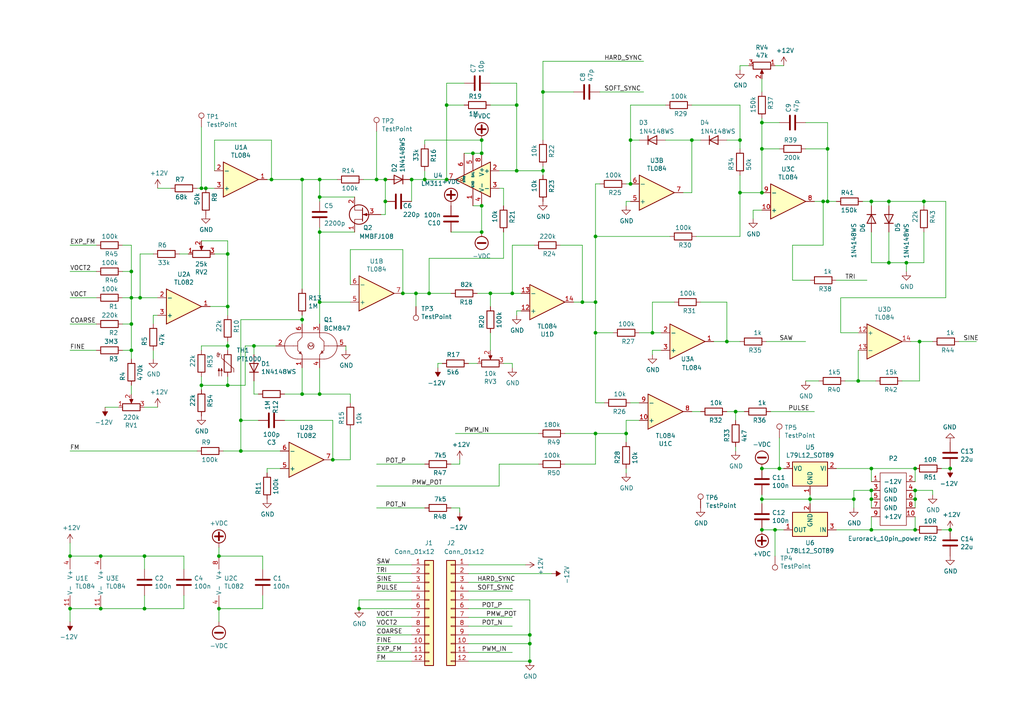
<source format=kicad_sch>
(kicad_sch (version 20211123) (generator eeschema)

  (uuid b352ae0c-ecd4-479b-847d-f3ded444cf2f)

  (paper "A4")

  (lib_symbols
    (symbol "Amplifier_Operational:TL082" (pin_names (offset 0.127)) (in_bom yes) (on_board yes)
      (property "Reference" "U" (id 0) (at 0 5.08 0)
        (effects (font (size 1.27 1.27)) (justify left))
      )
      (property "Value" "TL082" (id 1) (at 0 -5.08 0)
        (effects (font (size 1.27 1.27)) (justify left))
      )
      (property "Footprint" "" (id 2) (at 0 0 0)
        (effects (font (size 1.27 1.27)) hide)
      )
      (property "Datasheet" "http://www.ti.com/lit/ds/symlink/tl081.pdf" (id 3) (at 0 0 0)
        (effects (font (size 1.27 1.27)) hide)
      )
      (property "ki_locked" "" (id 4) (at 0 0 0)
        (effects (font (size 1.27 1.27)))
      )
      (property "ki_keywords" "dual opamp" (id 5) (at 0 0 0)
        (effects (font (size 1.27 1.27)) hide)
      )
      (property "ki_description" "Dual JFET-Input Operational Amplifiers, DIP-8/SOIC-8/SSOP-8" (id 6) (at 0 0 0)
        (effects (font (size 1.27 1.27)) hide)
      )
      (property "ki_fp_filters" "SOIC*3.9x4.9mm*P1.27mm* DIP*W7.62mm* TO*99* OnSemi*Micro8* TSSOP*3x3mm*P0.65mm* TSSOP*4.4x3mm*P0.65mm* MSOP*3x3mm*P0.65mm* SSOP*3.9x4.9mm*P0.635mm* LFCSP*2x2mm*P0.5mm* *SIP* SOIC*5.3x6.2mm*P1.27mm*" (id 7) (at 0 0 0)
        (effects (font (size 1.27 1.27)) hide)
      )
      (symbol "TL082_1_1"
        (polyline
          (pts
            (xy -5.08 5.08)
            (xy 5.08 0)
            (xy -5.08 -5.08)
            (xy -5.08 5.08)
          )
          (stroke (width 0.254) (type default) (color 0 0 0 0))
          (fill (type background))
        )
        (pin output line (at 7.62 0 180) (length 2.54)
          (name "~" (effects (font (size 1.27 1.27))))
          (number "1" (effects (font (size 1.27 1.27))))
        )
        (pin input line (at -7.62 -2.54 0) (length 2.54)
          (name "-" (effects (font (size 1.27 1.27))))
          (number "2" (effects (font (size 1.27 1.27))))
        )
        (pin input line (at -7.62 2.54 0) (length 2.54)
          (name "+" (effects (font (size 1.27 1.27))))
          (number "3" (effects (font (size 1.27 1.27))))
        )
      )
      (symbol "TL082_2_1"
        (polyline
          (pts
            (xy -5.08 5.08)
            (xy 5.08 0)
            (xy -5.08 -5.08)
            (xy -5.08 5.08)
          )
          (stroke (width 0.254) (type default) (color 0 0 0 0))
          (fill (type background))
        )
        (pin input line (at -7.62 2.54 0) (length 2.54)
          (name "+" (effects (font (size 1.27 1.27))))
          (number "5" (effects (font (size 1.27 1.27))))
        )
        (pin input line (at -7.62 -2.54 0) (length 2.54)
          (name "-" (effects (font (size 1.27 1.27))))
          (number "6" (effects (font (size 1.27 1.27))))
        )
        (pin output line (at 7.62 0 180) (length 2.54)
          (name "~" (effects (font (size 1.27 1.27))))
          (number "7" (effects (font (size 1.27 1.27))))
        )
      )
      (symbol "TL082_3_1"
        (pin power_in line (at -2.54 -7.62 90) (length 3.81)
          (name "V-" (effects (font (size 1.27 1.27))))
          (number "4" (effects (font (size 1.27 1.27))))
        )
        (pin power_in line (at -2.54 7.62 270) (length 3.81)
          (name "V+" (effects (font (size 1.27 1.27))))
          (number "8" (effects (font (size 1.27 1.27))))
        )
      )
    )
    (symbol "Amplifier_Operational:TL084" (pin_names (offset 0.127)) (in_bom yes) (on_board yes)
      (property "Reference" "U" (id 0) (at 0 5.08 0)
        (effects (font (size 1.27 1.27)) (justify left))
      )
      (property "Value" "TL084" (id 1) (at 0 -5.08 0)
        (effects (font (size 1.27 1.27)) (justify left))
      )
      (property "Footprint" "" (id 2) (at -1.27 2.54 0)
        (effects (font (size 1.27 1.27)) hide)
      )
      (property "Datasheet" "http://www.ti.com/lit/ds/symlink/tl081.pdf" (id 3) (at 1.27 5.08 0)
        (effects (font (size 1.27 1.27)) hide)
      )
      (property "ki_locked" "" (id 4) (at 0 0 0)
        (effects (font (size 1.27 1.27)))
      )
      (property "ki_keywords" "quad opamp" (id 5) (at 0 0 0)
        (effects (font (size 1.27 1.27)) hide)
      )
      (property "ki_description" "Quad JFET-Input Operational Amplifiers, DIP-14/SOIC-14/SSOP-14" (id 6) (at 0 0 0)
        (effects (font (size 1.27 1.27)) hide)
      )
      (property "ki_fp_filters" "SOIC*3.9x8.7mm*P1.27mm* DIP*W7.62mm* TSSOP*4.4x5mm*P0.65mm* SSOP*5.3x6.2mm*P0.65mm* MSOP*3x3mm*P0.5mm*" (id 7) (at 0 0 0)
        (effects (font (size 1.27 1.27)) hide)
      )
      (symbol "TL084_1_1"
        (polyline
          (pts
            (xy -5.08 5.08)
            (xy 5.08 0)
            (xy -5.08 -5.08)
            (xy -5.08 5.08)
          )
          (stroke (width 0.254) (type default) (color 0 0 0 0))
          (fill (type background))
        )
        (pin output line (at 7.62 0 180) (length 2.54)
          (name "~" (effects (font (size 1.27 1.27))))
          (number "1" (effects (font (size 1.27 1.27))))
        )
        (pin input line (at -7.62 -2.54 0) (length 2.54)
          (name "-" (effects (font (size 1.27 1.27))))
          (number "2" (effects (font (size 1.27 1.27))))
        )
        (pin input line (at -7.62 2.54 0) (length 2.54)
          (name "+" (effects (font (size 1.27 1.27))))
          (number "3" (effects (font (size 1.27 1.27))))
        )
      )
      (symbol "TL084_2_1"
        (polyline
          (pts
            (xy -5.08 5.08)
            (xy 5.08 0)
            (xy -5.08 -5.08)
            (xy -5.08 5.08)
          )
          (stroke (width 0.254) (type default) (color 0 0 0 0))
          (fill (type background))
        )
        (pin input line (at -7.62 2.54 0) (length 2.54)
          (name "+" (effects (font (size 1.27 1.27))))
          (number "5" (effects (font (size 1.27 1.27))))
        )
        (pin input line (at -7.62 -2.54 0) (length 2.54)
          (name "-" (effects (font (size 1.27 1.27))))
          (number "6" (effects (font (size 1.27 1.27))))
        )
        (pin output line (at 7.62 0 180) (length 2.54)
          (name "~" (effects (font (size 1.27 1.27))))
          (number "7" (effects (font (size 1.27 1.27))))
        )
      )
      (symbol "TL084_3_1"
        (polyline
          (pts
            (xy -5.08 5.08)
            (xy 5.08 0)
            (xy -5.08 -5.08)
            (xy -5.08 5.08)
          )
          (stroke (width 0.254) (type default) (color 0 0 0 0))
          (fill (type background))
        )
        (pin input line (at -7.62 2.54 0) (length 2.54)
          (name "+" (effects (font (size 1.27 1.27))))
          (number "10" (effects (font (size 1.27 1.27))))
        )
        (pin output line (at 7.62 0 180) (length 2.54)
          (name "~" (effects (font (size 1.27 1.27))))
          (number "8" (effects (font (size 1.27 1.27))))
        )
        (pin input line (at -7.62 -2.54 0) (length 2.54)
          (name "-" (effects (font (size 1.27 1.27))))
          (number "9" (effects (font (size 1.27 1.27))))
        )
      )
      (symbol "TL084_4_1"
        (polyline
          (pts
            (xy -5.08 5.08)
            (xy 5.08 0)
            (xy -5.08 -5.08)
            (xy -5.08 5.08)
          )
          (stroke (width 0.254) (type default) (color 0 0 0 0))
          (fill (type background))
        )
        (pin input line (at -7.62 2.54 0) (length 2.54)
          (name "+" (effects (font (size 1.27 1.27))))
          (number "12" (effects (font (size 1.27 1.27))))
        )
        (pin input line (at -7.62 -2.54 0) (length 2.54)
          (name "-" (effects (font (size 1.27 1.27))))
          (number "13" (effects (font (size 1.27 1.27))))
        )
        (pin output line (at 7.62 0 180) (length 2.54)
          (name "~" (effects (font (size 1.27 1.27))))
          (number "14" (effects (font (size 1.27 1.27))))
        )
      )
      (symbol "TL084_5_1"
        (pin power_in line (at -2.54 -7.62 90) (length 3.81)
          (name "V-" (effects (font (size 1.27 1.27))))
          (number "11" (effects (font (size 1.27 1.27))))
        )
        (pin power_in line (at -2.54 7.62 270) (length 3.81)
          (name "V+" (effects (font (size 1.27 1.27))))
          (number "4" (effects (font (size 1.27 1.27))))
        )
      )
    )
    (symbol "Comparator:LM311" (pin_names (offset 0.127)) (in_bom yes) (on_board yes)
      (property "Reference" "U" (id 0) (at 3.81 6.35 0)
        (effects (font (size 1.27 1.27)) (justify left))
      )
      (property "Value" "LM311" (id 1) (at 3.81 3.81 0)
        (effects (font (size 1.27 1.27)) (justify left))
      )
      (property "Footprint" "" (id 2) (at 0 0 0)
        (effects (font (size 1.27 1.27)) hide)
      )
      (property "Datasheet" "https://www.st.com/resource/en/datasheet/lm311.pdf" (id 3) (at 0 0 0)
        (effects (font (size 1.27 1.27)) hide)
      )
      (property "ki_keywords" "cmp open collector" (id 4) (at 0 0 0)
        (effects (font (size 1.27 1.27)) hide)
      )
      (property "ki_description" "Voltage Comparator, DIP-8/SOIC-8" (id 5) (at 0 0 0)
        (effects (font (size 1.27 1.27)) hide)
      )
      (property "ki_fp_filters" "SOIC*3.9x4.9mm*P1.27mm* DIP*W7.62mm*" (id 6) (at 0 0 0)
        (effects (font (size 1.27 1.27)) hide)
      )
      (symbol "LM311_0_1"
        (polyline
          (pts
            (xy 5.08 0)
            (xy -5.08 5.08)
            (xy -5.08 -5.08)
            (xy 5.08 0)
          )
          (stroke (width 0.254) (type default) (color 0 0 0 0))
          (fill (type background))
        )
        (polyline
          (pts
            (xy 3.683 -0.381)
            (xy 3.302 -0.381)
            (xy 3.683 0)
            (xy 3.302 0.381)
            (xy 2.921 0)
            (xy 3.302 -0.381)
            (xy 2.921 -0.381)
          )
          (stroke (width 0.127) (type default) (color 0 0 0 0))
          (fill (type none))
        )
      )
      (symbol "LM311_1_1"
        (pin passive line (at 0 -7.62 90) (length 5.08)
          (name "GND" (effects (font (size 0.635 0.635))))
          (number "1" (effects (font (size 1.27 1.27))))
        )
        (pin input line (at -7.62 2.54 0) (length 2.54)
          (name "+" (effects (font (size 1.27 1.27))))
          (number "2" (effects (font (size 1.27 1.27))))
        )
        (pin input line (at -7.62 -2.54 0) (length 2.54)
          (name "-" (effects (font (size 1.27 1.27))))
          (number "3" (effects (font (size 1.27 1.27))))
        )
        (pin power_in line (at -2.54 -7.62 90) (length 3.81)
          (name "V-" (effects (font (size 1.27 1.27))))
          (number "4" (effects (font (size 1.27 1.27))))
        )
        (pin input line (at 0 7.62 270) (length 5.08)
          (name "BAL" (effects (font (size 0.635 0.635))))
          (number "5" (effects (font (size 1.27 1.27))))
        )
        (pin input line (at 2.54 7.62 270) (length 6.35)
          (name "STRB" (effects (font (size 0.508 0.508))))
          (number "6" (effects (font (size 1.27 1.27))))
        )
        (pin open_collector line (at 7.62 0 180) (length 2.54)
          (name "~" (effects (font (size 1.27 1.27))))
          (number "7" (effects (font (size 1.27 1.27))))
        )
        (pin power_in line (at -2.54 7.62 270) (length 3.81)
          (name "V+" (effects (font (size 1.27 1.27))))
          (number "8" (effects (font (size 1.27 1.27))))
        )
      )
    )
    (symbol "Connector:TestPoint" (pin_numbers hide) (pin_names (offset 0.762) hide) (in_bom yes) (on_board yes)
      (property "Reference" "TP" (id 0) (at 0 6.858 0)
        (effects (font (size 1.27 1.27)))
      )
      (property "Value" "TestPoint" (id 1) (at 0 5.08 0)
        (effects (font (size 1.27 1.27)))
      )
      (property "Footprint" "" (id 2) (at 5.08 0 0)
        (effects (font (size 1.27 1.27)) hide)
      )
      (property "Datasheet" "~" (id 3) (at 5.08 0 0)
        (effects (font (size 1.27 1.27)) hide)
      )
      (property "ki_keywords" "test point tp" (id 4) (at 0 0 0)
        (effects (font (size 1.27 1.27)) hide)
      )
      (property "ki_description" "test point" (id 5) (at 0 0 0)
        (effects (font (size 1.27 1.27)) hide)
      )
      (property "ki_fp_filters" "Pin* Test*" (id 6) (at 0 0 0)
        (effects (font (size 1.27 1.27)) hide)
      )
      (symbol "TestPoint_0_1"
        (circle (center 0 3.302) (radius 0.762)
          (stroke (width 0) (type default) (color 0 0 0 0))
          (fill (type none))
        )
      )
      (symbol "TestPoint_1_1"
        (pin passive line (at 0 0 90) (length 2.54)
          (name "1" (effects (font (size 1.27 1.27))))
          (number "1" (effects (font (size 1.27 1.27))))
        )
      )
    )
    (symbol "Connector_Generic:Conn_01x12" (pin_names (offset 1.016) hide) (in_bom yes) (on_board yes)
      (property "Reference" "J" (id 0) (at 0 15.24 0)
        (effects (font (size 1.27 1.27)))
      )
      (property "Value" "Conn_01x12" (id 1) (at 0 -17.78 0)
        (effects (font (size 1.27 1.27)))
      )
      (property "Footprint" "" (id 2) (at 0 0 0)
        (effects (font (size 1.27 1.27)) hide)
      )
      (property "Datasheet" "~" (id 3) (at 0 0 0)
        (effects (font (size 1.27 1.27)) hide)
      )
      (property "ki_keywords" "connector" (id 4) (at 0 0 0)
        (effects (font (size 1.27 1.27)) hide)
      )
      (property "ki_description" "Generic connector, single row, 01x12, script generated (kicad-library-utils/schlib/autogen/connector/)" (id 5) (at 0 0 0)
        (effects (font (size 1.27 1.27)) hide)
      )
      (property "ki_fp_filters" "Connector*:*_1x??_*" (id 6) (at 0 0 0)
        (effects (font (size 1.27 1.27)) hide)
      )
      (symbol "Conn_01x12_1_1"
        (rectangle (start -1.27 -15.113) (end 0 -15.367)
          (stroke (width 0.1524) (type default) (color 0 0 0 0))
          (fill (type none))
        )
        (rectangle (start -1.27 -12.573) (end 0 -12.827)
          (stroke (width 0.1524) (type default) (color 0 0 0 0))
          (fill (type none))
        )
        (rectangle (start -1.27 -10.033) (end 0 -10.287)
          (stroke (width 0.1524) (type default) (color 0 0 0 0))
          (fill (type none))
        )
        (rectangle (start -1.27 -7.493) (end 0 -7.747)
          (stroke (width 0.1524) (type default) (color 0 0 0 0))
          (fill (type none))
        )
        (rectangle (start -1.27 -4.953) (end 0 -5.207)
          (stroke (width 0.1524) (type default) (color 0 0 0 0))
          (fill (type none))
        )
        (rectangle (start -1.27 -2.413) (end 0 -2.667)
          (stroke (width 0.1524) (type default) (color 0 0 0 0))
          (fill (type none))
        )
        (rectangle (start -1.27 0.127) (end 0 -0.127)
          (stroke (width 0.1524) (type default) (color 0 0 0 0))
          (fill (type none))
        )
        (rectangle (start -1.27 2.667) (end 0 2.413)
          (stroke (width 0.1524) (type default) (color 0 0 0 0))
          (fill (type none))
        )
        (rectangle (start -1.27 5.207) (end 0 4.953)
          (stroke (width 0.1524) (type default) (color 0 0 0 0))
          (fill (type none))
        )
        (rectangle (start -1.27 7.747) (end 0 7.493)
          (stroke (width 0.1524) (type default) (color 0 0 0 0))
          (fill (type none))
        )
        (rectangle (start -1.27 10.287) (end 0 10.033)
          (stroke (width 0.1524) (type default) (color 0 0 0 0))
          (fill (type none))
        )
        (rectangle (start -1.27 12.827) (end 0 12.573)
          (stroke (width 0.1524) (type default) (color 0 0 0 0))
          (fill (type none))
        )
        (rectangle (start -1.27 13.97) (end 1.27 -16.51)
          (stroke (width 0.254) (type default) (color 0 0 0 0))
          (fill (type background))
        )
        (pin passive line (at -5.08 12.7 0) (length 3.81)
          (name "Pin_1" (effects (font (size 1.27 1.27))))
          (number "1" (effects (font (size 1.27 1.27))))
        )
        (pin passive line (at -5.08 -10.16 0) (length 3.81)
          (name "Pin_10" (effects (font (size 1.27 1.27))))
          (number "10" (effects (font (size 1.27 1.27))))
        )
        (pin passive line (at -5.08 -12.7 0) (length 3.81)
          (name "Pin_11" (effects (font (size 1.27 1.27))))
          (number "11" (effects (font (size 1.27 1.27))))
        )
        (pin passive line (at -5.08 -15.24 0) (length 3.81)
          (name "Pin_12" (effects (font (size 1.27 1.27))))
          (number "12" (effects (font (size 1.27 1.27))))
        )
        (pin passive line (at -5.08 10.16 0) (length 3.81)
          (name "Pin_2" (effects (font (size 1.27 1.27))))
          (number "2" (effects (font (size 1.27 1.27))))
        )
        (pin passive line (at -5.08 7.62 0) (length 3.81)
          (name "Pin_3" (effects (font (size 1.27 1.27))))
          (number "3" (effects (font (size 1.27 1.27))))
        )
        (pin passive line (at -5.08 5.08 0) (length 3.81)
          (name "Pin_4" (effects (font (size 1.27 1.27))))
          (number "4" (effects (font (size 1.27 1.27))))
        )
        (pin passive line (at -5.08 2.54 0) (length 3.81)
          (name "Pin_5" (effects (font (size 1.27 1.27))))
          (number "5" (effects (font (size 1.27 1.27))))
        )
        (pin passive line (at -5.08 0 0) (length 3.81)
          (name "Pin_6" (effects (font (size 1.27 1.27))))
          (number "6" (effects (font (size 1.27 1.27))))
        )
        (pin passive line (at -5.08 -2.54 0) (length 3.81)
          (name "Pin_7" (effects (font (size 1.27 1.27))))
          (number "7" (effects (font (size 1.27 1.27))))
        )
        (pin passive line (at -5.08 -5.08 0) (length 3.81)
          (name "Pin_8" (effects (font (size 1.27 1.27))))
          (number "8" (effects (font (size 1.27 1.27))))
        )
        (pin passive line (at -5.08 -7.62 0) (length 3.81)
          (name "Pin_9" (effects (font (size 1.27 1.27))))
          (number "9" (effects (font (size 1.27 1.27))))
        )
      )
    )
    (symbol "Device:C" (pin_numbers hide) (pin_names (offset 0.254)) (in_bom yes) (on_board yes)
      (property "Reference" "C" (id 0) (at 0.635 2.54 0)
        (effects (font (size 1.27 1.27)) (justify left))
      )
      (property "Value" "C" (id 1) (at 0.635 -2.54 0)
        (effects (font (size 1.27 1.27)) (justify left))
      )
      (property "Footprint" "" (id 2) (at 0.9652 -3.81 0)
        (effects (font (size 1.27 1.27)) hide)
      )
      (property "Datasheet" "~" (id 3) (at 0 0 0)
        (effects (font (size 1.27 1.27)) hide)
      )
      (property "ki_keywords" "cap capacitor" (id 4) (at 0 0 0)
        (effects (font (size 1.27 1.27)) hide)
      )
      (property "ki_description" "Unpolarized capacitor" (id 5) (at 0 0 0)
        (effects (font (size 1.27 1.27)) hide)
      )
      (property "ki_fp_filters" "C_*" (id 6) (at 0 0 0)
        (effects (font (size 1.27 1.27)) hide)
      )
      (symbol "C_0_1"
        (polyline
          (pts
            (xy -2.032 -0.762)
            (xy 2.032 -0.762)
          )
          (stroke (width 0.508) (type default) (color 0 0 0 0))
          (fill (type none))
        )
        (polyline
          (pts
            (xy -2.032 0.762)
            (xy 2.032 0.762)
          )
          (stroke (width 0.508) (type default) (color 0 0 0 0))
          (fill (type none))
        )
      )
      (symbol "C_1_1"
        (pin passive line (at 0 3.81 270) (length 2.794)
          (name "~" (effects (font (size 1.27 1.27))))
          (number "1" (effects (font (size 1.27 1.27))))
        )
        (pin passive line (at 0 -3.81 90) (length 2.794)
          (name "~" (effects (font (size 1.27 1.27))))
          (number "2" (effects (font (size 1.27 1.27))))
        )
      )
    )
    (symbol "Diode:1N4148WS" (pin_numbers hide) (pin_names (offset 1.016) hide) (in_bom yes) (on_board yes)
      (property "Reference" "D" (id 0) (at 0 2.54 0)
        (effects (font (size 1.27 1.27)))
      )
      (property "Value" "1N4148WS" (id 1) (at 0 -2.54 0)
        (effects (font (size 1.27 1.27)))
      )
      (property "Footprint" "Diode_SMD:D_SOD-323" (id 2) (at 0 -4.445 0)
        (effects (font (size 1.27 1.27)) hide)
      )
      (property "Datasheet" "https://www.vishay.com/docs/85751/1n4148ws.pdf" (id 3) (at 0 0 0)
        (effects (font (size 1.27 1.27)) hide)
      )
      (property "ki_keywords" "diode" (id 4) (at 0 0 0)
        (effects (font (size 1.27 1.27)) hide)
      )
      (property "ki_description" "75V 0.15A Fast switching Diode, SOD-323" (id 5) (at 0 0 0)
        (effects (font (size 1.27 1.27)) hide)
      )
      (property "ki_fp_filters" "D*SOD?323*" (id 6) (at 0 0 0)
        (effects (font (size 1.27 1.27)) hide)
      )
      (symbol "1N4148WS_0_1"
        (polyline
          (pts
            (xy -1.27 1.27)
            (xy -1.27 -1.27)
          )
          (stroke (width 0.254) (type default) (color 0 0 0 0))
          (fill (type none))
        )
        (polyline
          (pts
            (xy 1.27 0)
            (xy -1.27 0)
          )
          (stroke (width 0) (type default) (color 0 0 0 0))
          (fill (type none))
        )
        (polyline
          (pts
            (xy 1.27 1.27)
            (xy 1.27 -1.27)
            (xy -1.27 0)
            (xy 1.27 1.27)
          )
          (stroke (width 0.254) (type default) (color 0 0 0 0))
          (fill (type none))
        )
      )
      (symbol "1N4148WS_1_1"
        (pin passive line (at -3.81 0 0) (length 2.54)
          (name "K" (effects (font (size 1.27 1.27))))
          (number "1" (effects (font (size 1.27 1.27))))
        )
        (pin passive line (at 3.81 0 180) (length 2.54)
          (name "A" (effects (font (size 1.27 1.27))))
          (number "2" (effects (font (size 1.27 1.27))))
        )
      )
    )
    (symbol "Regulator_Linear:L78L12_SOT89" (pin_names (offset 0.254)) (in_bom yes) (on_board yes)
      (property "Reference" "U" (id 0) (at -3.81 3.175 0)
        (effects (font (size 1.27 1.27)))
      )
      (property "Value" "L78L12_SOT89" (id 1) (at -0.635 3.175 0)
        (effects (font (size 1.27 1.27)) (justify left))
      )
      (property "Footprint" "Package_TO_SOT_SMD:SOT-89-3" (id 2) (at 0 5.08 0)
        (effects (font (size 1.27 1.27) italic) hide)
      )
      (property "Datasheet" "http://www.st.com/content/ccc/resource/technical/document/datasheet/15/55/e5/aa/23/5b/43/fd/CD00000446.pdf/files/CD00000446.pdf/jcr:content/translations/en.CD00000446.pdf" (id 3) (at 0 -1.27 0)
        (effects (font (size 1.27 1.27)) hide)
      )
      (property "ki_keywords" "Voltage Regulator 100mA Positive" (id 4) (at 0 0 0)
        (effects (font (size 1.27 1.27)) hide)
      )
      (property "ki_description" "Positive 100mA 30V Linear Regulator, Fixed Output 12V, SOT-89" (id 5) (at 0 0 0)
        (effects (font (size 1.27 1.27)) hide)
      )
      (property "ki_fp_filters" "SOT?89*" (id 6) (at 0 0 0)
        (effects (font (size 1.27 1.27)) hide)
      )
      (symbol "L78L12_SOT89_0_1"
        (rectangle (start -5.08 1.905) (end 5.08 -5.08)
          (stroke (width 0.254) (type default) (color 0 0 0 0))
          (fill (type background))
        )
      )
      (symbol "L78L12_SOT89_1_1"
        (pin power_out line (at 7.62 0 180) (length 2.54)
          (name "OUT" (effects (font (size 1.27 1.27))))
          (number "1" (effects (font (size 1.27 1.27))))
        )
        (pin power_in line (at 0 -7.62 90) (length 2.54)
          (name "GND" (effects (font (size 1.27 1.27))))
          (number "2" (effects (font (size 1.27 1.27))))
        )
        (pin power_in line (at -7.62 0 0) (length 2.54)
          (name "IN" (effects (font (size 1.27 1.27))))
          (number "3" (effects (font (size 1.27 1.27))))
        )
      )
    )
    (symbol "Regulator_Linear:L79L12_SOT89" (pin_names (offset 0.254)) (in_bom yes) (on_board yes)
      (property "Reference" "U" (id 0) (at -3.81 -3.175 0)
        (effects (font (size 1.27 1.27)))
      )
      (property "Value" "L79L12_SOT89" (id 1) (at 0 -3.175 0)
        (effects (font (size 1.27 1.27)) (justify left))
      )
      (property "Footprint" "Package_TO_SOT_SMD:SOT-89-3" (id 2) (at 0 -5.08 0)
        (effects (font (size 1.27 1.27) italic) hide)
      )
      (property "Datasheet" "http://www.farnell.com/datasheets/1827870.pdf" (id 3) (at 0 0 0)
        (effects (font (size 1.27 1.27)) hide)
      )
      (property "ki_keywords" "Voltage Regulator 100mA Negative" (id 4) (at 0 0 0)
        (effects (font (size 1.27 1.27)) hide)
      )
      (property "ki_description" "Negative 100mA -30V Linear Regulator, Fixed Output -5V, SOT-89" (id 5) (at 0 0 0)
        (effects (font (size 1.27 1.27)) hide)
      )
      (property "ki_fp_filters" "SOT?89*" (id 6) (at 0 0 0)
        (effects (font (size 1.27 1.27)) hide)
      )
      (symbol "L79L12_SOT89_0_1"
        (rectangle (start -5.08 5.08) (end 5.08 -1.905)
          (stroke (width 0.254) (type default) (color 0 0 0 0))
          (fill (type background))
        )
      )
      (symbol "L79L12_SOT89_1_1"
        (pin power_in line (at 0 7.62 270) (length 2.54)
          (name "GND" (effects (font (size 1.27 1.27))))
          (number "1" (effects (font (size 1.27 1.27))))
        )
        (pin power_in line (at -7.62 0 0) (length 2.54)
          (name "VI" (effects (font (size 1.27 1.27))))
          (number "2" (effects (font (size 1.27 1.27))))
        )
        (pin power_out line (at 7.62 0 180) (length 2.54)
          (name "VO" (effects (font (size 1.27 1.27))))
          (number "3" (effects (font (size 1.27 1.27))))
        )
      )
    )
    (symbol "power:+12V" (power) (pin_names (offset 0)) (in_bom yes) (on_board yes)
      (property "Reference" "#PWR" (id 0) (at 0 -3.81 0)
        (effects (font (size 1.27 1.27)) hide)
      )
      (property "Value" "+12V" (id 1) (at 0 3.556 0)
        (effects (font (size 1.27 1.27)))
      )
      (property "Footprint" "" (id 2) (at 0 0 0)
        (effects (font (size 1.27 1.27)) hide)
      )
      (property "Datasheet" "" (id 3) (at 0 0 0)
        (effects (font (size 1.27 1.27)) hide)
      )
      (property "ki_keywords" "power-flag" (id 4) (at 0 0 0)
        (effects (font (size 1.27 1.27)) hide)
      )
      (property "ki_description" "Power symbol creates a global label with name \"+12V\"" (id 5) (at 0 0 0)
        (effects (font (size 1.27 1.27)) hide)
      )
      (symbol "+12V_0_1"
        (polyline
          (pts
            (xy -0.762 1.27)
            (xy 0 2.54)
          )
          (stroke (width 0) (type default) (color 0 0 0 0))
          (fill (type none))
        )
        (polyline
          (pts
            (xy 0 0)
            (xy 0 2.54)
          )
          (stroke (width 0) (type default) (color 0 0 0 0))
          (fill (type none))
        )
        (polyline
          (pts
            (xy 0 2.54)
            (xy 0.762 1.27)
          )
          (stroke (width 0) (type default) (color 0 0 0 0))
          (fill (type none))
        )
      )
      (symbol "+12V_1_1"
        (pin power_in line (at 0 0 90) (length 0) hide
          (name "+12V" (effects (font (size 1.27 1.27))))
          (number "1" (effects (font (size 1.27 1.27))))
        )
      )
    )
    (symbol "power:+VDC" (power) (pin_names (offset 0)) (in_bom yes) (on_board yes)
      (property "Reference" "#PWR" (id 0) (at 0 -2.54 0)
        (effects (font (size 1.27 1.27)) hide)
      )
      (property "Value" "+VDC" (id 1) (at 0 6.35 0)
        (effects (font (size 1.27 1.27)))
      )
      (property "Footprint" "" (id 2) (at 0 0 0)
        (effects (font (size 1.27 1.27)) hide)
      )
      (property "Datasheet" "" (id 3) (at 0 0 0)
        (effects (font (size 1.27 1.27)) hide)
      )
      (property "ki_keywords" "power-flag" (id 4) (at 0 0 0)
        (effects (font (size 1.27 1.27)) hide)
      )
      (property "ki_description" "Power symbol creates a global label with name \"+VDC\"" (id 5) (at 0 0 0)
        (effects (font (size 1.27 1.27)) hide)
      )
      (symbol "+VDC_0_1"
        (polyline
          (pts
            (xy -1.143 3.175)
            (xy 1.143 3.175)
          )
          (stroke (width 0.508) (type default) (color 0 0 0 0))
          (fill (type none))
        )
        (polyline
          (pts
            (xy 0 0)
            (xy 0 1.27)
          )
          (stroke (width 0) (type default) (color 0 0 0 0))
          (fill (type none))
        )
        (polyline
          (pts
            (xy 0 2.032)
            (xy 0 4.318)
          )
          (stroke (width 0.508) (type default) (color 0 0 0 0))
          (fill (type none))
        )
        (circle (center 0 3.175) (radius 1.905)
          (stroke (width 0.254) (type default) (color 0 0 0 0))
          (fill (type none))
        )
      )
      (symbol "+VDC_1_1"
        (pin power_in line (at 0 0 90) (length 0) hide
          (name "+VDC" (effects (font (size 1.27 1.27))))
          (number "1" (effects (font (size 1.27 1.27))))
        )
      )
    )
    (symbol "power:-12V" (power) (pin_names (offset 0)) (in_bom yes) (on_board yes)
      (property "Reference" "#PWR" (id 0) (at 0 2.54 0)
        (effects (font (size 1.27 1.27)) hide)
      )
      (property "Value" "-12V" (id 1) (at 0 3.81 0)
        (effects (font (size 1.27 1.27)))
      )
      (property "Footprint" "" (id 2) (at 0 0 0)
        (effects (font (size 1.27 1.27)) hide)
      )
      (property "Datasheet" "" (id 3) (at 0 0 0)
        (effects (font (size 1.27 1.27)) hide)
      )
      (property "ki_keywords" "power-flag" (id 4) (at 0 0 0)
        (effects (font (size 1.27 1.27)) hide)
      )
      (property "ki_description" "Power symbol creates a global label with name \"-12V\"" (id 5) (at 0 0 0)
        (effects (font (size 1.27 1.27)) hide)
      )
      (symbol "-12V_0_0"
        (pin power_in line (at 0 0 90) (length 0) hide
          (name "-12V" (effects (font (size 1.27 1.27))))
          (number "1" (effects (font (size 1.27 1.27))))
        )
      )
      (symbol "-12V_0_1"
        (polyline
          (pts
            (xy 0 0)
            (xy 0 1.27)
            (xy 0.762 1.27)
            (xy 0 2.54)
            (xy -0.762 1.27)
            (xy 0 1.27)
          )
          (stroke (width 0) (type default) (color 0 0 0 0))
          (fill (type outline))
        )
      )
    )
    (symbol "power:-VDC" (power) (pin_names (offset 0)) (in_bom yes) (on_board yes)
      (property "Reference" "#PWR" (id 0) (at 0 -2.54 0)
        (effects (font (size 1.27 1.27)) hide)
      )
      (property "Value" "-VDC" (id 1) (at 0 6.35 0)
        (effects (font (size 1.27 1.27)))
      )
      (property "Footprint" "" (id 2) (at 0 0 0)
        (effects (font (size 1.27 1.27)) hide)
      )
      (property "Datasheet" "" (id 3) (at 0 0 0)
        (effects (font (size 1.27 1.27)) hide)
      )
      (property "ki_keywords" "power-flag" (id 4) (at 0 0 0)
        (effects (font (size 1.27 1.27)) hide)
      )
      (property "ki_description" "Power symbol creates a global label with name \"-VDC\"" (id 5) (at 0 0 0)
        (effects (font (size 1.27 1.27)) hide)
      )
      (symbol "-VDC_0_1"
        (polyline
          (pts
            (xy -1.143 3.175)
            (xy 1.143 3.175)
          )
          (stroke (width 0.508) (type default) (color 0 0 0 0))
          (fill (type none))
        )
        (polyline
          (pts
            (xy 0 0)
            (xy 0 1.27)
          )
          (stroke (width 0) (type default) (color 0 0 0 0))
          (fill (type none))
        )
        (circle (center 0 3.175) (radius 1.905)
          (stroke (width 0.254) (type default) (color 0 0 0 0))
          (fill (type none))
        )
      )
      (symbol "-VDC_1_1"
        (pin power_in line (at 0 0 90) (length 0) hide
          (name "-VDC" (effects (font (size 1.27 1.27))))
          (number "1" (effects (font (size 1.27 1.27))))
        )
      )
    )
    (symbol "power:GND" (power) (pin_names (offset 0)) (in_bom yes) (on_board yes)
      (property "Reference" "#PWR" (id 0) (at 0 -6.35 0)
        (effects (font (size 1.27 1.27)) hide)
      )
      (property "Value" "GND" (id 1) (at 0 -3.81 0)
        (effects (font (size 1.27 1.27)))
      )
      (property "Footprint" "" (id 2) (at 0 0 0)
        (effects (font (size 1.27 1.27)) hide)
      )
      (property "Datasheet" "" (id 3) (at 0 0 0)
        (effects (font (size 1.27 1.27)) hide)
      )
      (property "ki_keywords" "power-flag" (id 4) (at 0 0 0)
        (effects (font (size 1.27 1.27)) hide)
      )
      (property "ki_description" "Power symbol creates a global label with name \"GND\" , ground" (id 5) (at 0 0 0)
        (effects (font (size 1.27 1.27)) hide)
      )
      (symbol "GND_0_1"
        (polyline
          (pts
            (xy 0 0)
            (xy 0 -1.27)
            (xy 1.27 -1.27)
            (xy 0 -2.54)
            (xy -1.27 -1.27)
            (xy 0 -1.27)
          )
          (stroke (width 0) (type default) (color 0 0 0 0))
          (fill (type none))
        )
      )
      (symbol "GND_1_1"
        (pin power_in line (at 0 0 270) (length 0) hide
          (name "GND" (effects (font (size 1.27 1.27))))
          (number "1" (effects (font (size 1.27 1.27))))
        )
      )
    )
    (symbol "project_oscillator:BCM847" (pin_names (offset 1.016) hide) (in_bom yes) (on_board yes)
      (property "Reference" "Q" (id 0) (at 6.35 11.43 0)
        (effects (font (size 1.27 1.27)))
      )
      (property "Value" "BCM847" (id 1) (at 8.89 8.89 0)
        (effects (font (size 1.27 1.27)))
      )
      (property "Footprint" "project_oscillator:SOT-457, SC-74" (id 2) (at 0 11.43 0)
        (effects (font (size 1.27 1.27)) hide)
      )
      (property "Datasheet" "" (id 3) (at 2.54 6.35 90)
        (effects (font (size 1.27 1.27)) hide)
      )
      (symbol "BCM847_0_1"
        (arc (start -3.81 7.62) (mid -7.62 3.81) (end -3.81 0)
          (stroke (width 0) (type default) (color 0 0 0 0))
          (fill (type none))
        )
        (polyline
          (pts
            (xy -7.62 3.81)
            (xy -5.08 3.81)
          )
          (stroke (width 0) (type default) (color 0 0 0 0))
          (fill (type none))
        )
        (polyline
          (pts
            (xy -5.08 3.81)
            (xy -3.81 3.81)
          )
          (stroke (width 0) (type default) (color 0 0 0 0))
          (fill (type none))
        )
        (polyline
          (pts
            (xy -3.81 0)
            (xy 3.81 0)
          )
          (stroke (width 0) (type default) (color 0 0 0 0))
          (fill (type none))
        )
        (polyline
          (pts
            (xy -3.81 7.62)
            (xy 3.81 7.62)
          )
          (stroke (width 0) (type default) (color 0 0 0 0))
          (fill (type none))
        )
        (polyline
          (pts
            (xy 3.81 3.81)
            (xy 5.08 3.81)
          )
          (stroke (width 0) (type default) (color 0 0 0 0))
          (fill (type none))
        )
        (polyline
          (pts
            (xy 5.08 3.81)
            (xy 7.62 3.81)
          )
          (stroke (width 0) (type default) (color 0 0 0 0))
          (fill (type none))
        )
        (polyline
          (pts
            (xy -3.81 5.08)
            (xy -2.54 6.35)
            (xy -2.54 7.62)
          )
          (stroke (width 0) (type default) (color 0 0 0 0))
          (fill (type none))
        )
        (polyline
          (pts
            (xy -3.81 5.08)
            (xy -3.81 2.54)
            (xy -2.54 1.27)
            (xy -2.54 0)
          )
          (stroke (width 0) (type default) (color 0 0 0 0))
          (fill (type none))
        )
        (polyline
          (pts
            (xy -2.794 1.524)
            (xy -3.429 1.651)
            (xy -2.921 2.159)
            (xy -2.794 1.524)
          )
          (stroke (width 0) (type default) (color 0 0 0 0))
          (fill (type none))
        )
        (polyline
          (pts
            (xy 2.921 1.651)
            (xy 3.175 2.413)
            (xy 3.556 1.778)
            (xy 2.921 1.651)
          )
          (stroke (width 0) (type default) (color 0 0 0 0))
          (fill (type none))
        )
        (polyline
          (pts
            (xy -0.635 3.429)
            (xy -0.508 4.191)
            (xy 0 3.556)
            (xy 0.508 4.191)
            (xy 0.635 3.429)
          )
          (stroke (width 0) (type default) (color 0 0 0 0))
          (fill (type none))
        )
        (polyline
          (pts
            (xy 2.54 7.62)
            (xy 2.54 6.35)
            (xy 3.81 5.08)
            (xy 3.81 2.54)
            (xy 2.54 1.27)
            (xy 2.54 0)
          )
          (stroke (width 0) (type default) (color 0 0 0 0))
          (fill (type none))
        )
        (circle (center 0 3.81) (radius 0.9144)
          (stroke (width 0) (type default) (color 0 0 0 0))
          (fill (type none))
        )
        (arc (start 3.81 0) (mid 7.62 3.81) (end 3.81 7.62)
          (stroke (width 0) (type default) (color 0 0 0 0))
          (fill (type none))
        )
      )
      (symbol "BCM847_1_1"
        (pin passive line (at -2.54 -2.54 90) (length 2.54)
          (name "E1" (effects (font (size 1.27 1.27))))
          (number "1" (effects (font (size 1.27 1.27))))
        )
        (pin passive line (at -10.16 3.81 0) (length 2.54)
          (name "B1" (effects (font (size 1.27 1.27))))
          (number "2" (effects (font (size 1.27 1.27))))
        )
        (pin passive line (at 2.54 10.16 270) (length 2.54)
          (name "C2" (effects (font (size 1.27 1.27))))
          (number "3" (effects (font (size 1.27 1.27))))
        )
        (pin passive line (at 2.54 -2.54 90) (length 2.54)
          (name "E2" (effects (font (size 1.27 1.27))))
          (number "4" (effects (font (size 1.27 1.27))))
        )
        (pin passive line (at 10.16 3.81 180) (length 2.54)
          (name "B2" (effects (font (size 1.27 1.27))))
          (number "5" (effects (font (size 1.27 1.27))))
        )
        (pin passive line (at -2.54 10.16 270) (length 2.54)
          (name "C1" (effects (font (size 1.27 1.27))))
          (number "6" (effects (font (size 1.27 1.27))))
        )
      )
    )
    (symbol "project_oscillator:Eurorack_10pin_power" (pin_names (offset 1.016)) (in_bom yes) (on_board yes)
      (property "Reference" "P" (id 0) (at 0 8.89 0)
        (effects (font (size 1.27 1.27)))
      )
      (property "Value" "Eurorack_10pin_power" (id 1) (at 1.27 -8.89 0)
        (effects (font (size 1.27 1.27)))
      )
      (property "Footprint" "project_oscillator:HEADER_10POS_2ROW" (id 2) (at -2.54 -3.81 0)
        (effects (font (size 1.27 1.27)) hide)
      )
      (property "Datasheet" "" (id 3) (at -2.54 -3.81 0)
        (effects (font (size 1.27 1.27)) hide)
      )
      (symbol "Eurorack_10pin_power_0_1"
        (rectangle (start -3.81 -7.62) (end 3.81 7.62)
          (stroke (width 0) (type default) (color 0 0 0 0))
          (fill (type none))
        )
      )
      (symbol "Eurorack_10pin_power_1_1"
        (pin passive line (at -6.35 5.08 0) (length 2.54)
          (name "-12V" (effects (font (size 1.27 1.27))))
          (number "1" (effects (font (size 1.27 1.27))))
        )
        (pin passive line (at 6.35 -5.08 180) (length 2.54)
          (name "~" (effects (font (size 1.27 1.27))))
          (number "10" (effects (font (size 1.27 1.27))))
        )
        (pin passive line (at 6.35 5.08 180) (length 2.54)
          (name "~" (effects (font (size 1.27 1.27))))
          (number "2" (effects (font (size 1.27 1.27))))
        )
        (pin passive line (at -6.35 2.54 0) (length 2.54)
          (name "GND" (effects (font (size 1.27 1.27))))
          (number "3" (effects (font (size 1.27 1.27))))
        )
        (pin passive line (at 6.35 2.54 180) (length 2.54)
          (name "~" (effects (font (size 1.27 1.27))))
          (number "4" (effects (font (size 1.27 1.27))))
        )
        (pin passive line (at -6.35 0 0) (length 2.54)
          (name "GND" (effects (font (size 1.27 1.27))))
          (number "5" (effects (font (size 1.27 1.27))))
        )
        (pin passive line (at 6.35 0 180) (length 2.54)
          (name "~" (effects (font (size 1.27 1.27))))
          (number "6" (effects (font (size 1.27 1.27))))
        )
        (pin passive line (at -6.35 -2.54 0) (length 2.54)
          (name "GND" (effects (font (size 1.27 1.27))))
          (number "7" (effects (font (size 1.27 1.27))))
        )
        (pin passive line (at 6.35 -2.54 180) (length 2.54)
          (name "~" (effects (font (size 1.27 1.27))))
          (number "8" (effects (font (size 1.27 1.27))))
        )
        (pin passive line (at -6.35 -5.08 0) (length 2.54)
          (name "+12V" (effects (font (size 1.27 1.27))))
          (number "9" (effects (font (size 1.27 1.27))))
        )
      )
    )
    (symbol "project_oscillator:MMBFJ108" (pin_names (offset 0) hide) (in_bom yes) (on_board yes)
      (property "Reference" "Q" (id 0) (at 5.08 1.27 0)
        (effects (font (size 1.27 1.27)) (justify left))
      )
      (property "Value" "MMBFJ108" (id 1) (at 5.08 -1.27 0)
        (effects (font (size 1.27 1.27)) (justify left))
      )
      (property "Footprint" "Package_TO_SOT_SMD:SC-59" (id 2) (at 5.08 2.54 0)
        (effects (font (size 1.27 1.27)) hide)
      )
      (property "Datasheet" "~" (id 3) (at 0 0 0)
        (effects (font (size 1.27 1.27)) hide)
      )
      (property "ki_keywords" "transistor NJFET N-JFET" (id 4) (at 0 0 0)
        (effects (font (size 1.27 1.27)) hide)
      )
      (property "ki_description" "N-JFET transistor" (id 5) (at 0 0 0)
        (effects (font (size 1.27 1.27)) hide)
      )
      (symbol "MMBFJ108_0_1"
        (polyline
          (pts
            (xy 0.254 1.905)
            (xy 0.254 -1.905)
            (xy 0.254 -1.905)
          )
          (stroke (width 0.254) (type default) (color 0 0 0 0))
          (fill (type none))
        )
        (polyline
          (pts
            (xy 2.54 -2.54)
            (xy 2.54 -1.27)
            (xy 0.254 -1.27)
          )
          (stroke (width 0) (type default) (color 0 0 0 0))
          (fill (type none))
        )
        (polyline
          (pts
            (xy 2.54 2.54)
            (xy 2.54 1.397)
            (xy 0.254 1.397)
          )
          (stroke (width 0) (type default) (color 0 0 0 0))
          (fill (type none))
        )
        (polyline
          (pts
            (xy 0 0)
            (xy -1.016 0.381)
            (xy -1.016 -0.381)
            (xy 0 0)
          )
          (stroke (width 0) (type default) (color 0 0 0 0))
          (fill (type outline))
        )
        (circle (center 1.27 0) (radius 2.8194)
          (stroke (width 0.254) (type default) (color 0 0 0 0))
          (fill (type none))
        )
      )
      (symbol "MMBFJ108_1_1"
        (pin passive line (at 2.54 5.08 270) (length 2.54)
          (name "D" (effects (font (size 1.27 1.27))))
          (number "1" (effects (font (size 1.27 1.27))))
        )
        (pin passive line (at 2.54 -5.08 90) (length 2.54)
          (name "S" (effects (font (size 1.27 1.27))))
          (number "2" (effects (font (size 1.27 1.27))))
        )
        (pin input line (at -5.08 0 0) (length 5.334)
          (name "G" (effects (font (size 1.27 1.27))))
          (number "3" (effects (font (size 1.27 1.27))))
        )
      )
    )
    (symbol "project_oscillator:PT100" (pin_numbers hide) (pin_names (offset 0)) (in_bom yes) (on_board yes)
      (property "Reference" "TH" (id 0) (at -4.445 0 90)
        (effects (font (size 1.27 1.27)))
      )
      (property "Value" "PT100" (id 1) (at 3.175 0 90)
        (effects (font (size 1.27 1.27)))
      )
      (property "Footprint" "project_oscillator:R_0603" (id 2) (at 0 1.27 0)
        (effects (font (size 1.27 1.27)) hide)
      )
      (property "Datasheet" "https://www.heraeus.com/media/media/group/doc_group/products_1/hst/sot_to/de_15/to_92_d.pdf" (id 3) (at 0 1.27 0)
        (effects (font (size 1.27 1.27)) hide)
      )
      (property "ki_keywords" "platinum temperature sensor RTD" (id 4) (at 0 0 0)
        (effects (font (size 1.27 1.27)) hide)
      )
      (property "ki_description" "PT100 platinum temperature sensor (RTD)" (id 5) (at 0 0 0)
        (effects (font (size 1.27 1.27)) hide)
      )
      (property "ki_fp_filters" "TO?92* PIN?ARRAY* bornier* Terminal?Block* SOD70* R*1206* R*0805*" (id 6) (at 0 0 0)
        (effects (font (size 1.27 1.27)) hide)
      )
      (symbol "PT100_0_1"
        (arc (start -3.048 2.159) (mid -3.0495 2.3143) (end -3.175 2.413)
          (stroke (width 0) (type default) (color 0 0 0 0))
          (fill (type none))
        )
        (arc (start -3.048 2.159) (mid -2.9736 1.9794) (end -2.794 1.905)
          (stroke (width 0) (type default) (color 0 0 0 0))
          (fill (type none))
        )
        (arc (start -3.048 2.794) (mid -2.9736 2.6144) (end -2.794 2.54)
          (stroke (width 0) (type default) (color 0 0 0 0))
          (fill (type none))
        )
        (arc (start -2.794 1.905) (mid -2.6144 1.9794) (end -2.54 2.159)
          (stroke (width 0) (type default) (color 0 0 0 0))
          (fill (type none))
        )
        (arc (start -2.794 2.54) (mid -2.4393 2.5587) (end -2.159 2.794)
          (stroke (width 0) (type default) (color 0 0 0 0))
          (fill (type none))
        )
        (arc (start -2.794 3.048) (mid -2.9736 2.9736) (end -3.048 2.794)
          (stroke (width 0) (type default) (color 0 0 0 0))
          (fill (type none))
        )
        (arc (start -2.54 2.794) (mid -2.6144 2.9736) (end -2.794 3.048)
          (stroke (width 0) (type default) (color 0 0 0 0))
          (fill (type none))
        )
        (rectangle (start -1.016 2.54) (end 1.016 -2.54)
          (stroke (width 0.254) (type default) (color 0 0 0 0))
          (fill (type none))
        )
        (polyline
          (pts
            (xy -2.54 2.159)
            (xy -2.54 2.794)
          )
          (stroke (width 0) (type default) (color 0 0 0 0))
          (fill (type none))
        )
        (polyline
          (pts
            (xy -1.778 2.54)
            (xy -1.778 1.524)
            (xy 1.778 -1.524)
            (xy 1.778 -2.54)
          )
          (stroke (width 0) (type default) (color 0 0 0 0))
          (fill (type none))
        )
        (polyline
          (pts
            (xy -2.54 -3.683)
            (xy -2.54 -1.397)
            (xy -2.794 -2.159)
            (xy -2.286 -2.159)
            (xy -2.54 -1.397)
            (xy -2.54 -1.651)
          )
          (stroke (width 0) (type default) (color 0 0 0 0))
          (fill (type outline))
        )
        (polyline
          (pts
            (xy -1.778 -3.683)
            (xy -1.778 -1.397)
            (xy -2.032 -2.159)
            (xy -1.524 -2.159)
            (xy -1.778 -1.397)
            (xy -1.778 -1.651)
          )
          (stroke (width 0) (type default) (color 0 0 0 0))
          (fill (type outline))
        )
      )
      (symbol "PT100_1_1"
        (pin passive line (at 0 3.81 270) (length 1.27)
          (name "~" (effects (font (size 1.27 1.27))))
          (number "1" (effects (font (size 1.27 1.27))))
        )
        (pin passive line (at 0 -3.81 90) (length 1.27)
          (name "~" (effects (font (size 1.27 1.27))))
          (number "2" (effects (font (size 1.27 1.27))))
        )
      )
    )
    (symbol "project_oscillator:PV36W" (pin_names (offset 1.016) hide) (in_bom yes) (on_board yes)
      (property "Reference" "RV" (id 0) (at -4.445 0 90)
        (effects (font (size 1.27 1.27)))
      )
      (property "Value" "PV36W" (id 1) (at -2.54 0 90)
        (effects (font (size 1.27 1.27)))
      )
      (property "Footprint" "project_oscillator:PV36W" (id 2) (at 0 0 0)
        (effects (font (size 1.27 1.27)) hide)
      )
      (property "Datasheet" "~" (id 3) (at 0 0 0)
        (effects (font (size 1.27 1.27)) hide)
      )
      (property "ki_keywords" "resistor variable" (id 4) (at 0 0 0)
        (effects (font (size 1.27 1.27)) hide)
      )
      (property "ki_description" "Potentiometer" (id 5) (at 0 0 0)
        (effects (font (size 1.27 1.27)) hide)
      )
      (property "ki_fp_filters" "Potentiometer*" (id 6) (at 0 0 0)
        (effects (font (size 1.27 1.27)) hide)
      )
      (symbol "PV36W_0_1"
        (polyline
          (pts
            (xy 2.54 0)
            (xy 1.524 0)
          )
          (stroke (width 0) (type default) (color 0 0 0 0))
          (fill (type none))
        )
        (polyline
          (pts
            (xy 1.143 0)
            (xy 2.286 0.508)
            (xy 2.286 -0.508)
            (xy 1.143 0)
          )
          (stroke (width 0) (type default) (color 0 0 0 0))
          (fill (type outline))
        )
        (rectangle (start 1.016 2.54) (end -1.016 -2.54)
          (stroke (width 0.254) (type default) (color 0 0 0 0))
          (fill (type none))
        )
      )
      (symbol "PV36W_1_1"
        (pin passive line (at 0 3.81 270) (length 1.27)
          (name "1" (effects (font (size 1.27 1.27))))
          (number "1" (effects (font (size 1.27 1.27))))
        )
        (pin passive line (at 3.81 0 180) (length 1.27)
          (name "2" (effects (font (size 1.27 1.27))))
          (number "2" (effects (font (size 1.27 1.27))))
        )
        (pin passive line (at 0 -3.81 90) (length 1.27)
          (name "3" (effects (font (size 1.27 1.27))))
          (number "3" (effects (font (size 1.27 1.27))))
        )
      )
    )
    (symbol "project_oscillator:R" (pin_numbers hide) (pin_names (offset 0)) (in_bom yes) (on_board yes)
      (property "Reference" "R" (id 0) (at 2.032 0 90)
        (effects (font (size 1.27 1.27)))
      )
      (property "Value" "R" (id 1) (at 0 0 90)
        (effects (font (size 1.27 1.27)))
      )
      (property "Footprint" "project_oscillator:R_0603" (id 2) (at -1.778 0 90)
        (effects (font (size 1.27 1.27)) hide)
      )
      (property "Datasheet" "~" (id 3) (at 0 0 0)
        (effects (font (size 1.27 1.27)) hide)
      )
      (property "ki_keywords" "R res resistor" (id 4) (at 0 0 0)
        (effects (font (size 1.27 1.27)) hide)
      )
      (property "ki_description" "Resistor 0603" (id 5) (at 0 0 0)
        (effects (font (size 1.27 1.27)) hide)
      )
      (property "ki_fp_filters" "R_*" (id 6) (at 0 0 0)
        (effects (font (size 1.27 1.27)) hide)
      )
      (symbol "R_0_1"
        (rectangle (start -1.016 -2.54) (end 1.016 2.54)
          (stroke (width 0.254) (type default) (color 0 0 0 0))
          (fill (type none))
        )
      )
      (symbol "R_1_1"
        (pin passive line (at 0 3.81 270) (length 1.27)
          (name "~" (effects (font (size 1.27 1.27))))
          (number "1" (effects (font (size 1.27 1.27))))
        )
        (pin passive line (at 0 -3.81 90) (length 1.27)
          (name "~" (effects (font (size 1.27 1.27))))
          (number "2" (effects (font (size 1.27 1.27))))
        )
      )
    )
  )

  (junction (at 153.67 186.69) (diameter 0) (color 0 0 0 0)
    (uuid 02c54f3e-7e39-4402-b505-18f7bdfb8702)
  )
  (junction (at 153.67 191.77) (diameter 0) (color 0 0 0 0)
    (uuid 032530f5-7241-4bc9-a7d4-13898cec538d)
  )
  (junction (at 247.65 144.78) (diameter 0) (color 0 0 0 0)
    (uuid 054863d5-7e10-41d4-a646-2a858ec7ceff)
  )
  (junction (at 40.64 86.36) (diameter 0) (color 0 0 0 0)
    (uuid 05e6183d-d456-43ff-bf6e-87ef1d036d7f)
  )
  (junction (at 111.76 58.42) (diameter 0) (color 0 0 0 0)
    (uuid 091771ab-72bc-4dd9-9cdf-6135448415f5)
  )
  (junction (at 87.63 52.07) (diameter 0) (color 0 0 0 0)
    (uuid 09dc65a2-7542-4c0f-88d3-b8caa4c92711)
  )
  (junction (at 265.43 153.67) (diameter 0) (color 0 0 0 0)
    (uuid 0bf5a30c-27a3-4d8b-8d23-18425cc599f6)
  )
  (junction (at 182.88 53.34) (diameter 0) (color 0 0 0 0)
    (uuid 0f5d8f63-8313-43a3-89cd-b6f26ec6f592)
  )
  (junction (at 153.67 184.15) (diameter 0) (color 0 0 0 0)
    (uuid 1a41057a-a995-4fd1-97ad-2da57df11cf3)
  )
  (junction (at 59.69 54.61) (diameter 0) (color 0 0 0 0)
    (uuid 1c1cc89f-f374-4f47-b9c1-6a06fc4f7913)
  )
  (junction (at 111.76 52.07) (diameter 0) (color 0 0 0 0)
    (uuid 1e2fed30-4718-47cc-a5ab-5336b55b5155)
  )
  (junction (at 252.73 135.89) (diameter 0) (color 0 0 0 0)
    (uuid 1e32cf96-8004-4abb-a850-7927dbdd80b4)
  )
  (junction (at 66.04 111.76) (diameter 0) (color 0 0 0 0)
    (uuid 21f16bf5-fa59-4cb4-aaaa-24a8d14a9c87)
  )
  (junction (at 182.88 40.64) (diameter 0) (color 0 0 0 0)
    (uuid 257be43c-b5e8-4336-945a-a2f5d180e90f)
  )
  (junction (at 210.82 99.06) (diameter 0) (color 0 0 0 0)
    (uuid 32c31565-6cf8-4802-b856-48de55b8448a)
  )
  (junction (at 96.52 133.35) (diameter 0) (color 0 0 0 0)
    (uuid 3302c277-7108-43f9-ad0b-908fe991a76e)
  )
  (junction (at 38.1 78.74) (diameter 0) (color 0 0 0 0)
    (uuid 33abbc83-3855-4dcb-887b-d1a817bc7fbd)
  )
  (junction (at 92.71 52.07) (diameter 0) (color 0 0 0 0)
    (uuid 34b67323-2dd5-4d95-9770-4806bc178c12)
  )
  (junction (at 189.23 96.52) (diameter 0) (color 0 0 0 0)
    (uuid 35598e04-7861-4418-8bd4-8686e5129c85)
  )
  (junction (at 63.5 176.53) (diameter 0) (color 0 0 0 0)
    (uuid 37855023-1391-4a46-a8e9-10be7d303c47)
  )
  (junction (at 213.36 119.38) (diameter 0) (color 0 0 0 0)
    (uuid 3c5a9450-714e-47ef-be8c-a08c50fec5f7)
  )
  (junction (at 172.72 125.73) (diameter 0) (color 0 0 0 0)
    (uuid 3dadfe80-aa2c-4ebe-90f6-b3b281c7c270)
  )
  (junction (at 58.42 54.61) (diameter 0) (color 0 0 0 0)
    (uuid 405cef48-c760-472e-adfe-7548f8371f50)
  )
  (junction (at 87.63 114.3) (diameter 0) (color 0 0 0 0)
    (uuid 4131c1c7-d7c4-4cf3-8175-cacc687532c4)
  )
  (junction (at 66.04 73.66) (diameter 0) (color 0 0 0 0)
    (uuid 43e908e6-4e8c-4869-9321-75ec63d3be0e)
  )
  (junction (at 92.71 57.15) (diameter 0) (color 0 0 0 0)
    (uuid 45d74da9-b66f-463e-993f-7569ae8c14ac)
  )
  (junction (at 92.71 114.3) (diameter 0) (color 0 0 0 0)
    (uuid 45daf3a4-0abd-48ae-bf10-035e03975b57)
  )
  (junction (at 116.84 85.09) (diameter 0) (color 0 0 0 0)
    (uuid 48cb19c5-b701-41a6-9c80-1afb41af9279)
  )
  (junction (at 73.66 100.33) (diameter 0) (color 0 0 0 0)
    (uuid 4b1a86aa-63fd-4103-8491-90f10a3a64ca)
  )
  (junction (at 267.97 58.42) (diameter 0) (color 0 0 0 0)
    (uuid 4b9b9490-484d-4f2f-aaa9-f6dbfc6a3d65)
  )
  (junction (at 252.73 144.78) (diameter 0) (color 0 0 0 0)
    (uuid 4dc41c15-5c3f-42cd-bcdd-6db7527f69e6)
  )
  (junction (at 38.1 86.36) (diameter 0) (color 0 0 0 0)
    (uuid 533917a0-8a8b-49e3-942c-447c08497629)
  )
  (junction (at 157.48 26.67) (diameter 0) (color 0 0 0 0)
    (uuid 5786ea88-6ec6-4ee3-a66b-67e43bcfd638)
  )
  (junction (at 200.66 40.64) (diameter 0) (color 0 0 0 0)
    (uuid 58b9aa07-6187-4604-b7ef-aa35dd86e69f)
  )
  (junction (at 63.5 161.29) (diameter 0) (color 0 0 0 0)
    (uuid 5e882e06-b110-475a-80b5-e66493759f96)
  )
  (junction (at 220.98 43.18) (diameter 0) (color 0 0 0 0)
    (uuid 5eaf9efd-cd15-4e5b-b560-d4661797f7b0)
  )
  (junction (at 29.21 161.29) (diameter 0) (color 0 0 0 0)
    (uuid 5fbd213d-229e-4a38-8f15-1f58e4823ec9)
  )
  (junction (at 220.98 55.88) (diameter 0) (color 0 0 0 0)
    (uuid 612dc420-c0a9-4dad-8f27-8ff7c0ae1729)
  )
  (junction (at 92.71 87.63) (diameter 0) (color 0 0 0 0)
    (uuid 61c97752-6da3-4341-ab98-f5445eac9c73)
  )
  (junction (at 172.72 87.63) (diameter 0) (color 0 0 0 0)
    (uuid 67fe5fcc-f3a3-4543-9e97-70391a7b5120)
  )
  (junction (at 41.91 161.29) (diameter 0) (color 0 0 0 0)
    (uuid 6a103bd6-36aa-42f7-a967-a4a89af92862)
  )
  (junction (at 275.59 135.89) (diameter 0) (color 0 0 0 0)
    (uuid 6b04edba-d43e-4cc0-a03a-f6695b2e81d5)
  )
  (junction (at 220.98 153.67) (diameter 0) (color 0 0 0 0)
    (uuid 6d883ddf-40ea-443e-84fa-f7d018bddc4a)
  )
  (junction (at 38.1 93.98) (diameter 0) (color 0 0 0 0)
    (uuid 6da754db-e4c6-4fbe-8e43-8847cc322bf2)
  )
  (junction (at 78.74 52.07) (diameter 0) (color 0 0 0 0)
    (uuid 71c9a46a-256f-47a2-bd7d-0aa83c33b621)
  )
  (junction (at 252.73 153.67) (diameter 0) (color 0 0 0 0)
    (uuid 73afa3bd-fe75-451a-8e2d-814a9be9dc2c)
  )
  (junction (at 129.54 30.48) (diameter 0) (color 0 0 0 0)
    (uuid 73e3005c-31e8-43d3-9886-1553c047ae70)
  )
  (junction (at 248.92 110.49) (diameter 0) (color 0 0 0 0)
    (uuid 7c923de6-b07f-4279-b117-1cdb365d2ed0)
  )
  (junction (at 275.59 153.67) (diameter 0) (color 0 0 0 0)
    (uuid 7e54450e-6557-4d25-a5cf-11beecaa5c96)
  )
  (junction (at 149.86 49.53) (diameter 0) (color 0 0 0 0)
    (uuid 800d44b8-9de9-484b-b4e6-6ff55923d494)
  )
  (junction (at 252.73 58.42) (diameter 0) (color 0 0 0 0)
    (uuid 82bcab5d-656c-43cc-b13f-83628e684753)
  )
  (junction (at 69.85 121.92) (diameter 0) (color 0 0 0 0)
    (uuid 8392f0fa-dc5b-4898-83ca-f6cf8126afbf)
  )
  (junction (at 240.03 58.42) (diameter 0) (color 0 0 0 0)
    (uuid 83b640fe-b342-4b70-b228-0b9c66696e3e)
  )
  (junction (at 252.73 142.24) (diameter 0) (color 0 0 0 0)
    (uuid 842d9324-c5e7-4c8e-a3b6-b16690f44641)
  )
  (junction (at 41.91 176.53) (diameter 0) (color 0 0 0 0)
    (uuid 8a4dc82f-f803-4702-8c18-44e73153c139)
  )
  (junction (at 109.22 52.07) (diameter 0) (color 0 0 0 0)
    (uuid 8ad1e18f-9ba3-422e-bfd0-28459f34e036)
  )
  (junction (at 265.43 144.78) (diameter 0) (color 0 0 0 0)
    (uuid 8bad04db-360d-4e9a-872f-03ee1c4cde9a)
  )
  (junction (at 66.04 100.33) (diameter 0) (color 0 0 0 0)
    (uuid 8de04f54-872e-4fe0-91d1-2be330b55134)
  )
  (junction (at 20.32 176.53) (diameter 0) (color 0 0 0 0)
    (uuid 8e8b572d-b74f-4211-ad63-681dccb4172d)
  )
  (junction (at 129.54 52.07) (diameter 0) (color 0 0 0 0)
    (uuid 8fe04416-24e4-4b8d-b72b-1daf9972c115)
  )
  (junction (at 262.89 76.2) (diameter 0) (color 0 0 0 0)
    (uuid 91af411f-095e-4201-8630-4990d427e95e)
  )
  (junction (at 92.71 67.31) (diameter 0) (color 0 0 0 0)
    (uuid 974d0566-68e8-47d2-acdf-d14744c3a2ef)
  )
  (junction (at 139.7 67.31) (diameter 0) (color 0 0 0 0)
    (uuid 97fa9751-3b73-499b-9a68-82d7d05ad2e5)
  )
  (junction (at 181.61 125.73) (diameter 0) (color 0 0 0 0)
    (uuid 985d61fe-2281-4d19-a9be-a6618b7f89a5)
  )
  (junction (at 69.85 130.81) (diameter 0) (color 0 0 0 0)
    (uuid 99f89c0e-e7b2-4b09-a7cd-d7390bf952da)
  )
  (junction (at 157.48 49.53) (diameter 0) (color 0 0 0 0)
    (uuid 9a0a1344-f7d2-46c9-92a6-961993d47d94)
  )
  (junction (at 124.46 85.09) (diameter 0) (color 0 0 0 0)
    (uuid 9d0dea5e-c40a-4154-bcab-24552600b4ca)
  )
  (junction (at 172.72 68.58) (diameter 0) (color 0 0 0 0)
    (uuid a104c35f-f27e-4d45-a7a7-500268b605a4)
  )
  (junction (at 220.98 35.56) (diameter 0) (color 0 0 0 0)
    (uuid a137ea1f-785a-41b4-ac05-32ed65dfaba9)
  )
  (junction (at 168.91 87.63) (diameter 0) (color 0 0 0 0)
    (uuid a2bf5502-e53d-429a-af3d-244dcd98c06b)
  )
  (junction (at 20.32 161.29) (diameter 0) (color 0 0 0 0)
    (uuid a8bb88f8-05aa-4bc1-b077-43de6136cc70)
  )
  (junction (at 58.42 111.76) (diameter 0) (color 0 0 0 0)
    (uuid a9a12b73-622f-4860-996d-dc857cb485ff)
  )
  (junction (at 137.16 44.45) (diameter 0) (color 0 0 0 0)
    (uuid aaffa6ba-2294-4f5e-80d7-34c7b25c28de)
  )
  (junction (at 266.7 99.06) (diameter 0) (color 0 0 0 0)
    (uuid b1e53cfc-6699-491e-bdc6-775e9f7f2dfb)
  )
  (junction (at 214.63 40.64) (diameter 0) (color 0 0 0 0)
    (uuid b2951020-2707-4878-95a2-f0b42ffaf4cc)
  )
  (junction (at 119.38 52.07) (diameter 0) (color 0 0 0 0)
    (uuid b2e6046c-8545-4490-9c97-44c5b19573f1)
  )
  (junction (at 29.21 176.53) (diameter 0) (color 0 0 0 0)
    (uuid b58ee507-393c-44f7-a2de-9851a5b9bead)
  )
  (junction (at 104.14 176.53) (diameter 0) (color 0 0 0 0)
    (uuid b7ecfc7c-9a99-4416-946b-04fab2e342f3)
  )
  (junction (at 38.1 101.6) (diameter 0) (color 0 0 0 0)
    (uuid b842e5fa-22b5-4ee9-a1dc-7a46eafd89a1)
  )
  (junction (at 234.95 144.78) (diameter 0) (color 0 0 0 0)
    (uuid b849c879-8aa2-4aef-88eb-e2294cabc69f)
  )
  (junction (at 257.81 76.2) (diameter 0) (color 0 0 0 0)
    (uuid be64058b-eb91-4bd4-b4a8-8d52618cc7d8)
  )
  (junction (at 214.63 55.88) (diameter 0) (color 0 0 0 0)
    (uuid c32d3453-4d9b-4421-baac-444d5173d229)
  )
  (junction (at 149.86 30.48) (diameter 0) (color 0 0 0 0)
    (uuid c3d39aaf-5c56-4b97-a13b-5b1b47f30a8b)
  )
  (junction (at 257.81 58.42) (diameter 0) (color 0 0 0 0)
    (uuid c44f2faa-d985-4a5b-bd81-92d83d1d478b)
  )
  (junction (at 220.98 135.89) (diameter 0) (color 0 0 0 0)
    (uuid c88efbab-df65-4a67-afcb-07edd5c10b5a)
  )
  (junction (at 240.03 43.18) (diameter 0) (color 0 0 0 0)
    (uuid cbb0a72e-346a-44bb-aa27-abdd12d8f46a)
  )
  (junction (at 224.79 153.67) (diameter 0) (color 0 0 0 0)
    (uuid cbeff533-8bf9-4fe6-9973-0cc70fc53ee9)
  )
  (junction (at 123.19 52.07) (diameter 0) (color 0 0 0 0)
    (uuid cdedfab4-0379-4cfb-9198-543db54c101b)
  )
  (junction (at 139.7 59.69) (diameter 0) (color 0 0 0 0)
    (uuid d0b7557e-95a7-4ff0-8475-f63974722e9a)
  )
  (junction (at 66.04 88.9) (diameter 0) (color 0 0 0 0)
    (uuid d472cafc-b418-48ed-8744-16d20400c6ca)
  )
  (junction (at 265.43 135.89) (diameter 0) (color 0 0 0 0)
    (uuid d76df3f4-d73a-4321-9db2-bb01afa4c519)
  )
  (junction (at 172.72 96.52) (diameter 0) (color 0 0 0 0)
    (uuid da7e76d1-3cce-4ec2-bcfc-7c73a309dd07)
  )
  (junction (at 139.7 44.45) (diameter 0) (color 0 0 0 0)
    (uuid dbb0627f-e6a0-44c3-b5d6-cfb5388d276f)
  )
  (junction (at 139.7 40.64) (diameter 0) (color 0 0 0 0)
    (uuid e12498fb-0073-451e-bfed-533c8939e787)
  )
  (junction (at 148.59 85.09) (diameter 0) (color 0 0 0 0)
    (uuid e3361457-0d3c-463b-ae6b-4a51e4759aa6)
  )
  (junction (at 226.06 135.89) (diameter 0) (color 0 0 0 0)
    (uuid e7164406-8550-4f54-9b09-4aeb13fec8d0)
  )
  (junction (at 265.43 142.24) (diameter 0) (color 0 0 0 0)
    (uuid e7e76484-44a3-434c-a2a2-90d40031dbfa)
  )
  (junction (at 87.63 92.71) (diameter 0) (color 0 0 0 0)
    (uuid ea41dd94-654e-4d9b-9de9-5109f9951a05)
  )
  (junction (at 238.76 58.42) (diameter 0) (color 0 0 0 0)
    (uuid eb2d22ee-515e-4314-b546-a54c9bc745a9)
  )
  (junction (at 220.98 144.78) (diameter 0) (color 0 0 0 0)
    (uuid ecd63aa9-c0bc-4c36-8bc9-03b8eab6ad59)
  )
  (junction (at 120.65 85.09) (diameter 0) (color 0 0 0 0)
    (uuid f4bc4457-980c-4b79-ba52-4f452486e77b)
  )
  (junction (at 142.24 85.09) (diameter 0) (color 0 0 0 0)
    (uuid f76bf4cb-4dd4-4a42-9128-d3ab35959241)
  )

  (wire (pts (xy 226.06 43.18) (xy 220.98 43.18))
    (stroke (width 0) (type default) (color 0 0 0 0))
    (uuid 00359e63-0732-4bf0-9764-9c3b68ff209d)
  )
  (wire (pts (xy 283.21 99.06) (xy 278.13 99.06))
    (stroke (width 0) (type default) (color 0 0 0 0))
    (uuid 010ae7ee-74e5-4804-a9aa-db6085402b49)
  )
  (wire (pts (xy 148.59 176.53) (xy 135.89 176.53))
    (stroke (width 0) (type default) (color 0 0 0 0))
    (uuid 01493c6b-10a6-4175-9631-5698be8b0aa8)
  )
  (wire (pts (xy 220.98 43.18) (xy 220.98 55.88))
    (stroke (width 0) (type default) (color 0 0 0 0))
    (uuid 0247e3ff-6f7f-4fa3-b115-dcdf93dbbf62)
  )
  (wire (pts (xy 201.93 68.58) (xy 214.63 68.58))
    (stroke (width 0) (type default) (color 0 0 0 0))
    (uuid 03dac6ef-6bbd-4178-85ba-0f3bf0f1a76a)
  )
  (wire (pts (xy 203.2 40.64) (xy 200.66 40.64))
    (stroke (width 0) (type default) (color 0 0 0 0))
    (uuid 05d69745-28e1-44e7-9edc-318d191edb59)
  )
  (wire (pts (xy 149.86 30.48) (xy 149.86 24.13))
    (stroke (width 0) (type default) (color 0 0 0 0))
    (uuid 05e6396f-7b26-4364-8d25-40a6a217841d)
  )
  (wire (pts (xy 163.83 125.73) (xy 172.72 125.73))
    (stroke (width 0) (type default) (color 0 0 0 0))
    (uuid 076ec102-1264-42f9-b892-abc9c2acc57a)
  )
  (wire (pts (xy 177.8 96.52) (xy 172.72 96.52))
    (stroke (width 0) (type default) (color 0 0 0 0))
    (uuid 07bc69dc-4149-415f-94bf-24ec4f65b351)
  )
  (wire (pts (xy 20.32 161.29) (xy 29.21 161.29))
    (stroke (width 0) (type default) (color 0 0 0 0))
    (uuid 09729d08-1f28-4989-9cd4-bba1484807dd)
  )
  (wire (pts (xy 186.69 17.78) (xy 157.48 17.78))
    (stroke (width 0) (type default) (color 0 0 0 0))
    (uuid 09c9d23f-24cf-4e79-90e9-1faed7b1e0bd)
  )
  (wire (pts (xy 124.46 85.09) (xy 130.81 85.09))
    (stroke (width 0) (type default) (color 0 0 0 0))
    (uuid 09d2e3e2-4250-4af7-a548-98e7a5c127dd)
  )
  (wire (pts (xy 172.72 96.52) (xy 172.72 87.63))
    (stroke (width 0) (type default) (color 0 0 0 0))
    (uuid 09e82824-8254-4c42-b691-7ddfec98b028)
  )
  (wire (pts (xy 142.24 85.09) (xy 142.24 88.9))
    (stroke (width 0) (type default) (color 0 0 0 0))
    (uuid 0a084ffd-839c-46c1-9290-0942f91f6558)
  )
  (wire (pts (xy 149.86 90.17) (xy 151.13 90.17))
    (stroke (width 0) (type default) (color 0 0 0 0))
    (uuid 0af3cb79-fbe0-487f-a0dd-3cfd5c0e8406)
  )
  (wire (pts (xy 139.7 59.69) (xy 139.7 67.31))
    (stroke (width 0) (type default) (color 0 0 0 0))
    (uuid 0e3424c6-01ab-4399-928e-5c701c464000)
  )
  (wire (pts (xy 226.06 135.89) (xy 227.33 135.89))
    (stroke (width 0) (type default) (color 0 0 0 0))
    (uuid 0e6cfa31-4bee-4f56-8f14-e6a9002c6bae)
  )
  (wire (pts (xy 20.32 176.53) (xy 29.21 176.53))
    (stroke (width 0) (type default) (color 0 0 0 0))
    (uuid 0edef41d-0d73-4adf-8257-f364e3a9253f)
  )
  (wire (pts (xy 226.06 35.56) (xy 220.98 35.56))
    (stroke (width 0) (type default) (color 0 0 0 0))
    (uuid 10be3ca5-568c-45c2-bd60-989432c246e7)
  )
  (wire (pts (xy 220.98 35.56) (xy 220.98 43.18))
    (stroke (width 0) (type default) (color 0 0 0 0))
    (uuid 1108cc4f-1a87-4bc1-af40-17ef19483dce)
  )
  (wire (pts (xy 157.48 26.67) (xy 157.48 40.64))
    (stroke (width 0) (type default) (color 0 0 0 0))
    (uuid 12d2ca10-0978-4cda-bbc0-766ef018bea3)
  )
  (wire (pts (xy 134.62 44.45) (xy 137.16 44.45))
    (stroke (width 0) (type default) (color 0 0 0 0))
    (uuid 13a08a94-b0b1-4eef-b2ab-733d426a8296)
  )
  (wire (pts (xy 66.04 99.06) (xy 66.04 100.33))
    (stroke (width 0) (type default) (color 0 0 0 0))
    (uuid 13b0ed11-1428-4d61-9c6e-3adb894373aa)
  )
  (wire (pts (xy 41.91 165.1) (xy 41.91 161.29))
    (stroke (width 0) (type default) (color 0 0 0 0))
    (uuid 1419b495-bc63-4b9b-961a-7608e7a5f12d)
  )
  (wire (pts (xy 214.63 55.88) (xy 214.63 50.8))
    (stroke (width 0) (type default) (color 0 0 0 0))
    (uuid 150bc0e0-394d-4289-a01d-0e659aa79dc8)
  )
  (wire (pts (xy 41.91 161.29) (xy 53.34 161.29))
    (stroke (width 0) (type default) (color 0 0 0 0))
    (uuid 15f62eec-de88-4fd4-8ce7-edefa0660429)
  )
  (wire (pts (xy 248.92 110.49) (xy 245.11 110.49))
    (stroke (width 0) (type default) (color 0 0 0 0))
    (uuid 17a9b63f-0447-4be9-b18a-a24f9b9032e1)
  )
  (wire (pts (xy 265.43 144.78) (xy 265.43 142.24))
    (stroke (width 0) (type default) (color 0 0 0 0))
    (uuid 1926efdb-cd58-4df3-995a-db65dc8c6db0)
  )
  (wire (pts (xy 101.6 114.3) (xy 101.6 116.84))
    (stroke (width 0) (type default) (color 0 0 0 0))
    (uuid 1b9d0811-fc91-41a2-a710-af3aca1d5e25)
  )
  (wire (pts (xy 119.38 52.07) (xy 123.19 52.07))
    (stroke (width 0) (type default) (color 0 0 0 0))
    (uuid 1bf76969-2e71-4f5c-b528-7c500a7c510b)
  )
  (wire (pts (xy 109.22 191.77) (xy 119.38 191.77))
    (stroke (width 0) (type default) (color 0 0 0 0))
    (uuid 1bf9bf17-8001-483f-af72-82c814ab63e1)
  )
  (wire (pts (xy 74.93 121.92) (xy 69.85 121.92))
    (stroke (width 0) (type default) (color 0 0 0 0))
    (uuid 1d846ab3-0bdd-4eb4-85ed-486dff51ec4f)
  )
  (wire (pts (xy 149.86 49.53) (xy 157.48 49.53))
    (stroke (width 0) (type default) (color 0 0 0 0))
    (uuid 1e2f1ccc-8dd1-40d6-ac37-69959e78ae8e)
  )
  (wire (pts (xy 265.43 135.89) (xy 265.43 139.7))
    (stroke (width 0) (type default) (color 0 0 0 0))
    (uuid 1ee51650-96d7-4bd9-9930-eafe0f81dd3b)
  )
  (wire (pts (xy 224.79 153.67) (xy 220.98 153.67))
    (stroke (width 0) (type default) (color 0 0 0 0))
    (uuid 1f35405b-3971-4bbd-a57f-a7a7987630ea)
  )
  (wire (pts (xy 252.73 67.31) (xy 252.73 76.2))
    (stroke (width 0) (type default) (color 0 0 0 0))
    (uuid 1f70fcae-a5be-441e-a2e5-0893ed10b59b)
  )
  (wire (pts (xy 45.72 54.61) (xy 49.53 54.61))
    (stroke (width 0) (type default) (color 0 0 0 0))
    (uuid 1fac09f5-6c08-47f4-9d56-807066bb62c8)
  )
  (wire (pts (xy 58.42 36.83) (xy 58.42 54.61))
    (stroke (width 0) (type default) (color 0 0 0 0))
    (uuid 1fc7bdfc-1b81-4547-9466-02d3472a44cb)
  )
  (wire (pts (xy 149.86 24.13) (xy 142.24 24.13))
    (stroke (width 0) (type default) (color 0 0 0 0))
    (uuid 1fcbb2b1-f2a3-4ab5-a0ab-8648f5171884)
  )
  (wire (pts (xy 92.71 58.42) (xy 92.71 57.15))
    (stroke (width 0) (type default) (color 0 0 0 0))
    (uuid 1ffdb4a8-2d07-4ce6-a169-3556eacb5bba)
  )
  (wire (pts (xy 92.71 106.68) (xy 92.71 114.3))
    (stroke (width 0) (type default) (color 0 0 0 0))
    (uuid 2034e7bb-60ed-4032-8ae4-5951ba346e5d)
  )
  (wire (pts (xy 102.87 67.31) (xy 92.71 67.31))
    (stroke (width 0) (type default) (color 0 0 0 0))
    (uuid 2115d315-ed7c-4597-aa4a-08a87ee53f2f)
  )
  (wire (pts (xy 240.03 58.42) (xy 242.57 58.42))
    (stroke (width 0) (type default) (color 0 0 0 0))
    (uuid 22a0b272-58a2-4677-9bee-fd17edbaf1db)
  )
  (wire (pts (xy 181.61 121.92) (xy 185.42 121.92))
    (stroke (width 0) (type default) (color 0 0 0 0))
    (uuid 2310a1f8-fa08-4719-9cf9-c36b8cef5cc4)
  )
  (wire (pts (xy 135.89 186.69) (xy 153.67 186.69))
    (stroke (width 0) (type default) (color 0 0 0 0))
    (uuid 245952d0-0e97-4e26-9005-0024054bd321)
  )
  (wire (pts (xy 123.19 49.53) (xy 123.19 52.07))
    (stroke (width 0) (type default) (color 0 0 0 0))
    (uuid 26f38f5d-81ff-4420-8ab9-e63a0fbebfd9)
  )
  (wire (pts (xy 66.04 111.76) (xy 71.12 111.76))
    (stroke (width 0) (type default) (color 0 0 0 0))
    (uuid 2711cf3e-fb80-432b-b0fb-2d8877359b56)
  )
  (wire (pts (xy 243.84 96.52) (xy 243.84 86.36))
    (stroke (width 0) (type default) (color 0 0 0 0))
    (uuid 2900965f-8b8d-458a-b86a-6e9955743074)
  )
  (wire (pts (xy 40.64 73.66) (xy 40.64 86.36))
    (stroke (width 0) (type default) (color 0 0 0 0))
    (uuid 2975bde9-61de-4f68-b6e1-57e77818e68c)
  )
  (wire (pts (xy 135.89 191.77) (xy 153.67 191.77))
    (stroke (width 0) (type default) (color 0 0 0 0))
    (uuid 2c9cc542-7ba8-4e2e-b7a0-cc7cb74c8741)
  )
  (wire (pts (xy 181.61 58.42) (xy 182.88 58.42))
    (stroke (width 0) (type default) (color 0 0 0 0))
    (uuid 2d43e50b-1458-418b-9ec9-aaa78002d7e0)
  )
  (wire (pts (xy 270.51 142.24) (xy 270.51 143.51))
    (stroke (width 0) (type default) (color 0 0 0 0))
    (uuid 2e240f88-7232-4f87-8615-294a7f7734ae)
  )
  (wire (pts (xy 52.07 73.66) (xy 54.61 73.66))
    (stroke (width 0) (type default) (color 0 0 0 0))
    (uuid 2e8cbaf0-de6d-4158-8848-58251ad7914a)
  )
  (wire (pts (xy 236.22 58.42) (xy 238.76 58.42))
    (stroke (width 0) (type default) (color 0 0 0 0))
    (uuid 2e9feb70-9121-4cd5-83f5-a8ae03e20db4)
  )
  (wire (pts (xy 144.78 49.53) (xy 149.86 49.53))
    (stroke (width 0) (type default) (color 0 0 0 0))
    (uuid 2ea54cd4-4e93-4211-badd-efbd054379d8)
  )
  (wire (pts (xy 20.32 71.12) (xy 27.94 71.12))
    (stroke (width 0) (type default) (color 0 0 0 0))
    (uuid 300a4445-5856-49c4-bc04-ca52d68ca82b)
  )
  (wire (pts (xy 71.12 111.76) (xy 71.12 100.33))
    (stroke (width 0) (type default) (color 0 0 0 0))
    (uuid 30b18986-e81c-4927-ae8f-33e6073265f5)
  )
  (wire (pts (xy 66.04 88.9) (xy 60.96 88.9))
    (stroke (width 0) (type default) (color 0 0 0 0))
    (uuid 310518c3-7c3f-4401-bfcd-a2009072a732)
  )
  (wire (pts (xy 109.22 184.15) (xy 119.38 184.15))
    (stroke (width 0) (type default) (color 0 0 0 0))
    (uuid 32493572-0c5a-4807-ba72-6830ea5e8b94)
  )
  (wire (pts (xy 58.42 101.6) (xy 58.42 100.33))
    (stroke (width 0) (type default) (color 0 0 0 0))
    (uuid 32620d5b-a0e4-4f68-9c3c-85c2fb0d2516)
  )
  (wire (pts (xy 30.48 118.11) (xy 34.29 118.11))
    (stroke (width 0) (type default) (color 0 0 0 0))
    (uuid 3271ee5d-60c6-45a6-8330-35d86005f3c1)
  )
  (wire (pts (xy 182.88 116.84) (xy 185.42 116.84))
    (stroke (width 0) (type default) (color 0 0 0 0))
    (uuid 32a603d0-4abc-4e80-9970-da70a5e2eedd)
  )
  (wire (pts (xy 189.23 96.52) (xy 191.77 96.52))
    (stroke (width 0) (type default) (color 0 0 0 0))
    (uuid 33b9f2d4-6921-4ced-af33-a5a739fe5ec4)
  )
  (wire (pts (xy 142.24 85.09) (xy 148.59 85.09))
    (stroke (width 0) (type default) (color 0 0 0 0))
    (uuid 357a7273-4727-4a16-95cd-13a54722bc4c)
  )
  (wire (pts (xy 198.12 55.88) (xy 200.66 55.88))
    (stroke (width 0) (type default) (color 0 0 0 0))
    (uuid 361de23a-bd59-43c9-841d-d8709b5c33e1)
  )
  (wire (pts (xy 109.22 189.23) (xy 119.38 189.23))
    (stroke (width 0) (type default) (color 0 0 0 0))
    (uuid 38989001-15de-461b-bfd6-8e40bee755ae)
  )
  (wire (pts (xy 213.36 121.92) (xy 213.36 119.38))
    (stroke (width 0) (type default) (color 0 0 0 0))
    (uuid 3a2f2868-822b-4be3-b529-5e98c123062d)
  )
  (wire (pts (xy 233.68 99.06) (xy 222.25 99.06))
    (stroke (width 0) (type default) (color 0 0 0 0))
    (uuid 3cb4d96c-913a-4576-821d-0df064e1dbe4)
  )
  (wire (pts (xy 247.65 144.78) (xy 247.65 147.32))
    (stroke (width 0) (type default) (color 0 0 0 0))
    (uuid 3d5b62d6-49aa-432f-a5c6-cbb1891b0055)
  )
  (wire (pts (xy 130.81 67.31) (xy 139.7 67.31))
    (stroke (width 0) (type default) (color 0 0 0 0))
    (uuid 3dc88b24-4d9c-43bd-9902-20c0e22b2cba)
  )
  (wire (pts (xy 20.32 101.6) (xy 27.94 101.6))
    (stroke (width 0) (type default) (color 0 0 0 0))
    (uuid 3f6ee3b0-d875-482b-bdb8-7c0689c767b1)
  )
  (wire (pts (xy 265.43 147.32) (xy 265.43 144.78))
    (stroke (width 0) (type default) (color 0 0 0 0))
    (uuid 3f922032-efa8-43cf-b708-b4430af162dd)
  )
  (wire (pts (xy 101.6 87.63) (xy 92.71 87.63))
    (stroke (width 0) (type default) (color 0 0 0 0))
    (uuid 411f35e4-67c0-4f16-949c-8d9ceec7c473)
  )
  (wire (pts (xy 214.63 19.05) (xy 217.17 19.05))
    (stroke (width 0) (type default) (color 0 0 0 0))
    (uuid 42227669-81ae-481d-8b2b-de35e45fcc8d)
  )
  (wire (pts (xy 168.91 87.63) (xy 172.72 87.63))
    (stroke (width 0) (type default) (color 0 0 0 0))
    (uuid 424b3125-b358-412c-b050-ff7879aad996)
  )
  (wire (pts (xy 148.59 189.23) (xy 135.89 189.23))
    (stroke (width 0) (type default) (color 0 0 0 0))
    (uuid 4344a8f8-8406-4b86-b30c-a58dc284a901)
  )
  (wire (pts (xy 168.91 87.63) (xy 166.37 87.63))
    (stroke (width 0) (type default) (color 0 0 0 0))
    (uuid 4369ab88-9a79-4c45-9a19-cb2aa90562c7)
  )
  (wire (pts (xy 220.98 144.78) (xy 220.98 143.51))
    (stroke (width 0) (type default) (color 0 0 0 0))
    (uuid 43f74e43-55b7-4fe9-8c02-54741cb68671)
  )
  (wire (pts (xy 210.82 99.06) (xy 207.01 99.06))
    (stroke (width 0) (type default) (color 0 0 0 0))
    (uuid 4448d7e9-c20c-4211-890e-e9caf11189fc)
  )
  (wire (pts (xy 137.16 59.69) (xy 139.7 59.69))
    (stroke (width 0) (type default) (color 0 0 0 0))
    (uuid 44b9e437-ef01-4e07-b8b8-5640949b6607)
  )
  (wire (pts (xy 213.36 130.81) (xy 213.36 129.54))
    (stroke (width 0) (type default) (color 0 0 0 0))
    (uuid 45202d9b-520b-4a87-b791-edeaa2168431)
  )
  (wire (pts (xy 38.1 86.36) (xy 38.1 93.98))
    (stroke (width 0) (type default) (color 0 0 0 0))
    (uuid 4601dce8-5dca-487b-891a-071c562d572a)
  )
  (wire (pts (xy 102.87 57.15) (xy 92.71 57.15))
    (stroke (width 0) (type default) (color 0 0 0 0))
    (uuid 46e0cebb-3eac-4226-ba0b-05e25971429e)
  )
  (wire (pts (xy 224.79 19.05) (xy 227.33 19.05))
    (stroke (width 0) (type default) (color 0 0 0 0))
    (uuid 46e78d0e-22f2-41c9-a890-a4540e17d38b)
  )
  (wire (pts (xy 78.74 40.64) (xy 78.74 52.07))
    (stroke (width 0) (type default) (color 0 0 0 0))
    (uuid 4769e9e1-7110-47a9-8426-c128235df28b)
  )
  (wire (pts (xy 214.63 40.64) (xy 210.82 40.64))
    (stroke (width 0) (type default) (color 0 0 0 0))
    (uuid 47b7e075-c297-42b7-a171-7d466218073f)
  )
  (wire (pts (xy 252.73 139.7) (xy 252.73 135.89))
    (stroke (width 0) (type default) (color 0 0 0 0))
    (uuid 47bef882-7796-4249-9d91-9e6b1c94b8bb)
  )
  (wire (pts (xy 35.56 101.6) (xy 38.1 101.6))
    (stroke (width 0) (type default) (color 0 0 0 0))
    (uuid 48115532-4a1f-40b7-b817-287eeae32735)
  )
  (wire (pts (xy 38.1 101.6) (xy 38.1 104.14))
    (stroke (width 0) (type default) (color 0 0 0 0))
    (uuid 48f0b9c3-81b3-422b-9b94-c86a10a32650)
  )
  (wire (pts (xy 82.55 121.92) (xy 96.52 121.92))
    (stroke (width 0) (type default) (color 0 0 0 0))
    (uuid 4acf2666-ff65-48fc-8e6e-84222312c503)
  )
  (wire (pts (xy 148.59 181.61) (xy 135.89 181.61))
    (stroke (width 0) (type default) (color 0 0 0 0))
    (uuid 4b0d2912-0dac-4004-ba6a-fe2dda862f66)
  )
  (wire (pts (xy 144.78 140.97) (xy 144.78 134.62))
    (stroke (width 0) (type default) (color 0 0 0 0))
    (uuid 4c513885-0125-4cfb-8979-fff42255eb1a)
  )
  (wire (pts (xy 135.89 184.15) (xy 153.67 184.15))
    (stroke (width 0) (type default) (color 0 0 0 0))
    (uuid 4c5443ba-edf6-4444-a9bc-07e9a30e9286)
  )
  (wire (pts (xy 35.56 86.36) (xy 38.1 86.36))
    (stroke (width 0) (type default) (color 0 0 0 0))
    (uuid 4ebc4c1f-83dd-4d11-be7d-072087a04ed4)
  )
  (wire (pts (xy 257.81 58.42) (xy 267.97 58.42))
    (stroke (width 0) (type default) (color 0 0 0 0))
    (uuid 4f696190-4dd5-4abf-882f-9fc22ce21a7b)
  )
  (wire (pts (xy 104.14 173.99) (xy 104.14 176.53))
    (stroke (width 0) (type default) (color 0 0 0 0))
    (uuid 4fd20eb1-c798-49ba-b899-a4cd651881d7)
  )
  (wire (pts (xy 77.47 135.89) (xy 81.28 135.89))
    (stroke (width 0) (type default) (color 0 0 0 0))
    (uuid 502d494e-96a1-40b8-8acf-8ae38ec1c400)
  )
  (wire (pts (xy 257.81 59.69) (xy 257.81 58.42))
    (stroke (width 0) (type default) (color 0 0 0 0))
    (uuid 5143b376-3010-4ee8-b2d4-ae39d6f5d7aa)
  )
  (wire (pts (xy 109.22 179.07) (xy 119.38 179.07))
    (stroke (width 0) (type default) (color 0 0 0 0))
    (uuid 51f87210-0d9a-4680-9feb-2d11ce3d701b)
  )
  (wire (pts (xy 146.05 54.61) (xy 146.05 59.69))
    (stroke (width 0) (type default) (color 0 0 0 0))
    (uuid 52481ac0-1f06-4378-8dbf-c2950b3fea23)
  )
  (wire (pts (xy 213.36 119.38) (xy 215.9 119.38))
    (stroke (width 0) (type default) (color 0 0 0 0))
    (uuid 5347faf2-32d0-4012-9965-6d6f711029e8)
  )
  (wire (pts (xy 66.04 91.44) (xy 66.04 88.9))
    (stroke (width 0) (type default) (color 0 0 0 0))
    (uuid 56e5903c-9674-4dd2-85e8-b45f81d311b6)
  )
  (wire (pts (xy 87.63 114.3) (xy 92.71 114.3))
    (stroke (width 0) (type default) (color 0 0 0 0))
    (uuid 573c5a92-3a5f-445b-8f31-ee6beb89d192)
  )
  (wire (pts (xy 109.22 52.07) (xy 111.76 52.07))
    (stroke (width 0) (type default) (color 0 0 0 0))
    (uuid 57582a9e-d3b0-4228-9f7c-5177c43359d5)
  )
  (wire (pts (xy 58.42 100.33) (xy 66.04 100.33))
    (stroke (width 0) (type default) (color 0 0 0 0))
    (uuid 5774316f-1946-4ae4-beff-83e95b02243f)
  )
  (wire (pts (xy 247.65 142.24) (xy 247.65 144.78))
    (stroke (width 0) (type default) (color 0 0 0 0))
    (uuid 58017232-9d7d-49d5-9831-e20babc97c1a)
  )
  (wire (pts (xy 119.38 173.99) (xy 104.14 173.99))
    (stroke (width 0) (type default) (color 0 0 0 0))
    (uuid 58a0d50c-4c1e-46e6-ac05-1e42003c05d4)
  )
  (wire (pts (xy 267.97 58.42) (xy 267.97 59.69))
    (stroke (width 0) (type default) (color 0 0 0 0))
    (uuid 58dcbd1f-c6fe-4c32-b2f3-448aeeb2a148)
  )
  (wire (pts (xy 144.78 134.62) (xy 156.21 134.62))
    (stroke (width 0) (type default) (color 0 0 0 0))
    (uuid 58f107e6-23ee-434f-bae2-d726456c3143)
  )
  (wire (pts (xy 66.04 100.33) (xy 66.04 101.6))
    (stroke (width 0) (type default) (color 0 0 0 0))
    (uuid 5a6680ba-67f2-49e2-8417-00fbb317e4f5)
  )
  (wire (pts (xy 210.82 87.63) (xy 210.82 99.06))
    (stroke (width 0) (type default) (color 0 0 0 0))
    (uuid 5a7e5e4b-0f2c-4c71-9d32-45cf0732b0c3)
  )
  (wire (pts (xy 274.32 86.36) (xy 274.32 58.42))
    (stroke (width 0) (type default) (color 0 0 0 0))
    (uuid 5a7f5ba6-06c4-4b39-9065-c4c0d044c803)
  )
  (wire (pts (xy 214.63 30.48) (xy 214.63 40.64))
    (stroke (width 0) (type default) (color 0 0 0 0))
    (uuid 5a947c71-e507-4ddf-a74c-16f638d03b14)
  )
  (wire (pts (xy 261.62 110.49) (xy 266.7 110.49))
    (stroke (width 0) (type default) (color 0 0 0 0))
    (uuid 5aab5967-eaa0-499f-85e1-8f9b9f4b942d)
  )
  (wire (pts (xy 105.41 52.07) (xy 109.22 52.07))
    (stroke (width 0) (type default) (color 0 0 0 0))
    (uuid 5bd685d1-f70d-441b-bc01-174784868f3e)
  )
  (wire (pts (xy 229.87 81.28) (xy 229.87 71.12))
    (stroke (width 0) (type default) (color 0 0 0 0))
    (uuid 5c17f963-7892-4380-b2a2-45d193e6eb12)
  )
  (wire (pts (xy 62.23 40.64) (xy 78.74 40.64))
    (stroke (width 0) (type default) (color 0 0 0 0))
    (uuid 5c2d0597-8e96-4df2-9acc-39ffdb743b17)
  )
  (wire (pts (xy 87.63 52.07) (xy 92.71 52.07))
    (stroke (width 0) (type default) (color 0 0 0 0))
    (uuid 5c637e69-0156-41aa-adf2-606d3a3eac47)
  )
  (wire (pts (xy 257.81 76.2) (xy 262.89 76.2))
    (stroke (width 0) (type default) (color 0 0 0 0))
    (uuid 5eb44fec-06c2-4c92-9520-533d298d7eea)
  )
  (wire (pts (xy 172.72 125.73) (xy 181.61 125.73))
    (stroke (width 0) (type default) (color 0 0 0 0))
    (uuid 5ff627ca-c02f-412a-8997-3dbae33ae5f3)
  )
  (wire (pts (xy 252.73 142.24) (xy 247.65 142.24))
    (stroke (width 0) (type default) (color 0 0 0 0))
    (uuid 60529834-355a-4b3c-8a5c-ef33d406ccba)
  )
  (wire (pts (xy 238.76 58.42) (xy 240.03 58.42))
    (stroke (width 0) (type default) (color 0 0 0 0))
    (uuid 60dd8c2b-b2af-4561-b758-03dc1122f07d)
  )
  (wire (pts (xy 234.95 144.78) (xy 247.65 144.78))
    (stroke (width 0) (type default) (color 0 0 0 0))
    (uuid 610ff452-4197-4517-81ff-20199023d33e)
  )
  (wire (pts (xy 189.23 87.63) (xy 189.23 96.52))
    (stroke (width 0) (type default) (color 0 0 0 0))
    (uuid 629239c1-dd6a-4399-bff4-a9e6b2c347ac)
  )
  (wire (pts (xy 111.76 52.07) (xy 111.76 58.42))
    (stroke (width 0) (type default) (color 0 0 0 0))
    (uuid 6298fab4-275a-40e9-b3ce-3f8cb596c4fd)
  )
  (wire (pts (xy 109.22 171.45) (xy 119.38 171.45))
    (stroke (width 0) (type default) (color 0 0 0 0))
    (uuid 62ea74d0-f682-45b2-ad54-aba358522bab)
  )
  (wire (pts (xy 265.43 153.67) (xy 265.43 149.86))
    (stroke (width 0) (type default) (color 0 0 0 0))
    (uuid 63a603c3-fa2f-4eb4-9a0c-b9b1b4387966)
  )
  (wire (pts (xy 82.55 114.3) (xy 87.63 114.3))
    (stroke (width 0) (type default) (color 0 0 0 0))
    (uuid 64cb841f-6b6f-4e35-bfcc-d25db6530aac)
  )
  (wire (pts (xy 195.58 87.63) (xy 189.23 87.63))
    (stroke (width 0) (type default) (color 0 0 0 0))
    (uuid 65005d00-785c-47cc-ab46-46f216bd5f30)
  )
  (wire (pts (xy 109.22 166.37) (xy 119.38 166.37))
    (stroke (width 0) (type default) (color 0 0 0 0))
    (uuid 651df8db-b1bc-4582-8099-a051f1be62f0)
  )
  (wire (pts (xy 124.46 85.09) (xy 120.65 85.09))
    (stroke (width 0) (type default) (color 0 0 0 0))
    (uuid 65453aee-fefd-4f4c-8e7e-c5116ee08301)
  )
  (wire (pts (xy 120.65 88.9) (xy 120.65 85.09))
    (stroke (width 0) (type default) (color 0 0 0 0))
    (uuid 6558bd37-fd8c-477d-83d6-57d5bf8e7cc9)
  )
  (wire (pts (xy 35.56 71.12) (xy 38.1 71.12))
    (stroke (width 0) (type default) (color 0 0 0 0))
    (uuid 659fca79-3bb2-43ab-a379-fec4ad0fb868)
  )
  (wire (pts (xy 262.89 78.74) (xy 262.89 76.2))
    (stroke (width 0) (type default) (color 0 0 0 0))
    (uuid 682dbc4d-8d90-423c-a734-76c745ad5d1a)
  )
  (wire (pts (xy 252.73 147.32) (xy 252.73 144.78))
    (stroke (width 0) (type default) (color 0 0 0 0))
    (uuid 689425e7-fe40-41f9-8a03-3bb979583291)
  )
  (wire (pts (xy 57.15 130.81) (xy 20.32 130.81))
    (stroke (width 0) (type default) (color 0 0 0 0))
    (uuid 6921f1f6-e20a-452d-b27a-a9642d69feda)
  )
  (wire (pts (xy 220.98 135.89) (xy 226.06 135.89))
    (stroke (width 0) (type default) (color 0 0 0 0))
    (uuid 69e98363-2df6-486f-9ff7-2297d6bfd083)
  )
  (wire (pts (xy 59.69 54.61) (xy 62.23 54.61))
    (stroke (width 0) (type default) (color 0 0 0 0))
    (uuid 6b24df89-4953-44a0-be57-4c87cc71e51c)
  )
  (wire (pts (xy 200.66 30.48) (xy 214.63 30.48))
    (stroke (width 0) (type default) (color 0 0 0 0))
    (uuid 6b9f2766-c770-4812-8e7b-8fc779f4e712)
  )
  (wire (pts (xy 274.32 58.42) (xy 267.97 58.42))
    (stroke (width 0) (type default) (color 0 0 0 0))
    (uuid 6c6aaad1-4d4a-44c3-ba7f-90c8b9a4f729)
  )
  (wire (pts (xy 73.66 110.49) (xy 73.66 114.3))
    (stroke (width 0) (type default) (color 0 0 0 0))
    (uuid 6cc384be-b31d-448a-aee6-5d3f8761455c)
  )
  (wire (pts (xy 58.42 111.76) (xy 58.42 113.03))
    (stroke (width 0) (type default) (color 0 0 0 0))
    (uuid 6f6c15d3-add7-4a79-893e-f61e0d0e3cee)
  )
  (wire (pts (xy 153.67 173.99) (xy 153.67 184.15))
    (stroke (width 0) (type default) (color 0 0 0 0))
    (uuid 6f8fbbf9-fc22-4814-861b-3cc4e37d9a53)
  )
  (wire (pts (xy 273.05 135.89) (xy 275.59 135.89))
    (stroke (width 0) (type default) (color 0 0 0 0))
    (uuid 6f9efba5-9fde-4547-9669-f430be7d28a2)
  )
  (wire (pts (xy 73.66 102.87) (xy 73.66 100.33))
    (stroke (width 0) (type default) (color 0 0 0 0))
    (uuid 6fbb2abc-f4dd-4417-b39e-6b9308db32f1)
  )
  (wire (pts (xy 101.6 133.35) (xy 96.52 133.35))
    (stroke (width 0) (type default) (color 0 0 0 0))
    (uuid 6fe8f690-bb7e-4b33-b08e-51ed42f4bbcd)
  )
  (wire (pts (xy 139.7 44.45) (xy 139.7 40.64))
    (stroke (width 0) (type default) (color 0 0 0 0))
    (uuid 70562702-3c6a-4466-a35a-0420eba30500)
  )
  (wire (pts (xy 101.6 124.46) (xy 101.6 133.35))
    (stroke (width 0) (type default) (color 0 0 0 0))
    (uuid 70a1248d-d377-4010-acb6-c2bec039da31)
  )
  (wire (pts (xy 240.03 35.56) (xy 233.68 35.56))
    (stroke (width 0) (type default) (color 0 0 0 0))
    (uuid 71c89dbb-192a-4759-8714-bcdba8eecaaa)
  )
  (wire (pts (xy 166.37 26.67) (xy 157.48 26.67))
    (stroke (width 0) (type default) (color 0 0 0 0))
    (uuid 71dcb5b2-3d46-4bb4-a534-a2eb4a5a1856)
  )
  (wire (pts (xy 35.56 78.74) (xy 38.1 78.74))
    (stroke (width 0) (type default) (color 0 0 0 0))
    (uuid 75237cbf-6ddd-4d61-a318-10db8306aa6a)
  )
  (wire (pts (xy 133.35 134.62) (xy 133.35 133.35))
    (stroke (width 0) (type default) (color 0 0 0 0))
    (uuid 753e2e87-1592-4920-b317-b8833e6d4622)
  )
  (wire (pts (xy 146.05 74.93) (xy 124.46 74.93))
    (stroke (width 0) (type default) (color 0 0 0 0))
    (uuid 754e1c31-f69e-4e34-8a0b-0b84ce3c2dec)
  )
  (wire (pts (xy 157.48 49.53) (xy 157.48 50.8))
    (stroke (width 0) (type default) (color 0 0 0 0))
    (uuid 78313e2d-2ed5-48ca-aa3f-665f7841244a)
  )
  (wire (pts (xy 20.32 93.98) (xy 27.94 93.98))
    (stroke (width 0) (type default) (color 0 0 0 0))
    (uuid 78d72c1b-dafe-49ae-aa9e-de2c79ecdc0b)
  )
  (wire (pts (xy 96.52 121.92) (xy 96.52 133.35))
    (stroke (width 0) (type default) (color 0 0 0 0))
    (uuid 79d76220-0299-46d9-88fa-4f9d84b89a8f)
  )
  (wire (pts (xy 58.42 109.22) (xy 58.42 111.76))
    (stroke (width 0) (type default) (color 0 0 0 0))
    (uuid 7adca7a3-0cde-42f1-829b-92823cfd4bf1)
  )
  (wire (pts (xy 189.23 102.87) (xy 189.23 101.6))
    (stroke (width 0) (type default) (color 0 0 0 0))
    (uuid 7b615158-ae8f-4c60-9a20-216822969b42)
  )
  (wire (pts (xy 38.1 71.12) (xy 38.1 78.74))
    (stroke (width 0) (type default) (color 0 0 0 0))
    (uuid 7c3fb4d8-68a8-4aaf-8418-76edf338f5f6)
  )
  (wire (pts (xy 163.83 134.62) (xy 172.72 134.62))
    (stroke (width 0) (type default) (color 0 0 0 0))
    (uuid 7c791bfb-13c9-4582-ae38-3c130e76d0d3)
  )
  (wire (pts (xy 41.91 118.11) (xy 45.72 118.11))
    (stroke (width 0) (type default) (color 0 0 0 0))
    (uuid 7cdcf6c3-788d-415c-a7ac-e2dedce1d00c)
  )
  (wire (pts (xy 29.21 161.29) (xy 41.91 161.29))
    (stroke (width 0) (type default) (color 0 0 0 0))
    (uuid 7d3ce60b-0fbc-4d1c-8ad6-57910cd4368e)
  )
  (wire (pts (xy 109.22 134.62) (xy 123.19 134.62))
    (stroke (width 0) (type default) (color 0 0 0 0))
    (uuid 7d44735a-ce97-4b5d-a819-e90ad7374067)
  )
  (wire (pts (xy 137.16 44.45) (xy 139.7 44.45))
    (stroke (width 0) (type default) (color 0 0 0 0))
    (uuid 7d99f0dd-4758-41bd-9a82-6bd0c007d11c)
  )
  (wire (pts (xy 124.46 74.93) (xy 124.46 85.09))
    (stroke (width 0) (type default) (color 0 0 0 0))
    (uuid 7e232d8d-38ca-4327-a6d0-d8053ae7d564)
  )
  (wire (pts (xy 35.56 93.98) (xy 38.1 93.98))
    (stroke (width 0) (type default) (color 0 0 0 0))
    (uuid 7e87feb7-0101-4554-befb-49d810a78ed2)
  )
  (wire (pts (xy 109.22 38.1) (xy 109.22 52.07))
    (stroke (width 0) (type default) (color 0 0 0 0))
    (uuid 7ee108ea-f420-4a5e-bc0e-83f9940b045e)
  )
  (wire (pts (xy 172.72 134.62) (xy 172.72 125.73))
    (stroke (width 0) (type default) (color 0 0 0 0))
    (uuid 7efe9a77-b2f6-4315-8371-d60967e1f98e)
  )
  (wire (pts (xy 234.95 146.05) (xy 234.95 144.78))
    (stroke (width 0) (type default) (color 0 0 0 0))
    (uuid 809f70fd-374c-4d5c-9cab-d8e44fa2006c)
  )
  (wire (pts (xy 210.82 119.38) (xy 213.36 119.38))
    (stroke (width 0) (type default) (color 0 0 0 0))
    (uuid 820913e1-7a81-4a14-9b8e-feab1cd27b30)
  )
  (wire (pts (xy 181.61 128.27) (xy 181.61 125.73))
    (stroke (width 0) (type default) (color 0 0 0 0))
    (uuid 82806f3c-736e-453f-b684-74fc5091a881)
  )
  (wire (pts (xy 58.42 54.61) (xy 59.69 54.61))
    (stroke (width 0) (type default) (color 0 0 0 0))
    (uuid 83c571dd-e35c-483e-b6d0-4e7f9ed7dbe6)
  )
  (wire (pts (xy 132.08 125.73) (xy 156.21 125.73))
    (stroke (width 0) (type default) (color 0 0 0 0))
    (uuid 83d057a7-242e-4e31-948d-fbf95083960a)
  )
  (wire (pts (xy 44.45 91.44) (xy 45.72 91.44))
    (stroke (width 0) (type default) (color 0 0 0 0))
    (uuid 83d97768-449c-48d8-b275-f21273e32f82)
  )
  (wire (pts (xy 73.66 100.33) (xy 80.01 100.33))
    (stroke (width 0) (type default) (color 0 0 0 0))
    (uuid 84f369a2-3da2-423e-ac0b-8e8ac16d54b1)
  )
  (wire (pts (xy 220.98 146.05) (xy 220.98 144.78))
    (stroke (width 0) (type default) (color 0 0 0 0))
    (uuid 85c22c96-8aa9-4729-b651-96556c3913e3)
  )
  (wire (pts (xy 146.05 105.41) (xy 148.59 105.41))
    (stroke (width 0) (type default) (color 0 0 0 0))
    (uuid 87200359-f937-4fb4-b890-e14d46c9a2b7)
  )
  (wire (pts (xy 92.71 67.31) (xy 92.71 87.63))
    (stroke (width 0) (type default) (color 0 0 0 0))
    (uuid 87f1e387-b70c-47ad-82d4-ace5d66a2209)
  )
  (wire (pts (xy 104.14 176.53) (xy 119.38 176.53))
    (stroke (width 0) (type default) (color 0 0 0 0))
    (uuid 882dffad-604d-45f7-b762-853a2cc04add)
  )
  (wire (pts (xy 168.91 71.12) (xy 168.91 87.63))
    (stroke (width 0) (type default) (color 0 0 0 0))
    (uuid 8859e117-5390-4bac-a0dd-67636d7118aa)
  )
  (wire (pts (xy 53.34 176.53) (xy 53.34 172.72))
    (stroke (width 0) (type default) (color 0 0 0 0))
    (uuid 88aaa8ca-5d5e-420e-9150-eae76ab65680)
  )
  (wire (pts (xy 266.7 99.06) (xy 264.16 99.06))
    (stroke (width 0) (type default) (color 0 0 0 0))
    (uuid 88fc82c8-5e16-4091-b799-65617766f810)
  )
  (wire (pts (xy 172.72 96.52) (xy 172.72 116.84))
    (stroke (width 0) (type default) (color 0 0 0 0))
    (uuid 891f9635-13e9-4bbf-900d-5b872c359396)
  )
  (wire (pts (xy 181.61 59.69) (xy 181.61 58.42))
    (stroke (width 0) (type default) (color 0 0 0 0))
    (uuid 894ce5ba-d2ed-4bd6-988f-a5cebcefa6c2)
  )
  (wire (pts (xy 149.86 49.53) (xy 149.86 30.48))
    (stroke (width 0) (type default) (color 0 0 0 0))
    (uuid 89b7fd43-505c-4c60-81c7-1c862ec1f8eb)
  )
  (wire (pts (xy 134.62 24.13) (xy 129.54 24.13))
    (stroke (width 0) (type default) (color 0 0 0 0))
    (uuid 8a3e5acb-a0c6-4229-b500-146e22bdda30)
  )
  (wire (pts (xy 148.59 71.12) (xy 148.59 85.09))
    (stroke (width 0) (type default) (color 0 0 0 0))
    (uuid 8a904893-21f2-428f-b6db-58aea57d35c2)
  )
  (wire (pts (xy 182.88 30.48) (xy 182.88 40.64))
    (stroke (width 0) (type default) (color 0 0 0 0))
    (uuid 8a967d0d-9569-4d61-bbfb-0563d4af3aba)
  )
  (wire (pts (xy 218.44 63.5) (xy 218.44 60.96))
    (stroke (width 0) (type default) (color 0 0 0 0))
    (uuid 8b915f7e-5906-415d-b180-7e44b93e0fa0)
  )
  (wire (pts (xy 224.79 161.29) (xy 224.79 153.67))
    (stroke (width 0) (type default) (color 0 0 0 0))
    (uuid 8ba5ee25-1e15-4d70-804a-2039e8cffc70)
  )
  (wire (pts (xy 234.95 143.51) (xy 234.95 144.78))
    (stroke (width 0) (type default) (color 0 0 0 0))
    (uuid 8bb178d5-a2ca-4502-8601-3d181150c3b6)
  )
  (wire (pts (xy 109.22 140.97) (xy 144.78 140.97))
    (stroke (width 0) (type default) (color 0 0 0 0))
    (uuid 8bc5981d-c1c1-43da-a523-6189d8475e06)
  )
  (wire (pts (xy 38.1 86.36) (xy 40.64 86.36))
    (stroke (width 0) (type default) (color 0 0 0 0))
    (uuid 8c565bb8-b0f2-4fa1-99d5-6e6429ea0b15)
  )
  (wire (pts (xy 262.89 76.2) (xy 267.97 76.2))
    (stroke (width 0) (type default) (color 0 0 0 0))
    (uuid 8cd25ee3-6efc-4664-85aa-32dca2217aa0)
  )
  (wire (pts (xy 182.88 53.34) (xy 182.88 40.64))
    (stroke (width 0) (type default) (color 0 0 0 0))
    (uuid 8e3c3772-fa32-4abd-b9a6-c0f7a6a5da8d)
  )
  (wire (pts (xy 38.1 93.98) (xy 38.1 101.6))
    (stroke (width 0) (type default) (color 0 0 0 0))
    (uuid 8e4a566a-196c-48c4-879c-c68fae3aede2)
  )
  (wire (pts (xy 135.89 173.99) (xy 153.67 173.99))
    (stroke (width 0) (type default) (color 0 0 0 0))
    (uuid 8ea89e59-92f9-4749-82ad-c3573cad36bc)
  )
  (wire (pts (xy 66.04 69.85) (xy 66.04 73.66))
    (stroke (width 0) (type default) (color 0 0 0 0))
    (uuid 8fb4ad38-a07a-4bdb-a92f-1465584cc731)
  )
  (wire (pts (xy 128.27 105.41) (xy 127 105.41))
    (stroke (width 0) (type default) (color 0 0 0 0))
    (uuid 9023a298-7dae-4c6c-9e89-016fbaf9a3a9)
  )
  (wire (pts (xy 157.48 17.78) (xy 157.48 26.67))
    (stroke (width 0) (type default) (color 0 0 0 0))
    (uuid 907872a9-ff0d-4c98-b8dc-3a99c0885d3c)
  )
  (wire (pts (xy 20.32 78.74) (xy 27.94 78.74))
    (stroke (width 0) (type default) (color 0 0 0 0))
    (uuid 90e02e95-bc62-4554-864f-a7a0a5714d7b)
  )
  (wire (pts (xy 58.42 69.85) (xy 66.04 69.85))
    (stroke (width 0) (type default) (color 0 0 0 0))
    (uuid 9102c251-0d84-469f-b6ca-45606f557203)
  )
  (wire (pts (xy 203.2 87.63) (xy 210.82 87.63))
    (stroke (width 0) (type default) (color 0 0 0 0))
    (uuid 91e7e6ed-6011-4433-ae7c-0361915708f8)
  )
  (wire (pts (xy 129.54 24.13) (xy 129.54 30.48))
    (stroke (width 0) (type default) (color 0 0 0 0))
    (uuid 92f10fd8-45fa-4cf1-834a-645689907c94)
  )
  (wire (pts (xy 69.85 92.71) (xy 69.85 121.92))
    (stroke (width 0) (type default) (color 0 0 0 0))
    (uuid 94a3056f-3e99-406a-a0a2-49a31ed78e64)
  )
  (wire (pts (xy 233.68 110.49) (xy 237.49 110.49))
    (stroke (width 0) (type default) (color 0 0 0 0))
    (uuid 94de8913-7e32-4205-b1e3-f5b843fdcb6f)
  )
  (wire (pts (xy 252.73 76.2) (xy 257.81 76.2))
    (stroke (width 0) (type default) (color 0 0 0 0))
    (uuid 9534dd4a-b3c9-4ea9-9b3c-3e34ff4ac17c)
  )
  (wire (pts (xy 227.33 153.67) (xy 224.79 153.67))
    (stroke (width 0) (type default) (color 0 0 0 0))
    (uuid 95cdf646-1cdd-48d0-98f2-fefba06a95d6)
  )
  (wire (pts (xy 87.63 114.3) (xy 87.63 106.68))
    (stroke (width 0) (type default) (color 0 0 0 0))
    (uuid 98321f45-4358-4e49-9b8c-bccf7fa7bbc1)
  )
  (wire (pts (xy 63.5 158.75) (xy 63.5 161.29))
    (stroke (width 0) (type default) (color 0 0 0 0))
    (uuid 9855f0f7-fb83-4601-b78d-05efad48121b)
  )
  (wire (pts (xy 236.22 119.38) (xy 223.52 119.38))
    (stroke (width 0) (type default) (color 0 0 0 0))
    (uuid 99852fb7-1e48-469c-b73a-cb174c1f8aed)
  )
  (wire (pts (xy 20.32 180.34) (xy 20.32 176.53))
    (stroke (width 0) (type default) (color 0 0 0 0))
    (uuid 9a3c2099-a93b-43c7-a533-2eec49fc7cb1)
  )
  (wire (pts (xy 181.61 137.16) (xy 181.61 135.89))
    (stroke (width 0) (type default) (color 0 0 0 0))
    (uuid 9af64ed4-e374-44c8-99df-9e20b7cf0bd4)
  )
  (wire (pts (xy 123.19 52.07) (xy 129.54 52.07))
    (stroke (width 0) (type default) (color 0 0 0 0))
    (uuid 9c5d72c9-ac32-4eb1-a0ea-b8a3a73aac60)
  )
  (wire (pts (xy 138.43 85.09) (xy 142.24 85.09))
    (stroke (width 0) (type default) (color 0 0 0 0))
    (uuid 9d64a242-7dd2-4e60-a367-2f8010d73a0a)
  )
  (wire (pts (xy 265.43 142.24) (xy 270.51 142.24))
    (stroke (width 0) (type default) (color 0 0 0 0))
    (uuid 9de57010-2301-4135-bfe5-758ae0dd931e)
  )
  (wire (pts (xy 62.23 49.53) (xy 62.23 40.64))
    (stroke (width 0) (type default) (color 0 0 0 0))
    (uuid 9e5ff276-c2ab-4e8f-b988-8a8501a57d0f)
  )
  (wire (pts (xy 200.66 40.64) (xy 193.04 40.64))
    (stroke (width 0) (type default) (color 0 0 0 0))
    (uuid 9ea27d73-fcff-48ad-bb96-f4efda2a7c52)
  )
  (wire (pts (xy 109.22 163.83) (xy 119.38 163.83))
    (stroke (width 0) (type default) (color 0 0 0 0))
    (uuid 9f4e2eaf-39cc-43f2-9c58-cc8c56bc59de)
  )
  (wire (pts (xy 71.12 100.33) (xy 73.66 100.33))
    (stroke (width 0) (type default) (color 0 0 0 0))
    (uuid a0c8958e-8298-470f-b5af-4ac393456b42)
  )
  (wire (pts (xy 63.5 176.53) (xy 76.2 176.53))
    (stroke (width 0) (type default) (color 0 0 0 0))
    (uuid a16e5a47-0ef0-4d59-8cdc-a916129b2e9a)
  )
  (wire (pts (xy 273.05 153.67) (xy 275.59 153.67))
    (stroke (width 0) (type default) (color 0 0 0 0))
    (uuid a437708f-405b-4718-a142-5fc7f13b9cca)
  )
  (wire (pts (xy 238.76 71.12) (xy 238.76 58.42))
    (stroke (width 0) (type default) (color 0 0 0 0))
    (uuid a46c2427-eede-4df1-ae24-ea8d067f06c2)
  )
  (wire (pts (xy 267.97 76.2) (xy 267.97 67.31))
    (stroke (width 0) (type default) (color 0 0 0 0))
    (uuid a4c2604a-de43-44c5-86a3-466c6729cc82)
  )
  (wire (pts (xy 57.15 54.61) (xy 58.42 54.61))
    (stroke (width 0) (type default) (color 0 0 0 0))
    (uuid a5bd9b1b-85ff-4610-a8e6-790e42d610d2)
  )
  (wire (pts (xy 20.32 157.48) (xy 20.32 161.29))
    (stroke (width 0) (type default) (color 0 0 0 0))
    (uuid a6b6c979-0c01-4bc3-ac83-adf14e2de01e)
  )
  (wire (pts (xy 226.06 127) (xy 226.06 135.89))
    (stroke (width 0) (type default) (color 0 0 0 0))
    (uuid a76b716f-2b10-49c1-be87-3a50b8dc6935)
  )
  (wire (pts (xy 69.85 130.81) (xy 81.28 130.81))
    (stroke (width 0) (type default) (color 0 0 0 0))
    (uuid a8548301-0942-4a81-83a9-359cb52e4c23)
  )
  (wire (pts (xy 172.72 53.34) (xy 173.99 53.34))
    (stroke (width 0) (type default) (color 0 0 0 0))
    (uuid a9047d2b-6209-45c2-8fe6-b2987725d674)
  )
  (wire (pts (xy 242.57 135.89) (xy 252.73 135.89))
    (stroke (width 0) (type default) (color 0 0 0 0))
    (uuid a94f1726-a67e-46ae-b6d2-eab1bdb6471e)
  )
  (wire (pts (xy 250.19 58.42) (xy 252.73 58.42))
    (stroke (width 0) (type default) (color 0 0 0 0))
    (uuid aa6b5a79-425c-4f37-b9ed-182fadf9809f)
  )
  (wire (pts (xy 193.04 30.48) (xy 182.88 30.48))
    (stroke (width 0) (type default) (color 0 0 0 0))
    (uuid ab44dc22-748c-44d3-b70e-fcc58f152f22)
  )
  (wire (pts (xy 130.81 147.32) (xy 133.35 147.32))
    (stroke (width 0) (type default) (color 0 0 0 0))
    (uuid abfe598f-12b8-487d-a1c1-1c224eb84d4d)
  )
  (wire (pts (xy 148.59 168.91) (xy 135.89 168.91))
    (stroke (width 0) (type default) (color 0 0 0 0))
    (uuid acd5cd71-66ca-466a-be28-e6ec117ee4d5)
  )
  (wire (pts (xy 149.86 91.44) (xy 149.86 90.17))
    (stroke (width 0) (type default) (color 0 0 0 0))
    (uuid ad79abcb-9177-4ec3-958c-b80399bc5215)
  )
  (wire (pts (xy 66.04 73.66) (xy 66.04 88.9))
    (stroke (width 0) (type default) (color 0 0 0 0))
    (uuid ae64d338-1c5a-4067-87e2-dbd4f227d35f)
  )
  (wire (pts (xy 257.81 67.31) (xy 257.81 76.2))
    (stroke (width 0) (type default) (color 0 0 0 0))
    (uuid ae84f223-5fcf-4e83-94e8-8f804c4764b8)
  )
  (wire (pts (xy 214.63 20.32) (xy 214.63 19.05))
    (stroke (width 0) (type default) (color 0 0 0 0))
    (uuid aea61dab-1813-43a2-b70c-03c55f1a675d)
  )
  (wire (pts (xy 148.59 171.45) (xy 135.89 171.45))
    (stroke (width 0) (type default) (color 0 0 0 0))
    (uuid aeb9e9fc-969b-49a1-bf7e-bd7351d32b51)
  )
  (wire (pts (xy 92.71 66.04) (xy 92.71 67.31))
    (stroke (width 0) (type default) (color 0 0 0 0))
    (uuid af58e750-fedc-4e62-b2bb-1b0ce1364e7b)
  )
  (wire (pts (xy 44.45 73.66) (xy 40.64 73.66))
    (stroke (width 0) (type default) (color 0 0 0 0))
    (uuid af6b8cdb-2e7f-4ff9-bb75-06e45d8b39d4)
  )
  (wire (pts (xy 220.98 22.86) (xy 220.98 26.67))
    (stroke (width 0) (type default) (color 0 0 0 0))
    (uuid b0b889dd-6d2b-40fe-9d19-cf9cf3e6a484)
  )
  (wire (pts (xy 100.33 101.6) (xy 100.33 100.33))
    (stroke (width 0) (type default) (color 0 0 0 0))
    (uuid b0e05965-8179-4c67-918c-805f7b7f2bb6)
  )
  (wire (pts (xy 101.6 72.39) (xy 101.6 82.55))
    (stroke (width 0) (type default) (color 0 0 0 0))
    (uuid b0f4f9ca-d503-4c34-8d94-afd34a190f91)
  )
  (wire (pts (xy 92.71 114.3) (xy 101.6 114.3))
    (stroke (width 0) (type default) (color 0 0 0 0))
    (uuid b1853ee1-af2e-49ab-93e4-e29b2d9f793d)
  )
  (wire (pts (xy 127 105.41) (xy 127 106.68))
    (stroke (width 0) (type default) (color 0 0 0 0))
    (uuid b218dbb0-d4a0-4a43-b4ac-238a5b269eda)
  )
  (wire (pts (xy 109.22 181.61) (xy 119.38 181.61))
    (stroke (width 0) (type default) (color 0 0 0 0))
    (uuid b23d3270-e11f-49f2-b036-25ff96772da9)
  )
  (wire (pts (xy 181.61 53.34) (xy 182.88 53.34))
    (stroke (width 0) (type default) (color 0 0 0 0))
    (uuid b24e7dfc-a068-412a-a536-046614ba0536)
  )
  (wire (pts (xy 135.89 163.83) (xy 152.4 163.83))
    (stroke (width 0) (type default) (color 0 0 0 0))
    (uuid b2527e56-7499-4bb1-a1e0-ce0be69aaeba)
  )
  (wire (pts (xy 109.22 186.69) (xy 119.38 186.69))
    (stroke (width 0) (type default) (color 0 0 0 0))
    (uuid b31e971c-cd6b-47bf-b22b-0c461998685b)
  )
  (wire (pts (xy 38.1 78.74) (xy 38.1 86.36))
    (stroke (width 0) (type default) (color 0 0 0 0))
    (uuid b3600436-ade1-4275-8954-4d3c4c864260)
  )
  (wire (pts (xy 181.61 125.73) (xy 181.61 121.92))
    (stroke (width 0) (type default) (color 0 0 0 0))
    (uuid b3cd2555-d0dc-4bf7-ba6e-3df46436b38b)
  )
  (wire (pts (xy 87.63 92.71) (xy 69.85 92.71))
    (stroke (width 0) (type default) (color 0 0 0 0))
    (uuid b3ce8228-87c8-4440-83f2-979e3c40e34e)
  )
  (wire (pts (xy 194.31 68.58) (xy 172.72 68.58))
    (stroke (width 0) (type default) (color 0 0 0 0))
    (uuid b43774d3-1897-4c57-a146-96c6caeba348)
  )
  (wire (pts (xy 251.46 81.28) (xy 242.57 81.28))
    (stroke (width 0) (type default) (color 0 0 0 0))
    (uuid b590eaca-09b6-4a9c-bf06-133b1d153b35)
  )
  (wire (pts (xy 210.82 99.06) (xy 214.63 99.06))
    (stroke (width 0) (type default) (color 0 0 0 0))
    (uuid b5f4d593-5a2e-4adc-b88c-71a537b2252f)
  )
  (wire (pts (xy 172.72 87.63) (xy 172.72 68.58))
    (stroke (width 0) (type default) (color 0 0 0 0))
    (uuid b688ddd0-97fd-4366-8dd1-6435d289a291)
  )
  (wire (pts (xy 240.03 35.56) (xy 240.03 43.18))
    (stroke (width 0) (type default) (color 0 0 0 0))
    (uuid b805ccf9-2e3c-444e-a16b-2b33ef2c77f4)
  )
  (wire (pts (xy 73.66 114.3) (xy 74.93 114.3))
    (stroke (width 0) (type default) (color 0 0 0 0))
    (uuid b8bcddd9-0a4c-484f-a63c-bd7c63664557)
  )
  (wire (pts (xy 248.92 101.6) (xy 248.92 110.49))
    (stroke (width 0) (type default) (color 0 0 0 0))
    (uuid b99d1638-b577-4f10-9b67-afeca6a9d8c0)
  )
  (wire (pts (xy 218.44 60.96) (xy 220.98 60.96))
    (stroke (width 0) (type default) (color 0 0 0 0))
    (uuid b9b8c0b1-ada1-40c3-83cc-376afde39596)
  )
  (wire (pts (xy 87.63 92.71) (xy 87.63 91.44))
    (stroke (width 0) (type default) (color 0 0 0 0))
    (uuid bab712c2-859a-471f-a5a5-8e924bfa33ac)
  )
  (wire (pts (xy 220.98 34.29) (xy 220.98 35.56))
    (stroke (width 0) (type default) (color 0 0 0 0))
    (uuid babebfba-f53c-48e6-847b-ca4381d70cfc)
  )
  (wire (pts (xy 252.73 144.78) (xy 252.73 142.24))
    (stroke (width 0) (type default) (color 0 0 0 0))
    (uuid bc1deea4-9009-4f4a-8522-18c17a2e6bbe)
  )
  (wire (pts (xy 87.63 93.98) (xy 87.63 92.71))
    (stroke (width 0) (type default) (color 0 0 0 0))
    (uuid bc673b6a-ccbb-4fd1-9c0d-9c05128a7618)
  )
  (wire (pts (xy 101.6 72.39) (xy 116.84 72.39))
    (stroke (width 0) (type default) (color 0 0 0 0))
    (uuid bd0f6d70-bdab-434e-b65a-64e19664db6a)
  )
  (wire (pts (xy 220.98 55.88) (xy 214.63 55.88))
    (stroke (width 0) (type default) (color 0 0 0 0))
    (uuid be9828e8-7ae9-4348-ad70-c43f0f365654)
  )
  (wire (pts (xy 92.71 57.15) (xy 92.71 52.07))
    (stroke (width 0) (type default) (color 0 0 0 0))
    (uuid be9cc150-b788-472e-b8b7-9564a7ce402d)
  )
  (wire (pts (xy 242.57 153.67) (xy 252.73 153.67))
    (stroke (width 0) (type default) (color 0 0 0 0))
    (uuid beba2889-8ba3-47e2-8473-97312a71cfd7)
  )
  (wire (pts (xy 185.42 96.52) (xy 189.23 96.52))
    (stroke (width 0) (type default) (color 0 0 0 0))
    (uuid c0b233c3-0354-40a8-9da4-8134543aeba9)
  )
  (wire (pts (xy 186.69 26.67) (xy 173.99 26.67))
    (stroke (width 0) (type default) (color 0 0 0 0))
    (uuid c0f0ad50-7ca1-45ae-aff2-888998209b4b)
  )
  (wire (pts (xy 172.72 68.58) (xy 172.72 53.34))
    (stroke (width 0) (type default) (color 0 0 0 0))
    (uuid c196a2a6-20c1-43f2-a0f3-914be63e317e)
  )
  (wire (pts (xy 63.5 180.34) (xy 63.5 176.53))
    (stroke (width 0) (type default) (color 0 0 0 0))
    (uuid c1c6323f-607c-4d3e-a370-4a0fa8f17adb)
  )
  (wire (pts (xy 109.22 147.32) (xy 123.19 147.32))
    (stroke (width 0) (type default) (color 0 0 0 0))
    (uuid c2ce7726-0e1b-4e51-909a-f83a6a92acfb)
  )
  (wire (pts (xy 62.23 73.66) (xy 66.04 73.66))
    (stroke (width 0) (type default) (color 0 0 0 0))
    (uuid c37d6ca3-6346-45db-aea8-1270f72dd4e3)
  )
  (wire (pts (xy 138.43 105.41) (xy 135.89 105.41))
    (stroke (width 0) (type default) (color 0 0 0 0))
    (uuid c666dcbb-5aaa-4927-b696-e255dd2d4e5a)
  )
  (wire (pts (xy 29.21 176.53) (xy 41.91 176.53))
    (stroke (width 0) (type default) (color 0 0 0 0))
    (uuid c8aa08dc-6e98-4645-8afd-a8552d5ebdf5)
  )
  (wire (pts (xy 182.88 40.64) (xy 185.42 40.64))
    (stroke (width 0) (type default) (color 0 0 0 0))
    (uuid c9335b02-7f99-4afe-8b53-bf961dd24eb9)
  )
  (wire (pts (xy 266.7 110.49) (xy 266.7 99.06))
    (stroke (width 0) (type default) (color 0 0 0 0))
    (uuid ca2a547a-c33a-4d71-888e-4fd98f8cc938)
  )
  (wire (pts (xy 153.67 184.15) (xy 153.67 186.69))
    (stroke (width 0) (type default) (color 0 0 0 0))
    (uuid cba1425f-5870-4573-9f67-4b6c636b5d39)
  )
  (wire (pts (xy 41.91 172.72) (xy 41.91 176.53))
    (stroke (width 0) (type default) (color 0 0 0 0))
    (uuid cbf99705-b115-4241-87c9-be1607ad9ede)
  )
  (wire (pts (xy 53.34 161.29) (xy 53.34 165.1))
    (stroke (width 0) (type default) (color 0 0 0 0))
    (uuid cc491dd0-75d7-453b-8180-488286eddce3)
  )
  (wire (pts (xy 172.72 116.84) (xy 175.26 116.84))
    (stroke (width 0) (type default) (color 0 0 0 0))
    (uuid cccdef33-fd57-4ac8-a081-761111460d1d)
  )
  (wire (pts (xy 129.54 30.48) (xy 129.54 52.07))
    (stroke (width 0) (type default) (color 0 0 0 0))
    (uuid cdaffa6c-05ba-406a-a823-673f05a75ffe)
  )
  (wire (pts (xy 162.56 71.12) (xy 168.91 71.12))
    (stroke (width 0) (type default) (color 0 0 0 0))
    (uuid d13e0c9f-4892-4a6a-9b09-3549ec0a9ca8)
  )
  (wire (pts (xy 229.87 71.12) (xy 238.76 71.12))
    (stroke (width 0) (type default) (color 0 0 0 0))
    (uuid d17dd236-9e69-4332-9741-17b1d82d4ff0)
  )
  (wire (pts (xy 20.32 86.36) (xy 27.94 86.36))
    (stroke (width 0) (type default) (color 0 0 0 0))
    (uuid d1cd004f-5133-4cc3-8970-e57a12bda7bd)
  )
  (wire (pts (xy 66.04 109.22) (xy 66.04 111.76))
    (stroke (width 0) (type default) (color 0 0 0 0))
    (uuid d29c7b95-3807-4447-bedb-c9657e1c36f1)
  )
  (wire (pts (xy 240.03 43.18) (xy 240.03 58.42))
    (stroke (width 0) (type default) (color 0 0 0 0))
    (uuid d3af11c7-53f2-4b63-9dce-5a93d2909c70)
  )
  (wire (pts (xy 248.92 96.52) (xy 243.84 96.52))
    (stroke (width 0) (type default) (color 0 0 0 0))
    (uuid d43a1d25-d37a-467a-8b09-10cf2e2ace09)
  )
  (wire (pts (xy 233.68 43.18) (xy 240.03 43.18))
    (stroke (width 0) (type default) (color 0 0 0 0))
    (uuid d51d5739-2d2b-40bf-9380-b7ecb0d83254)
  )
  (wire (pts (xy 200.66 119.38) (xy 203.2 119.38))
    (stroke (width 0) (type default) (color 0 0 0 0))
    (uuid d6822fa7-2849-43a7-9970-6d4245fd7dd8)
  )
  (wire (pts (xy 252.73 58.42) (xy 257.81 58.42))
    (stroke (width 0) (type default) (color 0 0 0 0))
    (uuid d6dc06fd-74a9-492a-815c-720f7648f2fe)
  )
  (wire (pts (xy 44.45 101.6) (xy 44.45 104.14))
    (stroke (width 0) (type default) (color 0 0 0 0))
    (uuid d8743fd9-3f96-466c-aef2-427b8e4565f9)
  )
  (wire (pts (xy 76.2 161.29) (xy 76.2 165.1))
    (stroke (width 0) (type default) (color 0 0 0 0))
    (uuid d8ac1e38-f7fc-48a8-b81a-fffadc8862d6)
  )
  (wire (pts (xy 63.5 161.29) (xy 76.2 161.29))
    (stroke (width 0) (type default) (color 0 0 0 0))
    (uuid d8affa4b-a166-4238-a3b0-d2323926cf7c)
  )
  (wire (pts (xy 77.47 52.07) (xy 78.74 52.07))
    (stroke (width 0) (type default) (color 0 0 0 0))
    (uuid d9d23322-3a0a-4683-adec-2d0fc45c8949)
  )
  (wire (pts (xy 252.73 149.86) (xy 252.73 153.67))
    (stroke (width 0) (type default) (color 0 0 0 0))
    (uuid da803bfb-d398-4b2b-a03e-3c7ab9586f72)
  )
  (wire (pts (xy 134.62 30.48) (xy 129.54 30.48))
    (stroke (width 0) (type default) (color 0 0 0 0))
    (uuid daf42503-2961-427a-9525-79a5727cdb4a)
  )
  (wire (pts (xy 109.22 168.91) (xy 119.38 168.91))
    (stroke (width 0) (type default) (color 0 0 0 0))
    (uuid db583136-6f50-42ac-ae70-ae66b3d5574b)
  )
  (wire (pts (xy 214.63 43.18) (xy 214.63 40.64))
    (stroke (width 0) (type default) (color 0 0 0 0))
    (uuid dbbdd565-d566-443f-b78f-4d3072e5633c)
  )
  (wire (pts (xy 40.64 86.36) (xy 45.72 86.36))
    (stroke (width 0) (type default) (color 0 0 0 0))
    (uuid dc30c6f2-6ff2-4f91-99ab-2bfa4259f28c)
  )
  (wire (pts (xy 66.04 111.76) (xy 58.42 111.76))
    (stroke (width 0) (type default) (color 0 0 0 0))
    (uuid dcc50382-208e-46f0-99d0-de729d538b92)
  )
  (wire (pts (xy 146.05 67.31) (xy 146.05 74.93))
    (stroke (width 0) (type default) (color 0 0 0 0))
    (uuid dd0b31a4-2aca-4a52-9ebf-5b2ffd2895ff)
  )
  (wire (pts (xy 111.76 62.23) (xy 111.76 58.42))
    (stroke (width 0) (type default) (color 0 0 0 0))
    (uuid deb6bb74-5963-47ff-a74b-c2a25edb09e3)
  )
  (wire (pts (xy 148.59 179.07) (xy 135.89 179.07))
    (stroke (width 0) (type default) (color 0 0 0 0))
    (uuid df38e656-de09-4f3d-a6bf-107087f23921)
  )
  (wire (pts (xy 130.81 134.62) (xy 133.35 134.62))
    (stroke (width 0) (type default) (color 0 0 0 0))
    (uuid df699d05-f3ff-44b4-b9bc-b87669523222)
  )
  (wire (pts (xy 248.92 110.49) (xy 254 110.49))
    (stroke (width 0) (type default) (color 0 0 0 0))
    (uuid df97ccc8-411a-42ac-aaed-326140a08135)
  )
  (wire (pts (xy 92.71 52.07) (xy 97.79 52.07))
    (stroke (width 0) (type default) (color 0 0 0 0))
    (uuid dfa005d4-a67b-4beb-a438-476009667a15)
  )
  (wire (pts (xy 116.84 72.39) (xy 116.84 85.09))
    (stroke (width 0) (type default) (color 0 0 0 0))
    (uuid e084ca56-2e71-44f0-b250-a049c2dbb1c7)
  )
  (wire (pts (xy 110.49 62.23) (xy 111.76 62.23))
    (stroke (width 0) (type default) (color 0 0 0 0))
    (uuid e0f591d3-de8d-436d-8e60-6065c877a507)
  )
  (wire (pts (xy 252.73 135.89) (xy 265.43 135.89))
    (stroke (width 0) (type default) (color 0 0 0 0))
    (uuid e28d1f11-3078-407f-9062-caeb68a056f6)
  )
  (wire (pts (xy 148.59 85.09) (xy 151.13 85.09))
    (stroke (width 0) (type default) (color 0 0 0 0))
    (uuid e2e589ec-a462-404d-9b4a-2c5c26bed1f4)
  )
  (wire (pts (xy 120.65 85.09) (xy 116.84 85.09))
    (stroke (width 0) (type default) (color 0 0 0 0))
    (uuid e3e410e4-c667-4a9a-a827-55e5c435866c)
  )
  (wire (pts (xy 266.7 99.06) (xy 270.51 99.06))
    (stroke (width 0) (type default) (color 0 0 0 0))
    (uuid e641851b-0540-49b6-98da-c0a6fcf3c740)
  )
  (wire (pts (xy 142.24 96.52) (xy 142.24 101.6))
    (stroke (width 0) (type default) (color 0 0 0 0))
    (uuid e73c66cb-7d0b-47a4-b2eb-7a672d86210c)
  )
  (wire (pts (xy 76.2 176.53) (xy 76.2 172.72))
    (stroke (width 0) (type default) (color 0 0 0 0))
    (uuid e7b33308-4a3a-47d9-9e6f-8ded0d75ac0d)
  )
  (wire (pts (xy 123.19 40.64) (xy 139.7 40.64))
    (stroke (width 0) (type default) (color 0 0 0 0))
    (uuid e9d8324f-75d7-4765-9346-4291390fd7b4)
  )
  (wire (pts (xy 38.1 114.3) (xy 38.1 111.76))
    (stroke (width 0) (type default) (color 0 0 0 0))
    (uuid ea7a3495-beb8-49cd-ac5a-266c47850dcf)
  )
  (wire (pts (xy 64.77 130.81) (xy 69.85 130.81))
    (stroke (width 0) (type default) (color 0 0 0 0))
    (uuid eaf93973-068b-4b05-aa89-542ef954508b)
  )
  (wire (pts (xy 135.89 166.37) (xy 160.02 166.37))
    (stroke (width 0) (type default) (color 0 0 0 0))
    (uuid ebebc435-dab4-46fa-8172-e57753d0602a)
  )
  (wire (pts (xy 252.73 59.69) (xy 252.73 58.42))
    (stroke (width 0) (type default) (color 0 0 0 0))
    (uuid ec8a68e4-2b88-4fd3-a75f-277f3ec0ed09)
  )
  (wire (pts (xy 77.47 137.16) (xy 77.47 135.89))
    (stroke (width 0) (type default) (color 0 0 0 0))
    (uuid ecb28dee-894d-4716-b306-0f85598bcb11)
  )
  (wire (pts (xy 78.74 52.07) (xy 87.63 52.07))
    (stroke (width 0) (type default) (color 0 0 0 0))
    (uuid ed27b181-b999-4dd3-99ba-09085da6b528)
  )
  (wire (pts (xy 148.59 105.41) (xy 148.59 106.68))
    (stroke (width 0) (type default) (color 0 0 0 0))
    (uuid eefe3dfa-915c-4d8a-b5e6-f45c57c9c5b5)
  )
  (wire (pts (xy 92.71 87.63) (xy 92.71 93.98))
    (stroke (width 0) (type default) (color 0 0 0 0))
    (uuid efdcd864-6274-4028-8775-ec6e525d0832)
  )
  (wire (pts (xy 153.67 186.69) (xy 153.67 191.77))
    (stroke (width 0) (type default) (color 0 0 0 0))
    (uuid f09d4b4a-87e6-40b7-aa9f-d02de9ee7498)
  )
  (wire (pts (xy 142.24 30.48) (xy 149.86 30.48))
    (stroke (width 0) (type default) (color 0 0 0 0))
    (uuid f22f0edf-0973-48cc-a719-d0ce5475af7a)
  )
  (wire (pts (xy 157.48 48.26) (xy 157.48 49.53))
    (stroke (width 0) (type default) (color 0 0 0 0))
    (uuid f2d2b5aa-fe58-46e8-8ef1-679aef2b83da)
  )
  (wire (pts (xy 243.84 86.36) (xy 274.32 86.36))
    (stroke (width 0) (type default) (color 0 0 0 0))
    (uuid f37a2c24-4f47-4e4d-9f7f-0bcaef509ec5)
  )
  (wire (pts (xy 252.73 153.67) (xy 265.43 153.67))
    (stroke (width 0) (type default) (color 0 0 0 0))
    (uuid f41f8471-17a1-49af-aab6-703e63875727)
  )
  (wire (pts (xy 189.23 101.6) (xy 191.77 101.6))
    (stroke (width 0) (type default) (color 0 0 0 0))
    (uuid f53baa78-113f-4782-b1f5-f4f26bf4f6cf)
  )
  (wire (pts (xy 133.35 147.32) (xy 133.35 148.59))
    (stroke (width 0) (type default) (color 0 0 0 0))
    (uuid f64f2693-505b-49bd-9bae-447c7e02829d)
  )
  (wire (pts (xy 148.59 71.12) (xy 154.94 71.12))
    (stroke (width 0) (type default) (color 0 0 0 0))
    (uuid f6507441-67bf-4af8-b503-b4b5303582b8)
  )
  (wire (pts (xy 220.98 144.78) (xy 234.95 144.78))
    (stroke (width 0) (type default) (color 0 0 0 0))
    (uuid f70c27a4-0610-4bf3-81ca-cf27821e70a7)
  )
  (wire (pts (xy 200.66 55.88) (xy 200.66 40.64))
    (stroke (width 0) (type default) (color 0 0 0 0))
    (uuid f70f69eb-c56e-4606-8144-d3c4fff8c54e)
  )
  (wire (pts (xy 87.63 83.82) (xy 87.63 52.07))
    (stroke (width 0) (type default) (color 0 0 0 0))
    (uuid f74e6193-076c-4918-be53-0a1e0ff962cf)
  )
  (wire (pts (xy 144.78 54.61) (xy 146.05 54.61))
    (stroke (width 0) (type default) (color 0 0 0 0))
    (uuid f7ce1a09-06d1-45f1-9fa3-34efb5432c89)
  )
  (wire (pts (xy 69.85 121.92) (xy 69.85 130.81))
    (stroke (width 0) (type default) (color 0 0 0 0))
    (uuid f880545b-dba2-459b-a89d-850cbde51ddb)
  )
  (wire (pts (xy 229.87 81.28) (xy 234.95 81.28))
    (stroke (width 0) (type default) (color 0 0 0 0))
    (uuid f8d30cee-45f9-48e1-96fa-a77bf5f9e30c)
  )
  (wire (pts (xy 41.91 176.53) (xy 53.34 176.53))
    (stroke (width 0) (type default) (color 0 0 0 0))
    (uuid f90c26dc-193b-4ab8-89b0-618ed7117e9a)
  )
  (wire (pts (xy 123.19 41.91) (xy 123.19 40.64))
    (stroke (width 0) (type default) (color 0 0 0 0))
    (uuid f90cf80c-f274-43b6-9fc3-8f220769879b)
  )
  (wire (pts (xy 44.45 93.98) (xy 44.45 91.44))
    (stroke (width 0) (type default) (color 0 0 0 0))
    (uuid f937435c-3e8a-4085-9581-658aa12b0e2c)
  )
  (wire (pts (xy 214.63 68.58) (xy 214.63 55.88))
    (stroke (width 0) (type default) (color 0 0 0 0))
    (uuid f9a11e9c-703c-443b-88c7-b4f88c1fbfe9)
  )
  (wire (pts (xy 119.38 58.42) (xy 119.38 52.07))
    (stroke (width 0) (type default) (color 0 0 0 0))
    (uuid ffaead30-0ea9-4b16-a913-8f6bd53d08c2)
  )

  (label "PULSE" (at 228.6 119.38 0)
    (effects (font (size 1.27 1.27)) (justify left bottom))
    (uuid 1214eef1-fb40-4f2b-9d59-2b16714fa872)
  )
  (label "COARSE" (at 20.32 93.98 0)
    (effects (font (size 1.27 1.27)) (justify left bottom))
    (uuid 12ad6965-049b-4f26-b47d-a568f8e2f2f4)
  )
  (label "VOCT" (at 109.22 179.07 0)
    (effects (font (size 1.27 1.27)) (justify left bottom))
    (uuid 12afe2f4-8b9e-4611-bbc2-b9b0b8b315cd)
  )
  (label "POT_P" (at 111.76 134.62 0)
    (effects (font (size 1.27 1.27)) (justify left bottom))
    (uuid 189db0ce-b95a-4d2d-90da-807ab65e42c0)
  )
  (label "PWM_IN" (at 139.7 189.23 0)
    (effects (font (size 1.27 1.27)) (justify left bottom))
    (uuid 1a798c04-0978-4cec-bf00-bcc1a45200f3)
  )
  (label "PULSE" (at 109.22 171.45 0)
    (effects (font (size 1.27 1.27)) (justify left bottom))
    (uuid 1c11e804-845c-4675-8781-711c610f7457)
  )
  (label "PMW_POT" (at 119.38 140.97 0)
    (effects (font (size 1.27 1.27)) (justify left bottom))
    (uuid 1fe4fad9-4ebd-4ab7-a50f-1533cee55fd3)
  )
  (label "POT_N" (at 111.76 147.32 0)
    (effects (font (size 1.27 1.27)) (justify left bottom))
    (uuid 22400280-72ef-45fd-8026-8db42b15bc7a)
  )
  (label "POT_N" (at 139.7 181.61 0)
    (effects (font (size 1.27 1.27)) (justify left bottom))
    (uuid 224e7100-5baa-47b5-822c-33d4fff033af)
  )
  (label "SOFT_SYNC" (at 138.43 171.45 0)
    (effects (font (size 1.27 1.27)) (justify left bottom))
    (uuid 2373ad9b-3328-417f-bc2b-35792bd55962)
  )
  (label "VOCT2" (at 20.32 78.74 0)
    (effects (font (size 1.27 1.27)) (justify left bottom))
    (uuid 24af3ea3-4386-4cbc-99e9-7798205b6514)
  )
  (label "FM" (at 20.32 130.81 0)
    (effects (font (size 1.27 1.27)) (justify left bottom))
    (uuid 32259a55-8879-40d0-a47a-a47e0e869e63)
  )
  (label "PMW_POT" (at 140.97 179.07 0)
    (effects (font (size 1.27 1.27)) (justify left bottom))
    (uuid 34f0aac5-2139-4c34-85fa-5ef8ed542d40)
  )
  (label "SOFT_SYNC" (at 175.26 26.67 0)
    (effects (font (size 1.27 1.27)) (justify left bottom))
    (uuid 38422d01-aa06-405c-a8fd-de1f908ffc70)
  )
  (label "SINE" (at 109.22 168.91 0)
    (effects (font (size 1.27 1.27)) (justify left bottom))
    (uuid 460d4342-da1e-4fd0-a971-759c60211659)
  )
  (label "COARSE" (at 109.22 184.15 0)
    (effects (font (size 1.27 1.27)) (justify left bottom))
    (uuid 486a56f6-6b04-4bd6-9ef8-7d6542ad964c)
  )
  (label "SAW" (at 226.06 99.06 0)
    (effects (font (size 1.27 1.27)) (justify left bottom))
    (uuid 4d0712c5-12f1-4bda-8f14-941d35ff3e22)
  )
  (label "SINE" (at 279.4 99.06 0)
    (effects (font (size 1.27 1.27)) (justify left bottom))
    (uuid 4e9b3a30-09b6-48a7-bd8a-8094c67852ca)
  )
  (label "FINE" (at 109.22 186.69 0)
    (effects (font (size 1.27 1.27)) (justify left bottom))
    (uuid 576781da-3af6-44cb-8f59-e18fd5fba78c)
  )
  (label "TRI" (at 109.22 166.37 0)
    (effects (font (size 1.27 1.27)) (justify left bottom))
    (uuid 638ea139-2f82-4d3d-9d14-6bbcc34999f4)
  )
  (label "SAW" (at 109.22 163.83 0)
    (effects (font (size 1.27 1.27)) (justify left bottom))
    (uuid 75530a60-8986-4010-bdb3-45577f8845e4)
  )
  (label "TRI" (at 245.11 81.28 0)
    (effects (font (size 1.27 1.27)) (justify left bottom))
    (uuid a4a740a0-a188-4e91-af91-446e3602d933)
  )
  (label "VOCT2" (at 109.22 181.61 0)
    (effects (font (size 1.27 1.27)) (justify left bottom))
    (uuid a6523d1c-89c5-48f0-90fb-92e4a3968345)
  )
  (label "HARD_SYNC" (at 175.26 17.78 0)
    (effects (font (size 1.27 1.27)) (justify left bottom))
    (uuid a71e17b5-7deb-40d7-943c-a858b60e0435)
  )
  (label "POT_P" (at 139.7 176.53 0)
    (effects (font (size 1.27 1.27)) (justify left bottom))
    (uuid a8d38f85-0c0d-432e-9e49-8bb4c577e2ba)
  )
  (label "FM" (at 109.22 191.77 0)
    (effects (font (size 1.27 1.27)) (justify left bottom))
    (uuid af977bd6-1a17-4017-900c-918c4b15efa7)
  )
  (label "HARD_SYNC" (at 138.43 168.91 0)
    (effects (font (size 1.27 1.27)) (justify left bottom))
    (uuid ba959c76-538b-4992-8d6b-d362536ec2a9)
  )
  (label "VOCT" (at 20.32 86.36 0)
    (effects (font (size 1.27 1.27)) (justify left bottom))
    (uuid c8fb4913-3537-44c5-9b4e-c1941745b408)
  )
  (label "EXP_FM" (at 109.22 189.23 0)
    (effects (font (size 1.27 1.27)) (justify left bottom))
    (uuid d53af91d-13da-4bb9-a864-b98912dda3cf)
  )
  (label "EXP_FM" (at 20.32 71.12 0)
    (effects (font (size 1.27 1.27)) (justify left bottom))
    (uuid dd3e97e7-49b1-415a-aa62-afea80cee2a2)
  )
  (label "FINE" (at 20.32 101.6 0)
    (effects (font (size 1.27 1.27)) (justify left bottom))
    (uuid e3426ab6-ea5d-46b0-aa0e-a408fa92b115)
  )
  (label "PWM_IN" (at 134.62 125.73 0)
    (effects (font (size 1.27 1.27)) (justify left bottom))
    (uuid ff0a5f40-f6f7-49fe-9f49-c274c62a7ded)
  )

  (symbol (lib_id "project_oscillator:R") (at 87.63 87.63 0) (unit 1)
    (in_bom yes) (on_board yes)
    (uuid 00000000-0000-0000-0000-00005fc9c612)
    (property "Reference" "R13" (id 0) (at 89.408 86.4616 0)
      (effects (font (size 1.27 1.27)) (justify left))
    )
    (property "Value" "" (id 1) (at 89.408 88.773 0)
      (effects (font (size 1.27 1.27)) (justify left))
    )
    (property "Footprint" "" (id 2) (at 85.852 87.63 90)
      (effects (font (size 1.27 1.27)) hide)
    )
    (property "Datasheet" "~" (id 3) (at 87.63 87.63 0)
      (effects (font (size 1.27 1.27)) hide)
    )
    (pin "1" (uuid 952b9b5b-b63f-4991-9550-040f591b192c))
    (pin "2" (uuid bff59cf0-9a34-4e75-afb3-4439df6aff85))
  )

  (symbol (lib_id "project_oscillator:PT100") (at 66.04 105.41 0) (unit 1)
    (in_bom yes) (on_board yes)
    (uuid 00000000-0000-0000-0000-00005fcd1335)
    (property "Reference" "TH1" (id 0) (at 68.58 101.6 0)
      (effects (font (size 1.27 1.27)) (justify left))
    )
    (property "Value" "" (id 1) (at 68.58 104.14 0)
      (effects (font (size 1.27 1.27)) (justify left))
    )
    (property "Footprint" "" (id 2) (at 66.04 104.14 0)
      (effects (font (size 1.27 1.27)) hide)
    )
    (property "Datasheet" "https://www.heraeus.com/media/media/group/doc_group/products_1/hst/sot_to/de_15/to_92_d.pdf" (id 3) (at 66.04 104.14 0)
      (effects (font (size 1.27 1.27)) hide)
    )
    (pin "1" (uuid d2586aee-8c0a-4e8c-9a95-43896a020601))
    (pin "2" (uuid 814acf01-f2d5-48dc-8858-cf982710b307))
  )

  (symbol (lib_id "project_oscillator:R") (at 66.04 95.25 180) (unit 1)
    (in_bom yes) (on_board yes)
    (uuid 00000000-0000-0000-0000-00005fcd2027)
    (property "Reference" "R10" (id 0) (at 68.58 92.71 90)
      (effects (font (size 1.27 1.27)) (justify left))
    )
    (property "Value" "" (id 1) (at 63.5 92.71 90)
      (effects (font (size 1.27 1.27)) (justify left))
    )
    (property "Footprint" "" (id 2) (at 67.818 95.25 90)
      (effects (font (size 1.27 1.27)) hide)
    )
    (property "Datasheet" "~" (id 3) (at 66.04 95.25 0)
      (effects (font (size 1.27 1.27)) hide)
    )
    (pin "1" (uuid 6fb7ae0a-3718-4e37-ace4-d431e2f33bd4))
    (pin "2" (uuid 245907dc-edc3-459a-b5bb-786bdfb7f7d6))
  )

  (symbol (lib_id "project_oscillator:BCM847") (at 90.17 104.14 0) (unit 1)
    (in_bom yes) (on_board yes)
    (uuid 00000000-0000-0000-0000-00005fcd33c7)
    (property "Reference" "Q1" (id 0) (at 95.25 92.71 0))
    (property "Value" "" (id 1) (at 97.79 95.25 0))
    (property "Footprint" "" (id 2) (at 88.9 107.95 0)
      (effects (font (size 1.27 1.27)) hide)
    )
    (property "Datasheet" "" (id 3) (at 88.9 107.95 0)
      (effects (font (size 1.27 1.27)) hide)
    )
    (pin "1" (uuid 81ce745f-2597-493f-9bec-0a0ddedb3bc1))
    (pin "2" (uuid f33cae09-a29b-4eaa-af87-c392155047ad))
    (pin "3" (uuid 3ec1856c-0d4b-4a0f-b185-3db08c3a44ba))
    (pin "4" (uuid fae1ab20-a069-4952-b49e-c0bfdce08f36))
    (pin "5" (uuid f81b565b-43a3-40d9-84c1-dc5fee36b6e4))
    (pin "6" (uuid 4902b5c8-7a11-48bc-9b6b-377e3238e518))
  )

  (symbol (lib_id "Device:C") (at 76.2 168.91 0) (unit 1)
    (in_bom yes) (on_board yes)
    (uuid 00000000-0000-0000-0000-00005fce6eb5)
    (property "Reference" "C1" (id 0) (at 79.121 167.7416 0)
      (effects (font (size 1.27 1.27)) (justify left))
    )
    (property "Value" "" (id 1) (at 79.121 170.053 0)
      (effects (font (size 1.27 1.27)) (justify left))
    )
    (property "Footprint" "" (id 2) (at 77.1652 172.72 0)
      (effects (font (size 1.27 1.27)) hide)
    )
    (property "Datasheet" "~" (id 3) (at 76.2 168.91 0)
      (effects (font (size 1.27 1.27)) hide)
    )
    (pin "1" (uuid 6c76af25-2c28-4451-b280-01fb7cc46320))
    (pin "2" (uuid 3042c6cc-e580-4226-a1b0-129be1ef4032))
  )

  (symbol (lib_id "power:+12V") (at 20.32 157.48 0) (unit 1)
    (in_bom yes) (on_board yes)
    (uuid 00000000-0000-0000-0000-00005fce9518)
    (property "Reference" "#PWR06" (id 0) (at 20.32 161.29 0)
      (effects (font (size 1.27 1.27)) hide)
    )
    (property "Value" "" (id 1) (at 20.701 153.0858 0))
    (property "Footprint" "" (id 2) (at 20.32 157.48 0)
      (effects (font (size 1.27 1.27)) hide)
    )
    (property "Datasheet" "" (id 3) (at 20.32 157.48 0)
      (effects (font (size 1.27 1.27)) hide)
    )
    (pin "1" (uuid 7e9a1800-f41c-40df-90fc-a1cd155744fb))
  )

  (symbol (lib_id "power:-12V") (at 20.32 180.34 180) (unit 1)
    (in_bom yes) (on_board yes)
    (uuid 00000000-0000-0000-0000-00005fce9fff)
    (property "Reference" "#PWR07" (id 0) (at 20.32 182.88 0)
      (effects (font (size 1.27 1.27)) hide)
    )
    (property "Value" "" (id 1) (at 19.939 184.7342 0))
    (property "Footprint" "" (id 2) (at 20.32 180.34 0)
      (effects (font (size 1.27 1.27)) hide)
    )
    (property "Datasheet" "" (id 3) (at 20.32 180.34 0)
      (effects (font (size 1.27 1.27)) hide)
    )
    (pin "1" (uuid 2eebdc8d-1a5e-4f90-9cf3-bbac45c4833f))
  )

  (symbol (lib_id "Device:C") (at 78.74 121.92 90) (unit 1)
    (in_bom yes) (on_board yes)
    (uuid 00000000-0000-0000-0000-00005fcf8c00)
    (property "Reference" "C3" (id 0) (at 78.74 128.3208 90))
    (property "Value" "" (id 1) (at 78.74 126.0094 90))
    (property "Footprint" "" (id 2) (at 82.55 120.9548 0)
      (effects (font (size 1.27 1.27)) hide)
    )
    (property "Datasheet" "~" (id 3) (at 78.74 121.92 0)
      (effects (font (size 1.27 1.27)) hide)
    )
    (pin "1" (uuid e4434c72-a770-4f1b-8ff6-cff25b249845))
    (pin "2" (uuid a153b47c-ae73-43d8-ad75-44b044e9f1bb))
  )

  (symbol (lib_id "project_oscillator:MMBFJ108") (at 105.41 62.23 180) (unit 1)
    (in_bom yes) (on_board yes)
    (uuid 00000000-0000-0000-0000-00005fd0b020)
    (property "Reference" "Q2" (id 0) (at 106.68 66.04 0))
    (property "Value" "" (id 1) (at 109.22 68.58 0))
    (property "Footprint" "" (id 2) (at 100.33 64.77 0)
      (effects (font (size 1.27 1.27)) hide)
    )
    (property "Datasheet" "~" (id 3) (at 105.41 62.23 0)
      (effects (font (size 1.27 1.27)) hide)
    )
    (pin "1" (uuid e2bbea79-b940-4f4e-9f7e-3b3815442b5e))
    (pin "2" (uuid d6a25885-e607-46b3-85a4-093e834c6e3a))
    (pin "3" (uuid d05e82f3-fdfa-4f34-ab96-ad08af3e33aa))
  )

  (symbol (lib_id "Comparator:LM311") (at 137.16 52.07 0) (mirror y) (unit 1)
    (in_bom yes) (on_board yes)
    (uuid 00000000-0000-0000-0000-00005fd0d9ef)
    (property "Reference" "U4" (id 0) (at 128.4224 50.9016 0)
      (effects (font (size 1.27 1.27)) (justify left))
    )
    (property "Value" "" (id 1) (at 128.4224 53.213 0)
      (effects (font (size 1.27 1.27)) (justify left))
    )
    (property "Footprint" "" (id 2) (at 137.16 52.07 0)
      (effects (font (size 1.27 1.27)) hide)
    )
    (property "Datasheet" "https://www.st.com/resource/en/datasheet/lm311.pdf" (id 3) (at 137.16 52.07 0)
      (effects (font (size 1.27 1.27)) hide)
    )
    (pin "1" (uuid ba37cdf1-0bfb-42e5-971d-3cb89af90b0e))
    (pin "2" (uuid bb9cbc5b-36a5-45f2-9c66-8297e5a9b3ff))
    (pin "3" (uuid 518608dd-9570-4298-aa3d-43f96e0b8c33))
    (pin "4" (uuid 8f807ab4-3696-4d9c-aa2b-85cf2d934266))
    (pin "5" (uuid c972459b-a600-4a0f-bd93-7c314ceb7c65))
    (pin "6" (uuid d6a2a74b-ba72-42b3-a81a-c379104e6d5b))
    (pin "7" (uuid 1abd096f-fd04-4cff-a99e-ecd570135712))
    (pin "8" (uuid fc8ef582-d94b-41f3-8148-7423ec8b9f2e))
  )

  (symbol (lib_id "Amplifier_Operational:TL084") (at 199.39 99.06 0) (mirror x) (unit 1)
    (in_bom yes) (on_board yes)
    (uuid 00000000-0000-0000-0000-00005fd1f13c)
    (property "Reference" "U3" (id 0) (at 199.39 104.14 0))
    (property "Value" "" (id 1) (at 200.66 106.68 0))
    (property "Footprint" "" (id 2) (at 198.12 101.6 0)
      (effects (font (size 1.27 1.27)) hide)
    )
    (property "Datasheet" "http://www.ti.com/lit/ds/symlink/tl081.pdf" (id 3) (at 200.66 104.14 0)
      (effects (font (size 1.27 1.27)) hide)
    )
    (pin "1" (uuid 78f54aa3-c0db-40a2-9f1c-68e7b50dc89c))
    (pin "2" (uuid 0fdec145-be71-4c18-9db2-88c162dd9280))
    (pin "3" (uuid 440cde4b-6a21-4b27-8e1b-5e726b8dd32a))
    (pin "5" (uuid 130e97bb-b466-437e-9301-6861dc44c021))
    (pin "6" (uuid 2828fc7e-8bff-4048-9818-789eee5ebf14))
    (pin "7" (uuid 8b3d98ea-c4f7-4ba1-85f5-dc0e44f72dde))
    (pin "10" (uuid edabdf7f-9761-43c8-9a37-d4981105ea04))
    (pin "8" (uuid 1bcf3ed1-ddf1-490d-8e09-5afcd2cc4120))
    (pin "9" (uuid 93caeb72-c711-4af2-b58a-7fc5138f8424))
    (pin "12" (uuid 5eeecaf4-e5fc-46f1-8b5f-0ed64701aabe))
    (pin "13" (uuid aa120c65-bc0b-4ae4-a673-eb34de17fea2))
    (pin "14" (uuid 70343635-18af-474c-85a4-083a43d3d72f))
    (pin "11" (uuid 753d9c5b-cc5c-46e0-96d8-0c3bbcb16dbb))
    (pin "4" (uuid 43a60bf8-c479-4610-b910-1bd14b736349))
  )

  (symbol (lib_id "Amplifier_Operational:TL084") (at 109.22 85.09 0) (mirror x) (unit 2)
    (in_bom yes) (on_board yes)
    (uuid 00000000-0000-0000-0000-00005fd208b8)
    (property "Reference" "U1" (id 0) (at 109.22 75.7682 0))
    (property "Value" "" (id 1) (at 109.22 78.0796 0))
    (property "Footprint" "" (id 2) (at 107.95 87.63 0)
      (effects (font (size 1.27 1.27)) hide)
    )
    (property "Datasheet" "http://www.ti.com/lit/ds/symlink/tl081.pdf" (id 3) (at 110.49 90.17 0)
      (effects (font (size 1.27 1.27)) hide)
    )
    (pin "1" (uuid 5aec8a7a-bf85-492d-8a88-6a76df384713))
    (pin "2" (uuid 3655904b-27db-4f47-ae6c-2f6040e9dcaf))
    (pin "3" (uuid cebe1d55-cd01-4d5c-87c0-62151bed116a))
    (pin "5" (uuid fbb66377-780c-4bb2-a858-ebddca653d00))
    (pin "6" (uuid e2ea097b-b9a0-46aa-8521-578a7c0b572c))
    (pin "7" (uuid 1f5b0ce6-7fbd-4f59-a340-8cdaca5d4cb6))
    (pin "10" (uuid 0223b992-839c-4d66-a5d2-8195f972ce6a))
    (pin "8" (uuid f82560ba-08b1-4a13-8477-ecad9d400149))
    (pin "9" (uuid 7a8be13f-a97a-473b-8077-d3a177726981))
    (pin "12" (uuid 2cecd969-3be4-41f3-a738-abd7e3a58401))
    (pin "13" (uuid 8595fa79-55c9-4f8b-94fb-057b1f4d6a12))
    (pin "14" (uuid e49b2006-db38-4a9e-acf9-d32e21fafb91))
    (pin "11" (uuid c9472303-87db-489d-99f1-07556394ee22))
    (pin "4" (uuid 23a7bf2e-f5c2-4555-a037-8acaadfb40ca))
  )

  (symbol (lib_id "Amplifier_Operational:TL084") (at 193.04 119.38 0) (mirror x) (unit 3)
    (in_bom yes) (on_board yes)
    (uuid 00000000-0000-0000-0000-00005fd2228d)
    (property "Reference" "U1" (id 0) (at 193.04 128.7018 0))
    (property "Value" "" (id 1) (at 193.04 126.3904 0))
    (property "Footprint" "" (id 2) (at 191.77 121.92 0)
      (effects (font (size 1.27 1.27)) hide)
    )
    (property "Datasheet" "http://www.ti.com/lit/ds/symlink/tl081.pdf" (id 3) (at 194.31 124.46 0)
      (effects (font (size 1.27 1.27)) hide)
    )
    (pin "1" (uuid 618ca3d7-b604-407a-ad68-cea764656773))
    (pin "2" (uuid 11c9341d-8ae6-4781-8d31-fce3af5ee6b1))
    (pin "3" (uuid d14af199-3fb3-48e3-b911-852d8625a1e9))
    (pin "5" (uuid b537d897-d4d7-4998-8d70-e297c922184b))
    (pin "6" (uuid df90452d-3f51-4341-a0ac-58fd7007ffd1))
    (pin "7" (uuid 8e3ba09e-14f8-4071-a282-38d14465e4fb))
    (pin "10" (uuid d7804a09-3366-4b96-ae85-5e71b1cad74c))
    (pin "8" (uuid 9e5674ee-ca97-4d82-ac98-45aedec81fc6))
    (pin "9" (uuid 78793228-2a3a-490d-801d-3ea642ef0abd))
    (pin "12" (uuid 971f4445-f82e-43a7-9ab4-18d7e4b613f5))
    (pin "13" (uuid 44868a2a-cf18-4ebc-8b6b-60a16e85faee))
    (pin "14" (uuid 924e1f3f-56c3-4da2-8bd1-601316490e8f))
    (pin "11" (uuid 006a341f-0448-472a-a0fd-e8a49f0ebf1a))
    (pin "4" (uuid 8173bdbb-0e70-48fd-82a3-4d8ca3d1a66d))
  )

  (symbol (lib_id "Amplifier_Operational:TL084") (at 158.75 87.63 0) (mirror x) (unit 4)
    (in_bom yes) (on_board yes)
    (uuid 00000000-0000-0000-0000-00005fd24120)
    (property "Reference" "U1" (id 0) (at 158.75 96.9518 0))
    (property "Value" "" (id 1) (at 158.75 94.6404 0))
    (property "Footprint" "" (id 2) (at 157.48 90.17 0)
      (effects (font (size 1.27 1.27)) hide)
    )
    (property "Datasheet" "http://www.ti.com/lit/ds/symlink/tl081.pdf" (id 3) (at 160.02 92.71 0)
      (effects (font (size 1.27 1.27)) hide)
    )
    (pin "1" (uuid 74b3e9f9-4634-4fc8-8e1a-fc0dc3630962))
    (pin "2" (uuid 97cda143-487e-4f21-807d-40dbd8c32ec8))
    (pin "3" (uuid d207cf90-5db5-4912-aea5-31c5c7022d3c))
    (pin "5" (uuid a2d4bc06-259e-414f-ac0b-70f098135e25))
    (pin "6" (uuid dc288157-41dd-402a-a23f-974ed9464536))
    (pin "7" (uuid 66d6eb4e-9208-4629-8995-d5cd5f06910e))
    (pin "10" (uuid 8182dc42-9dad-4163-b995-bb78c7dde9b0))
    (pin "8" (uuid 14f884c5-132b-423b-a24b-dff1e5f36bf6))
    (pin "9" (uuid 90638645-defb-4e83-9bf6-b739deaf72df))
    (pin "12" (uuid 42b69fb1-42b8-4d20-a669-ff9ebae60181))
    (pin "13" (uuid 484d8637-2a13-4574-85af-04a76fa3f536))
    (pin "14" (uuid 1f987fa6-d15d-4e49-981d-163efe4d5fb9))
    (pin "11" (uuid f99d6192-af69-4d42-a716-d26d8cc3b0af))
    (pin "4" (uuid f42a1648-05b7-4482-bc62-742ec2605f49))
  )

  (symbol (lib_id "Amplifier_Operational:TL084") (at 22.86 168.91 0) (unit 5)
    (in_bom yes) (on_board yes)
    (uuid 00000000-0000-0000-0000-00005fd25976)
    (property "Reference" "U1" (id 0) (at 21.7932 167.7416 0)
      (effects (font (size 1.27 1.27)) (justify left))
    )
    (property "Value" "" (id 1) (at 21.7932 170.053 0)
      (effects (font (size 1.27 1.27)) (justify left))
    )
    (property "Footprint" "" (id 2) (at 21.59 166.37 0)
      (effects (font (size 1.27 1.27)) hide)
    )
    (property "Datasheet" "http://www.ti.com/lit/ds/symlink/tl081.pdf" (id 3) (at 24.13 163.83 0)
      (effects (font (size 1.27 1.27)) hide)
    )
    (pin "1" (uuid bbc56b28-c7d0-4060-90f1-f46aa7ba06cc))
    (pin "2" (uuid ca83f500-0bc3-42dd-bccf-12bd8139573c))
    (pin "3" (uuid ceb102cc-3ba5-4606-8546-7fdf8aacec5f))
    (pin "5" (uuid 07b7bf78-cbf5-4ca2-a285-3b48da7039af))
    (pin "6" (uuid 4a76a15b-62de-4265-b5dd-8c70bdf36bd1))
    (pin "7" (uuid fac99db8-64b6-4fe7-b239-11b9d73438a0))
    (pin "10" (uuid 43c1ed84-e812-4bde-81bd-18fc7bb022eb))
    (pin "8" (uuid 3f0a1083-fbda-4ef5-b712-da83b722938c))
    (pin "9" (uuid 534105e7-9603-4b48-b13c-f80df8a95fc3))
    (pin "12" (uuid 2a75b41d-9d5b-4e5e-a9ab-edf15ed9e683))
    (pin "13" (uuid 6be3f2e6-ded2-47f8-9291-e2f2aa6b60c0))
    (pin "14" (uuid 4a695d50-1b0f-4e0b-906e-604e9c972d5c))
    (pin "11" (uuid 3e38c00c-c240-4e71-a05c-5ed8d55a4377))
    (pin "4" (uuid 531c2364-bafc-4d8e-8944-74b4bf23ff5a))
  )

  (symbol (lib_id "project_oscillator:PV36W") (at 58.42 73.66 90) (unit 1)
    (in_bom yes) (on_board yes)
    (uuid 00000000-0000-0000-0000-00005fd4dd80)
    (property "Reference" "RV2" (id 0) (at 58.42 78.9178 90))
    (property "Value" "" (id 1) (at 58.42 76.6064 90))
    (property "Footprint" "" (id 2) (at 58.42 73.66 0)
      (effects (font (size 1.27 1.27)) hide)
    )
    (property "Datasheet" "~" (id 3) (at 58.42 73.66 0)
      (effects (font (size 1.27 1.27)) hide)
    )
    (pin "1" (uuid fe1d3770-c1f8-42fc-8a6c-ae5536f83f1b))
    (pin "2" (uuid af984cd5-324d-4a68-ab71-1e46733b828f))
    (pin "3" (uuid 343a1989-0394-4c67-8fd4-4e3e4de180b9))
  )

  (symbol (lib_id "Diode:1N4148WS") (at 73.66 106.68 90) (unit 1)
    (in_bom yes) (on_board yes)
    (uuid 00000000-0000-0000-0000-00005fd594a9)
    (property "Reference" "D1" (id 0) (at 75.692 105.5116 90)
      (effects (font (size 1.27 1.27)) (justify right))
    )
    (property "Value" "" (id 1) (at 75.692 107.823 90)
      (effects (font (size 1.27 1.27)) (justify right))
    )
    (property "Footprint" "" (id 2) (at 78.105 106.68 0)
      (effects (font (size 1.27 1.27)) hide)
    )
    (property "Datasheet" "https://www.vishay.com/docs/85751/1n4148ws.pdf" (id 3) (at 73.66 106.68 0)
      (effects (font (size 1.27 1.27)) hide)
    )
    (pin "1" (uuid f20472ca-cd55-4d79-b161-ba3184c2d1c9))
    (pin "2" (uuid 3a4b4a5a-b655-4af1-bd36-d2d6e147b65f))
  )

  (symbol (lib_id "project_oscillator:R") (at 78.74 114.3 270) (unit 1)
    (in_bom yes) (on_board yes)
    (uuid 00000000-0000-0000-0000-00005fd5ad3a)
    (property "Reference" "R12" (id 0) (at 79.9084 116.078 0)
      (effects (font (size 1.27 1.27)) (justify left))
    )
    (property "Value" "" (id 1) (at 77.597 116.078 0)
      (effects (font (size 1.27 1.27)) (justify left))
    )
    (property "Footprint" "" (id 2) (at 78.74 112.522 90)
      (effects (font (size 1.27 1.27)) hide)
    )
    (property "Datasheet" "~" (id 3) (at 78.74 114.3 0)
      (effects (font (size 1.27 1.27)) hide)
    )
    (pin "1" (uuid c597a597-f1cc-4896-99b8-a941d0a2c0d4))
    (pin "2" (uuid 5b5cf941-4c8c-48c3-91a4-0176fd47ec9c))
  )

  (symbol (lib_id "project_oscillator:R") (at 31.75 86.36 90) (unit 1)
    (in_bom yes) (on_board yes)
    (uuid 00000000-0000-0000-0000-00005fdb7944)
    (property "Reference" "R1" (id 0) (at 34.29 88.9 90)
      (effects (font (size 1.27 1.27)) (justify left))
    )
    (property "Value" "" (id 1) (at 34.29 83.82 90)
      (effects (font (size 1.27 1.27)) (justify left))
    )
    (property "Footprint" "" (id 2) (at 31.75 88.138 90)
      (effects (font (size 1.27 1.27)) hide)
    )
    (property "Datasheet" "~" (id 3) (at 31.75 86.36 0)
      (effects (font (size 1.27 1.27)) hide)
    )
    (pin "1" (uuid 0528b81d-6cf2-473e-aebc-6f3df6921513))
    (pin "2" (uuid 87cfb340-2de3-412f-b8e0-fd6b6423eb02))
  )

  (symbol (lib_id "project_oscillator:R") (at 31.75 93.98 90) (unit 1)
    (in_bom yes) (on_board yes)
    (uuid 00000000-0000-0000-0000-00005fdb7f53)
    (property "Reference" "R2" (id 0) (at 34.29 96.52 90)
      (effects (font (size 1.27 1.27)) (justify left))
    )
    (property "Value" "" (id 1) (at 34.29 91.44 90)
      (effects (font (size 1.27 1.27)) (justify left))
    )
    (property "Footprint" "" (id 2) (at 31.75 95.758 90)
      (effects (font (size 1.27 1.27)) hide)
    )
    (property "Datasheet" "~" (id 3) (at 31.75 93.98 0)
      (effects (font (size 1.27 1.27)) hide)
    )
    (pin "1" (uuid 20fb5b3d-e8d6-4c45-aa49-8d2d35039828))
    (pin "2" (uuid 66fd556d-5b1d-433b-a386-fc3b54b73ca8))
  )

  (symbol (lib_id "project_oscillator:R") (at 31.75 101.6 90) (unit 1)
    (in_bom yes) (on_board yes)
    (uuid 00000000-0000-0000-0000-00005fdb817a)
    (property "Reference" "R3" (id 0) (at 34.29 104.14 90)
      (effects (font (size 1.27 1.27)) (justify left))
    )
    (property "Value" "" (id 1) (at 34.29 99.06 90)
      (effects (font (size 1.27 1.27)) (justify left))
    )
    (property "Footprint" "" (id 2) (at 31.75 103.378 90)
      (effects (font (size 1.27 1.27)) hide)
    )
    (property "Datasheet" "~" (id 3) (at 31.75 101.6 0)
      (effects (font (size 1.27 1.27)) hide)
    )
    (pin "1" (uuid 77494cef-04bf-4cf7-b0ac-ba206b74e1e6))
    (pin "2" (uuid 4326e2ac-d204-46a3-a35e-16b90eb78eb3))
  )

  (symbol (lib_id "project_oscillator:R") (at 38.1 107.95 0) (unit 1)
    (in_bom yes) (on_board yes)
    (uuid 00000000-0000-0000-0000-00005fdc050a)
    (property "Reference" "R4" (id 0) (at 35.56 110.49 90)
      (effects (font (size 1.27 1.27)) (justify left))
    )
    (property "Value" "" (id 1) (at 40.64 110.49 90)
      (effects (font (size 1.27 1.27)) (justify left))
    )
    (property "Footprint" "" (id 2) (at 36.322 107.95 90)
      (effects (font (size 1.27 1.27)) hide)
    )
    (property "Datasheet" "~" (id 3) (at 38.1 107.95 0)
      (effects (font (size 1.27 1.27)) hide)
    )
    (pin "1" (uuid 513d6286-ffc3-4228-b36c-de9c493aca82))
    (pin "2" (uuid c5f131a0-4efb-4a77-b01b-390aa9d9dc6f))
  )

  (symbol (lib_id "project_oscillator:PV36W") (at 38.1 118.11 90) (unit 1)
    (in_bom yes) (on_board yes)
    (uuid 00000000-0000-0000-0000-00005fdc0a8c)
    (property "Reference" "RV1" (id 0) (at 38.1 123.3678 90))
    (property "Value" "" (id 1) (at 38.1 121.0564 90))
    (property "Footprint" "" (id 2) (at 38.1 118.11 0)
      (effects (font (size 1.27 1.27)) hide)
    )
    (property "Datasheet" "~" (id 3) (at 38.1 118.11 0)
      (effects (font (size 1.27 1.27)) hide)
    )
    (pin "1" (uuid dc7435a2-6f83-4191-8755-5c5d7e2a728d))
    (pin "2" (uuid 8f517bc3-b48b-487e-a60a-8e1456f01444))
    (pin "3" (uuid 19f3ba41-b83a-433e-a06c-15a53e4dd53c))
  )

  (symbol (lib_id "power:+12V") (at 45.72 118.11 0) (unit 1)
    (in_bom yes) (on_board yes)
    (uuid 00000000-0000-0000-0000-00005fdc13f7)
    (property "Reference" "#PWR04" (id 0) (at 45.72 121.92 0)
      (effects (font (size 1.27 1.27)) hide)
    )
    (property "Value" "" (id 1) (at 46.101 113.7158 0))
    (property "Footprint" "" (id 2) (at 45.72 118.11 0)
      (effects (font (size 1.27 1.27)) hide)
    )
    (property "Datasheet" "" (id 3) (at 45.72 118.11 0)
      (effects (font (size 1.27 1.27)) hide)
    )
    (pin "1" (uuid 3873c637-7dc8-4061-a74c-4a2c51cb8042))
  )

  (symbol (lib_id "power:-12V") (at 30.48 118.11 180) (unit 1)
    (in_bom yes) (on_board yes)
    (uuid 00000000-0000-0000-0000-00005fdc1ada)
    (property "Reference" "#PWR01" (id 0) (at 30.48 120.65 0)
      (effects (font (size 1.27 1.27)) hide)
    )
    (property "Value" "" (id 1) (at 30.099 122.5042 0))
    (property "Footprint" "" (id 2) (at 30.48 118.11 0)
      (effects (font (size 1.27 1.27)) hide)
    )
    (property "Datasheet" "" (id 3) (at 30.48 118.11 0)
      (effects (font (size 1.27 1.27)) hide)
    )
    (pin "1" (uuid 22abfc6a-2f6b-4a7d-92ab-e0e7d989341e))
  )

  (symbol (lib_id "Amplifier_Operational:TL082") (at 53.34 88.9 0) (mirror x) (unit 1)
    (in_bom yes) (on_board yes)
    (uuid 00000000-0000-0000-0000-00005fdd57f9)
    (property "Reference" "U2" (id 0) (at 53.34 79.5782 0))
    (property "Value" "" (id 1) (at 53.34 81.8896 0))
    (property "Footprint" "" (id 2) (at 53.34 88.9 0)
      (effects (font (size 1.27 1.27)) hide)
    )
    (property "Datasheet" "http://www.ti.com/lit/ds/symlink/tl081.pdf" (id 3) (at 53.34 88.9 0)
      (effects (font (size 1.27 1.27)) hide)
    )
    (pin "1" (uuid 3c702fe9-2b93-4c01-a32c-7f6170e61f7a))
    (pin "2" (uuid 204c1946-95ad-4407-a612-da5ee90a30d3))
    (pin "3" (uuid d86c1e91-2844-41b1-b7e4-0eed169600b5))
    (pin "5" (uuid 57142145-2dbb-457c-8011-cbbd1012328c))
    (pin "6" (uuid 7e32ed45-0222-408e-92db-69334f454ca6))
    (pin "7" (uuid 5deb52c7-b4e4-4cb7-b0e1-6f5f2d46d26b))
    (pin "4" (uuid 5ac8d446-1f4f-41b5-8f7b-b4fd47a1f10f))
    (pin "8" (uuid 661671b8-4f85-434a-ae96-e36c0b8bf277))
  )

  (symbol (lib_id "Amplifier_Operational:TL082") (at 88.9 133.35 0) (mirror x) (unit 2)
    (in_bom yes) (on_board yes)
    (uuid 00000000-0000-0000-0000-00005fdd7fd9)
    (property "Reference" "U2" (id 0) (at 88.9 124.0282 0))
    (property "Value" "" (id 1) (at 88.9 126.3396 0))
    (property "Footprint" "" (id 2) (at 88.9 133.35 0)
      (effects (font (size 1.27 1.27)) hide)
    )
    (property "Datasheet" "http://www.ti.com/lit/ds/symlink/tl081.pdf" (id 3) (at 88.9 133.35 0)
      (effects (font (size 1.27 1.27)) hide)
    )
    (pin "1" (uuid 5732c9d9-c0a8-4833-a28a-4dba4b80ca73))
    (pin "2" (uuid 6470c4ad-aa6d-48c3-a317-2e24dbaaad26))
    (pin "3" (uuid de954fc5-54aa-4912-850f-059c315d7062))
    (pin "5" (uuid 1555bf67-d23b-4c54-856f-8cf650e4481e))
    (pin "6" (uuid 263f8e80-63db-47bb-9d81-f510c5238da7))
    (pin "7" (uuid 7ebe6a24-0257-4816-a151-7d7f5c396092))
    (pin "4" (uuid 355f1955-9b5a-409f-b810-9ba2bd26d8b4))
    (pin "8" (uuid 455a9825-82bc-46b0-baf3-83bd68bc3f1a))
  )

  (symbol (lib_id "Amplifier_Operational:TL082") (at 66.04 168.91 0) (unit 3)
    (in_bom yes) (on_board yes)
    (uuid 00000000-0000-0000-0000-00005fdda996)
    (property "Reference" "U2" (id 0) (at 64.9732 167.7416 0)
      (effects (font (size 1.27 1.27)) (justify left))
    )
    (property "Value" "" (id 1) (at 64.9732 170.053 0)
      (effects (font (size 1.27 1.27)) (justify left))
    )
    (property "Footprint" "" (id 2) (at 66.04 168.91 0)
      (effects (font (size 1.27 1.27)) hide)
    )
    (property "Datasheet" "http://www.ti.com/lit/ds/symlink/tl081.pdf" (id 3) (at 66.04 168.91 0)
      (effects (font (size 1.27 1.27)) hide)
    )
    (pin "1" (uuid 680b3e96-c480-445f-a2bf-28a5c2056d8e))
    (pin "2" (uuid 960c9e1d-f708-4d59-af60-35a02ece62c6))
    (pin "3" (uuid b79b4bc1-5292-4f22-96da-053abaf32268))
    (pin "5" (uuid 194bcd96-263b-4aa9-a1e6-46c319af353b))
    (pin "6" (uuid 6c1bc6d8-aae7-4798-aa03-961372291f4b))
    (pin "7" (uuid f291985b-9173-49b9-8801-f61c67018fbb))
    (pin "4" (uuid 784e6613-910a-424c-bb87-622bc45a1eba))
    (pin "8" (uuid 7e37e11c-3d01-4f89-9645-cd37840dce64))
  )

  (symbol (lib_id "project_oscillator:R") (at 44.45 97.79 0) (unit 1)
    (in_bom yes) (on_board yes)
    (uuid 00000000-0000-0000-0000-00005fdf0394)
    (property "Reference" "R5" (id 0) (at 41.91 100.33 90)
      (effects (font (size 1.27 1.27)) (justify left))
    )
    (property "Value" "" (id 1) (at 46.99 100.33 90)
      (effects (font (size 1.27 1.27)) (justify left))
    )
    (property "Footprint" "" (id 2) (at 42.672 97.79 90)
      (effects (font (size 1.27 1.27)) hide)
    )
    (property "Datasheet" "~" (id 3) (at 44.45 97.79 0)
      (effects (font (size 1.27 1.27)) hide)
    )
    (pin "1" (uuid 3cc310ac-3d1d-43f5-b058-b13da97c4abf))
    (pin "2" (uuid 99b84ca9-a815-485a-a0a9-185c72f07f68))
  )

  (symbol (lib_id "power:GND") (at 44.45 104.14 0) (unit 1)
    (in_bom yes) (on_board yes)
    (uuid 00000000-0000-0000-0000-00005fdf070d)
    (property "Reference" "#PWR02" (id 0) (at 44.45 110.49 0)
      (effects (font (size 1.27 1.27)) hide)
    )
    (property "Value" "" (id 1) (at 44.577 108.5342 0))
    (property "Footprint" "" (id 2) (at 44.45 104.14 0)
      (effects (font (size 1.27 1.27)) hide)
    )
    (property "Datasheet" "" (id 3) (at 44.45 104.14 0)
      (effects (font (size 1.27 1.27)) hide)
    )
    (pin "1" (uuid f9964e79-7d5e-4075-b9a0-e8b603de3ab5))
  )

  (symbol (lib_id "project_oscillator:R") (at 48.26 73.66 270) (unit 1)
    (in_bom yes) (on_board yes)
    (uuid 00000000-0000-0000-0000-00005fdfb08b)
    (property "Reference" "R6" (id 0) (at 45.72 71.12 90)
      (effects (font (size 1.27 1.27)) (justify left))
    )
    (property "Value" "" (id 1) (at 45.72 76.2 90)
      (effects (font (size 1.27 1.27)) (justify left))
    )
    (property "Footprint" "" (id 2) (at 48.26 71.882 90)
      (effects (font (size 1.27 1.27)) hide)
    )
    (property "Datasheet" "~" (id 3) (at 48.26 73.66 0)
      (effects (font (size 1.27 1.27)) hide)
    )
    (pin "1" (uuid ea66459f-5d13-489c-b90c-3794c93458ec))
    (pin "2" (uuid 50a063ff-1b03-42ff-a025-ecfa57997bc7))
  )

  (symbol (lib_id "Device:C") (at 41.91 168.91 0) (unit 1)
    (in_bom yes) (on_board yes)
    (uuid 00000000-0000-0000-0000-00005fe11414)
    (property "Reference" "C2" (id 0) (at 44.831 167.7416 0)
      (effects (font (size 1.27 1.27)) (justify left))
    )
    (property "Value" "" (id 1) (at 44.831 170.053 0)
      (effects (font (size 1.27 1.27)) (justify left))
    )
    (property "Footprint" "" (id 2) (at 42.8752 172.72 0)
      (effects (font (size 1.27 1.27)) hide)
    )
    (property "Datasheet" "~" (id 3) (at 41.91 168.91 0)
      (effects (font (size 1.27 1.27)) hide)
    )
    (pin "1" (uuid 1c4a5a2a-5653-4c6b-a946-e5343d9ca22e))
    (pin "2" (uuid a47b42ae-0735-4637-85df-404ec278273a))
  )

  (symbol (lib_id "Device:C") (at 53.34 168.91 0) (unit 1)
    (in_bom yes) (on_board yes)
    (uuid 00000000-0000-0000-0000-00005fe118f0)
    (property "Reference" "C4" (id 0) (at 56.261 167.7416 0)
      (effects (font (size 1.27 1.27)) (justify left))
    )
    (property "Value" "" (id 1) (at 56.261 170.053 0)
      (effects (font (size 1.27 1.27)) (justify left))
    )
    (property "Footprint" "" (id 2) (at 54.3052 172.72 0)
      (effects (font (size 1.27 1.27)) hide)
    )
    (property "Datasheet" "~" (id 3) (at 53.34 168.91 0)
      (effects (font (size 1.27 1.27)) hide)
    )
    (pin "1" (uuid a366d641-f4a3-4a7f-b82c-cd06fc0b6c99))
    (pin "2" (uuid 1a8cf039-c899-42a0-8865-cbcc8bf265a8))
  )

  (symbol (lib_id "power:GND") (at 58.42 120.65 0) (unit 1)
    (in_bom yes) (on_board yes)
    (uuid 00000000-0000-0000-0000-00005fe193bc)
    (property "Reference" "#PWR08" (id 0) (at 58.42 127 0)
      (effects (font (size 1.27 1.27)) hide)
    )
    (property "Value" "" (id 1) (at 58.547 125.0442 0))
    (property "Footprint" "" (id 2) (at 58.42 120.65 0)
      (effects (font (size 1.27 1.27)) hide)
    )
    (property "Datasheet" "" (id 3) (at 58.42 120.65 0)
      (effects (font (size 1.27 1.27)) hide)
    )
    (pin "1" (uuid a3b89c86-fb66-4abb-89ee-9e4c9bb69a33))
  )

  (symbol (lib_id "power:GND") (at 100.33 101.6 0) (unit 1)
    (in_bom yes) (on_board yes)
    (uuid 00000000-0000-0000-0000-00005fe34e14)
    (property "Reference" "#PWR010" (id 0) (at 100.33 107.95 0)
      (effects (font (size 1.27 1.27)) hide)
    )
    (property "Value" "" (id 1) (at 100.457 105.9942 0))
    (property "Footprint" "" (id 2) (at 100.33 101.6 0)
      (effects (font (size 1.27 1.27)) hide)
    )
    (property "Datasheet" "" (id 3) (at 100.33 101.6 0)
      (effects (font (size 1.27 1.27)) hide)
    )
    (pin "1" (uuid 37522838-8410-4aaa-88e2-0f2d8b6faca1))
  )

  (symbol (lib_id "project_oscillator:R") (at 101.6 120.65 0) (unit 1)
    (in_bom yes) (on_board yes)
    (uuid 00000000-0000-0000-0000-00005fe59090)
    (property "Reference" "R15" (id 0) (at 99.06 123.19 90)
      (effects (font (size 1.27 1.27)) (justify left))
    )
    (property "Value" "" (id 1) (at 104.14 123.19 90)
      (effects (font (size 1.27 1.27)) (justify left))
    )
    (property "Footprint" "" (id 2) (at 99.822 120.65 90)
      (effects (font (size 1.27 1.27)) hide)
    )
    (property "Datasheet" "~" (id 3) (at 101.6 120.65 0)
      (effects (font (size 1.27 1.27)) hide)
    )
    (pin "1" (uuid e6978b49-14bb-43e2-9f85-ab8a1a12c821))
    (pin "2" (uuid 74522d7f-1de2-43f7-a63b-c7cd8b82854a))
  )

  (symbol (lib_id "project_oscillator:R") (at 77.47 140.97 0) (unit 1)
    (in_bom yes) (on_board yes)
    (uuid 00000000-0000-0000-0000-00005fe59b94)
    (property "Reference" "R11" (id 0) (at 74.93 143.51 90)
      (effects (font (size 1.27 1.27)) (justify left))
    )
    (property "Value" "" (id 1) (at 80.01 143.51 90)
      (effects (font (size 1.27 1.27)) (justify left))
    )
    (property "Footprint" "" (id 2) (at 75.692 140.97 90)
      (effects (font (size 1.27 1.27)) hide)
    )
    (property "Datasheet" "~" (id 3) (at 77.47 140.97 0)
      (effects (font (size 1.27 1.27)) hide)
    )
    (pin "1" (uuid 67d5fe9c-c557-4a74-9d72-fa7154d0aa49))
    (pin "2" (uuid 33916474-918e-447b-a6aa-c256bf8dc4ab))
  )

  (symbol (lib_id "power:GND") (at 77.47 144.78 0) (unit 1)
    (in_bom yes) (on_board yes)
    (uuid 00000000-0000-0000-0000-00005fe5f0ca)
    (property "Reference" "#PWR09" (id 0) (at 77.47 151.13 0)
      (effects (font (size 1.27 1.27)) hide)
    )
    (property "Value" "" (id 1) (at 77.597 149.1742 0))
    (property "Footprint" "" (id 2) (at 77.47 144.78 0)
      (effects (font (size 1.27 1.27)) hide)
    )
    (property "Datasheet" "" (id 3) (at 77.47 144.78 0)
      (effects (font (size 1.27 1.27)) hide)
    )
    (pin "1" (uuid 0dc96da6-fc3c-4ffa-8c3a-507bff8f0d24))
  )

  (symbol (lib_id "project_oscillator:R") (at 60.96 130.81 270) (unit 1)
    (in_bom yes) (on_board yes)
    (uuid 00000000-0000-0000-0000-00005fe5f6d8)
    (property "Reference" "R9" (id 0) (at 58.42 128.27 90)
      (effects (font (size 1.27 1.27)) (justify left))
    )
    (property "Value" "" (id 1) (at 58.42 133.35 90)
      (effects (font (size 1.27 1.27)) (justify left))
    )
    (property "Footprint" "" (id 2) (at 60.96 129.032 90)
      (effects (font (size 1.27 1.27)) hide)
    )
    (property "Datasheet" "~" (id 3) (at 60.96 130.81 0)
      (effects (font (size 1.27 1.27)) hide)
    )
    (pin "1" (uuid 3d58e01a-ed27-44b7-9afe-d26aa69a1cc7))
    (pin "2" (uuid 855351dc-7bf0-480c-8b09-e66bbddfbd27))
  )

  (symbol (lib_id "Regulator_Linear:L79L12_SOT89") (at 234.95 135.89 180) (unit 1)
    (in_bom yes) (on_board yes)
    (uuid 00000000-0000-0000-0000-00005fe7fb3f)
    (property "Reference" "U5" (id 0) (at 234.95 129.7432 0))
    (property "Value" "" (id 1) (at 234.95 132.0546 0))
    (property "Footprint" "" (id 2) (at 234.95 130.81 0)
      (effects (font (size 1.27 1.27) italic) hide)
    )
    (property "Datasheet" "http://www.farnell.com/datasheets/1827870.pdf" (id 3) (at 234.95 135.89 0)
      (effects (font (size 1.27 1.27)) hide)
    )
    (pin "1" (uuid d7b6756a-d291-4761-9c4b-4f2c6bab6d07))
    (pin "2" (uuid 7c43670b-9f7d-44b7-b982-36e131023031))
    (pin "3" (uuid 33afaf22-dd47-4286-9527-2855ea7f1693))
  )

  (symbol (lib_id "project_oscillator:R") (at 160.02 125.73 90) (unit 1)
    (in_bom yes) (on_board yes)
    (uuid 00000000-0000-0000-0000-00005fe82378)
    (property "Reference" "R49" (id 0) (at 162.56 128.27 90)
      (effects (font (size 1.27 1.27)) (justify left))
    )
    (property "Value" "" (id 1) (at 162.56 123.19 90)
      (effects (font (size 1.27 1.27)) (justify left))
    )
    (property "Footprint" "" (id 2) (at 160.02 127.508 90)
      (effects (font (size 1.27 1.27)) hide)
    )
    (property "Datasheet" "~" (id 3) (at 160.02 125.73 0)
      (effects (font (size 1.27 1.27)) hide)
    )
    (pin "1" (uuid 81638e29-0c7e-4d14-a011-8d3adb4148ab))
    (pin "2" (uuid 34f8072e-a97c-4e50-b86e-e7df6cc8f24f))
  )

  (symbol (lib_id "project_oscillator:R") (at 160.02 134.62 90) (unit 1)
    (in_bom yes) (on_board yes)
    (uuid 00000000-0000-0000-0000-00005fe8280e)
    (property "Reference" "R50" (id 0) (at 162.56 137.16 90)
      (effects (font (size 1.27 1.27)) (justify left))
    )
    (property "Value" "" (id 1) (at 162.56 132.08 90)
      (effects (font (size 1.27 1.27)) (justify left))
    )
    (property "Footprint" "" (id 2) (at 160.02 136.398 90)
      (effects (font (size 1.27 1.27)) hide)
    )
    (property "Datasheet" "~" (id 3) (at 160.02 134.62 0)
      (effects (font (size 1.27 1.27)) hide)
    )
    (pin "1" (uuid 4e08b2b9-36c8-422c-a2c7-2ff58e8e0b3e))
    (pin "2" (uuid ec4a3d54-2ac7-439c-8e20-703083dc82fb))
  )

  (symbol (lib_id "Device:C") (at 92.71 62.23 0) (unit 1)
    (in_bom yes) (on_board yes)
    (uuid 00000000-0000-0000-0000-00005fe9f292)
    (property "Reference" "C5" (id 0) (at 93.98 59.69 0)
      (effects (font (size 1.27 1.27)) (justify left))
    )
    (property "Value" "" (id 1) (at 93.98 64.77 0)
      (effects (font (size 1.27 1.27)) (justify left))
    )
    (property "Footprint" "" (id 2) (at 93.6752 66.04 0)
      (effects (font (size 1.27 1.27)) hide)
    )
    (property "Datasheet" "~" (id 3) (at 92.71 62.23 0)
      (effects (font (size 1.27 1.27)) hide)
    )
    (pin "1" (uuid ac3f84a8-63f1-4b4e-bc0d-77ed42a79d11))
    (pin "2" (uuid a701eee3-e31a-417e-adbc-69fc0d7e1542))
  )

  (symbol (lib_id "project_oscillator:R") (at 127 134.62 90) (unit 1)
    (in_bom yes) (on_board yes)
    (uuid 00000000-0000-0000-0000-00005feb003a)
    (property "Reference" "R47" (id 0) (at 129.54 137.16 90)
      (effects (font (size 1.27 1.27)) (justify left))
    )
    (property "Value" "" (id 1) (at 129.54 132.08 90)
      (effects (font (size 1.27 1.27)) (justify left))
    )
    (property "Footprint" "" (id 2) (at 127 136.398 90)
      (effects (font (size 1.27 1.27)) hide)
    )
    (property "Datasheet" "~" (id 3) (at 127 134.62 0)
      (effects (font (size 1.27 1.27)) hide)
    )
    (pin "1" (uuid e076d40e-464b-44fa-8e93-a217ffd2370d))
    (pin "2" (uuid 84b887f9-49b3-40aa-aadb-3e9f18585f40))
  )

  (symbol (lib_id "project_oscillator:R") (at 127 147.32 90) (unit 1)
    (in_bom yes) (on_board yes)
    (uuid 00000000-0000-0000-0000-00005feb0456)
    (property "Reference" "R48" (id 0) (at 129.54 149.86 90)
      (effects (font (size 1.27 1.27)) (justify left))
    )
    (property "Value" "" (id 1) (at 129.54 144.78 90)
      (effects (font (size 1.27 1.27)) (justify left))
    )
    (property "Footprint" "" (id 2) (at 127 149.098 90)
      (effects (font (size 1.27 1.27)) hide)
    )
    (property "Datasheet" "~" (id 3) (at 127 147.32 0)
      (effects (font (size 1.27 1.27)) hide)
    )
    (pin "1" (uuid ee0a024c-aaa3-4ca5-bd72-d7b86f67c10f))
    (pin "2" (uuid 6c421953-ca61-4fd2-b661-ccf27b7926cb))
  )

  (symbol (lib_id "power:+12V") (at 133.35 133.35 0) (unit 1)
    (in_bom yes) (on_board yes)
    (uuid 00000000-0000-0000-0000-00005feb0964)
    (property "Reference" "#PWR026" (id 0) (at 133.35 137.16 0)
      (effects (font (size 1.27 1.27)) hide)
    )
    (property "Value" "" (id 1) (at 133.731 128.9558 0))
    (property "Footprint" "" (id 2) (at 133.35 133.35 0)
      (effects (font (size 1.27 1.27)) hide)
    )
    (property "Datasheet" "" (id 3) (at 133.35 133.35 0)
      (effects (font (size 1.27 1.27)) hide)
    )
    (pin "1" (uuid 4fc7f49c-b462-43c2-92e4-ef2e02b1acfe))
  )

  (symbol (lib_id "power:-12V") (at 133.35 148.59 180) (unit 1)
    (in_bom yes) (on_board yes)
    (uuid 00000000-0000-0000-0000-00005feb0f69)
    (property "Reference" "#PWR027" (id 0) (at 133.35 151.13 0)
      (effects (font (size 1.27 1.27)) hide)
    )
    (property "Value" "" (id 1) (at 132.969 152.9842 0))
    (property "Footprint" "" (id 2) (at 133.35 148.59 0)
      (effects (font (size 1.27 1.27)) hide)
    )
    (property "Datasheet" "" (id 3) (at 133.35 148.59 0)
      (effects (font (size 1.27 1.27)) hide)
    )
    (pin "1" (uuid 9a71deab-c349-4880-9a39-83ceba32d9f6))
  )

  (symbol (lib_id "Device:C") (at 220.98 139.7 0) (unit 1)
    (in_bom yes) (on_board yes)
    (uuid 00000000-0000-0000-0000-00005fee77d1)
    (property "Reference" "C11" (id 0) (at 223.901 138.5316 0)
      (effects (font (size 1.27 1.27)) (justify left))
    )
    (property "Value" "" (id 1) (at 223.901 140.843 0)
      (effects (font (size 1.27 1.27)) (justify left))
    )
    (property "Footprint" "" (id 2) (at 221.9452 143.51 0)
      (effects (font (size 1.27 1.27)) hide)
    )
    (property "Datasheet" "~" (id 3) (at 220.98 139.7 0)
      (effects (font (size 1.27 1.27)) hide)
    )
    (pin "1" (uuid cd68d27d-9643-4323-8920-d4cb1e6b604e))
    (pin "2" (uuid d67cfa40-a276-4d08-880e-c89d7e739cde))
  )

  (symbol (lib_id "Device:C") (at 220.98 149.86 0) (unit 1)
    (in_bom yes) (on_board yes)
    (uuid 00000000-0000-0000-0000-00005fee81fc)
    (property "Reference" "C12" (id 0) (at 223.901 148.6916 0)
      (effects (font (size 1.27 1.27)) (justify left))
    )
    (property "Value" "" (id 1) (at 223.901 151.003 0)
      (effects (font (size 1.27 1.27)) (justify left))
    )
    (property "Footprint" "" (id 2) (at 221.9452 153.67 0)
      (effects (font (size 1.27 1.27)) hide)
    )
    (property "Datasheet" "~" (id 3) (at 220.98 149.86 0)
      (effects (font (size 1.27 1.27)) hide)
    )
    (pin "1" (uuid 4ea89ff8-cdc2-404b-b72c-b48662e618ea))
    (pin "2" (uuid 345483c9-aec0-4be0-ab14-092be6d8662f))
  )

  (symbol (lib_id "project_oscillator:R") (at 53.34 54.61 270) (unit 1)
    (in_bom yes) (on_board yes)
    (uuid 00000000-0000-0000-0000-00005fefa030)
    (property "Reference" "R7" (id 0) (at 50.8 52.07 90)
      (effects (font (size 1.27 1.27)) (justify left))
    )
    (property "Value" "" (id 1) (at 50.8 57.15 90)
      (effects (font (size 1.27 1.27)) (justify left))
    )
    (property "Footprint" "" (id 2) (at 53.34 52.832 90)
      (effects (font (size 1.27 1.27)) hide)
    )
    (property "Datasheet" "~" (id 3) (at 53.34 54.61 0)
      (effects (font (size 1.27 1.27)) hide)
    )
    (pin "1" (uuid 556eaa74-9381-481c-92e8-5831de22ee29))
    (pin "2" (uuid a59beaac-ad6b-4af7-8712-34460574c822))
  )

  (symbol (lib_id "project_oscillator:R") (at 59.69 58.42 180) (unit 1)
    (in_bom yes) (on_board yes)
    (uuid 00000000-0000-0000-0000-00005fefa49b)
    (property "Reference" "R8" (id 0) (at 62.23 55.88 90)
      (effects (font (size 1.27 1.27)) (justify left))
    )
    (property "Value" "" (id 1) (at 57.15 55.88 90)
      (effects (font (size 1.27 1.27)) (justify left))
    )
    (property "Footprint" "" (id 2) (at 61.468 58.42 90)
      (effects (font (size 1.27 1.27)) hide)
    )
    (property "Datasheet" "~" (id 3) (at 59.69 58.42 0)
      (effects (font (size 1.27 1.27)) hide)
    )
    (pin "1" (uuid 37e3261b-9024-456f-a221-bcee5df13b69))
    (pin "2" (uuid 240d78ab-d958-4f05-8955-733b624dd479))
  )

  (symbol (lib_id "power:GND") (at 59.69 62.23 0) (unit 1)
    (in_bom yes) (on_board yes)
    (uuid 00000000-0000-0000-0000-00005fefa85a)
    (property "Reference" "#PWR05" (id 0) (at 59.69 68.58 0)
      (effects (font (size 1.27 1.27)) hide)
    )
    (property "Value" "" (id 1) (at 59.817 66.6242 0))
    (property "Footprint" "" (id 2) (at 59.69 62.23 0)
      (effects (font (size 1.27 1.27)) hide)
    )
    (property "Datasheet" "" (id 3) (at 59.69 62.23 0)
      (effects (font (size 1.27 1.27)) hide)
    )
    (pin "1" (uuid 8861fa19-49d8-4e9e-9007-36dfdb78b705))
  )

  (symbol (lib_id "project_oscillator:R") (at 101.6 52.07 270) (unit 1)
    (in_bom yes) (on_board yes)
    (uuid 00000000-0000-0000-0000-00005ff44753)
    (property "Reference" "R14" (id 0) (at 99.06 49.53 90)
      (effects (font (size 1.27 1.27)) (justify left))
    )
    (property "Value" "" (id 1) (at 99.06 54.61 90)
      (effects (font (size 1.27 1.27)) (justify left))
    )
    (property "Footprint" "" (id 2) (at 101.6 50.292 90)
      (effects (font (size 1.27 1.27)) hide)
    )
    (property "Datasheet" "~" (id 3) (at 101.6 52.07 0)
      (effects (font (size 1.27 1.27)) hide)
    )
    (pin "1" (uuid 98580ff7-e906-44ee-a107-7b76c8d0b7e5))
    (pin "2" (uuid 901c3717-fe43-47a4-8f93-e0d9e7775c32))
  )

  (symbol (lib_id "Device:C") (at 115.57 58.42 270) (unit 1)
    (in_bom yes) (on_board yes)
    (uuid 00000000-0000-0000-0000-00005ff4acca)
    (property "Reference" "C6" (id 0) (at 116.84 59.69 90)
      (effects (font (size 1.27 1.27)) (justify left))
    )
    (property "Value" "" (id 1) (at 116.84 62.23 90)
      (effects (font (size 1.27 1.27)) (justify left))
    )
    (property "Footprint" "" (id 2) (at 111.76 59.3852 0)
      (effects (font (size 1.27 1.27)) hide)
    )
    (property "Datasheet" "~" (id 3) (at 115.57 58.42 0)
      (effects (font (size 1.27 1.27)) hide)
    )
    (pin "1" (uuid d7ae491a-489b-499b-a12e-4bc2e88bd7a0))
    (pin "2" (uuid 3558f2ef-45a1-4dd1-8061-f4c93c67e1b4))
  )

  (symbol (lib_id "Diode:1N4148WS") (at 115.57 52.07 180) (unit 1)
    (in_bom yes) (on_board yes)
    (uuid 00000000-0000-0000-0000-00005ff4b46a)
    (property "Reference" "D2" (id 0) (at 114.4016 50.038 90)
      (effects (font (size 1.27 1.27)) (justify right))
    )
    (property "Value" "" (id 1) (at 116.713 50.038 90)
      (effects (font (size 1.27 1.27)) (justify right))
    )
    (property "Footprint" "" (id 2) (at 115.57 47.625 0)
      (effects (font (size 1.27 1.27)) hide)
    )
    (property "Datasheet" "https://www.vishay.com/docs/85751/1n4148ws.pdf" (id 3) (at 115.57 52.07 0)
      (effects (font (size 1.27 1.27)) hide)
    )
    (pin "1" (uuid 75f62f58-577d-4778-afae-31a34b7bccbd))
    (pin "2" (uuid 3e492b3b-56d7-4fd9-9c55-55aee5898cff))
  )

  (symbol (lib_id "project_oscillator:R") (at 123.19 45.72 180) (unit 1)
    (in_bom yes) (on_board yes)
    (uuid 00000000-0000-0000-0000-00005ff5b1ac)
    (property "Reference" "R16" (id 0) (at 125.73 43.18 90)
      (effects (font (size 1.27 1.27)) (justify left))
    )
    (property "Value" "" (id 1) (at 120.65 43.18 90)
      (effects (font (size 1.27 1.27)) (justify left))
    )
    (property "Footprint" "" (id 2) (at 124.968 45.72 90)
      (effects (font (size 1.27 1.27)) hide)
    )
    (property "Datasheet" "~" (id 3) (at 123.19 45.72 0)
      (effects (font (size 1.27 1.27)) hide)
    )
    (pin "1" (uuid b5f8a962-6395-475e-a632-f26449ff4189))
    (pin "2" (uuid e72ab409-8e0d-4178-9160-c0ccc24e6905))
  )

  (symbol (lib_id "project_oscillator:R") (at 138.43 30.48 270) (unit 1)
    (in_bom yes) (on_board yes)
    (uuid 00000000-0000-0000-0000-00005ff66488)
    (property "Reference" "R19" (id 0) (at 135.89 27.94 90)
      (effects (font (size 1.27 1.27)) (justify left))
    )
    (property "Value" "" (id 1) (at 135.89 33.02 90)
      (effects (font (size 1.27 1.27)) (justify left))
    )
    (property "Footprint" "" (id 2) (at 138.43 28.702 90)
      (effects (font (size 1.27 1.27)) hide)
    )
    (property "Datasheet" "~" (id 3) (at 138.43 30.48 0)
      (effects (font (size 1.27 1.27)) hide)
    )
    (pin "1" (uuid d1ee93b5-4f0f-4353-a2fd-96c38164a901))
    (pin "2" (uuid 47d621bd-f87b-4d2f-b195-70ed30105922))
  )

  (symbol (lib_id "Device:C") (at 138.43 24.13 90) (unit 1)
    (in_bom yes) (on_board yes)
    (uuid 00000000-0000-0000-0000-00005ff66853)
    (property "Reference" "C7" (id 0) (at 137.2616 21.209 0)
      (effects (font (size 1.27 1.27)) (justify left))
    )
    (property "Value" "" (id 1) (at 139.573 21.209 0)
      (effects (font (size 1.27 1.27)) (justify left))
    )
    (property "Footprint" "" (id 2) (at 142.24 23.1648 0)
      (effects (font (size 1.27 1.27)) hide)
    )
    (property "Datasheet" "~" (id 3) (at 138.43 24.13 0)
      (effects (font (size 1.27 1.27)) hide)
    )
    (pin "1" (uuid 527097c1-206d-4d8a-8b9f-5b271ad1164a))
    (pin "2" (uuid 503df31b-195f-4f50-a96a-e0f1bc72cd20))
  )

  (symbol (lib_id "power:+VDC") (at 220.98 153.67 180) (unit 1)
    (in_bom yes) (on_board yes)
    (uuid 00000000-0000-0000-0000-00005ff85ad7)
    (property "Reference" "#PWR0102" (id 0) (at 220.98 151.13 0)
      (effects (font (size 1.27 1.27)) hide)
    )
    (property "Value" "" (id 1) (at 220.98 160.655 0))
    (property "Footprint" "" (id 2) (at 220.98 153.67 0)
      (effects (font (size 1.27 1.27)) hide)
    )
    (property "Datasheet" "" (id 3) (at 220.98 153.67 0)
      (effects (font (size 1.27 1.27)) hide)
    )
    (pin "1" (uuid d2a3b88b-0e0b-48a7-8f27-dd26d368e3b7))
  )

  (symbol (lib_id "power:-VDC") (at 220.98 135.89 0) (unit 1)
    (in_bom yes) (on_board yes)
    (uuid 00000000-0000-0000-0000-00005ff87a88)
    (property "Reference" "#PWR0103" (id 0) (at 220.98 138.43 0)
      (effects (font (size 1.27 1.27)) hide)
    )
    (property "Value" "" (id 1) (at 220.98 128.905 0))
    (property "Footprint" "" (id 2) (at 220.98 135.89 0)
      (effects (font (size 1.27 1.27)) hide)
    )
    (property "Datasheet" "" (id 3) (at 220.98 135.89 0)
      (effects (font (size 1.27 1.27)) hide)
    )
    (pin "1" (uuid a3b24ead-f6af-43c6-88c6-e117c893951d))
  )

  (symbol (lib_id "project_oscillator:R") (at 31.75 78.74 90) (unit 1)
    (in_bom yes) (on_board yes)
    (uuid 00000000-0000-0000-0000-00005ff89cd4)
    (property "Reference" "R46" (id 0) (at 34.29 81.28 90)
      (effects (font (size 1.27 1.27)) (justify left))
    )
    (property "Value" "" (id 1) (at 34.29 76.2 90)
      (effects (font (size 1.27 1.27)) (justify left))
    )
    (property "Footprint" "" (id 2) (at 31.75 80.518 90)
      (effects (font (size 1.27 1.27)) hide)
    )
    (property "Datasheet" "~" (id 3) (at 31.75 78.74 0)
      (effects (font (size 1.27 1.27)) hide)
    )
    (pin "1" (uuid 5f929ec9-d91e-48af-b55c-811fd0cf3029))
    (pin "2" (uuid 0f0ef548-c918-49f8-9108-e76c6926759d))
  )

  (symbol (lib_id "project_oscillator:R") (at 31.75 71.12 90) (unit 1)
    (in_bom yes) (on_board yes)
    (uuid 00000000-0000-0000-0000-00005ff8a09e)
    (property "Reference" "R45" (id 0) (at 34.29 73.66 90)
      (effects (font (size 1.27 1.27)) (justify left))
    )
    (property "Value" "" (id 1) (at 34.29 68.58 90)
      (effects (font (size 1.27 1.27)) (justify left))
    )
    (property "Footprint" "" (id 2) (at 31.75 72.898 90)
      (effects (font (size 1.27 1.27)) hide)
    )
    (property "Datasheet" "~" (id 3) (at 31.75 71.12 0)
      (effects (font (size 1.27 1.27)) hide)
    )
    (pin "1" (uuid 91a9bdf0-eddc-49e7-8709-dec3fdc8d4e9))
    (pin "2" (uuid 7223a7d7-c429-48e6-ab91-e3f32a1ea53d))
  )

  (symbol (lib_id "project_oscillator:R") (at 157.48 54.61 180) (unit 1)
    (in_bom yes) (on_board yes)
    (uuid 00000000-0000-0000-0000-00005ff8cf49)
    (property "Reference" "R23" (id 0) (at 160.02 52.07 90)
      (effects (font (size 1.27 1.27)) (justify left))
    )
    (property "Value" "" (id 1) (at 154.94 52.07 90)
      (effects (font (size 1.27 1.27)) (justify left))
    )
    (property "Footprint" "" (id 2) (at 159.258 54.61 90)
      (effects (font (size 1.27 1.27)) hide)
    )
    (property "Datasheet" "~" (id 3) (at 157.48 54.61 0)
      (effects (font (size 1.27 1.27)) hide)
    )
    (pin "1" (uuid 4ea7e4e9-97b0-49b4-aea5-9a433af58f2b))
    (pin "2" (uuid 61ca6ef0-df6b-4369-9de9-e49478aec665))
  )

  (symbol (lib_id "project_oscillator:R") (at 157.48 44.45 180) (unit 1)
    (in_bom yes) (on_board yes)
    (uuid 00000000-0000-0000-0000-00005ff8ded6)
    (property "Reference" "R22" (id 0) (at 160.02 41.91 90)
      (effects (font (size 1.27 1.27)) (justify left))
    )
    (property "Value" "" (id 1) (at 154.94 41.91 90)
      (effects (font (size 1.27 1.27)) (justify left))
    )
    (property "Footprint" "" (id 2) (at 159.258 44.45 90)
      (effects (font (size 1.27 1.27)) hide)
    )
    (property "Datasheet" "~" (id 3) (at 157.48 44.45 0)
      (effects (font (size 1.27 1.27)) hide)
    )
    (pin "1" (uuid 38585746-3f03-48bc-8099-4d75f96fb468))
    (pin "2" (uuid 943df31f-b193-477d-918b-3e3357f6191e))
  )

  (symbol (lib_id "power:GND") (at 157.48 58.42 0) (unit 1)
    (in_bom yes) (on_board yes)
    (uuid 00000000-0000-0000-0000-00005ff94250)
    (property "Reference" "#PWR016" (id 0) (at 157.48 64.77 0)
      (effects (font (size 1.27 1.27)) hide)
    )
    (property "Value" "" (id 1) (at 157.607 62.8142 0))
    (property "Footprint" "" (id 2) (at 157.48 58.42 0)
      (effects (font (size 1.27 1.27)) hide)
    )
    (property "Datasheet" "" (id 3) (at 157.48 58.42 0)
      (effects (font (size 1.27 1.27)) hide)
    )
    (pin "1" (uuid e70dc755-ed78-4233-be44-2375806db7d2))
  )

  (symbol (lib_id "project_oscillator:R") (at 146.05 63.5 180) (unit 1)
    (in_bom yes) (on_board yes)
    (uuid 00000000-0000-0000-0000-00005ff9a91a)
    (property "Reference" "R21" (id 0) (at 148.59 60.96 90)
      (effects (font (size 1.27 1.27)) (justify left))
    )
    (property "Value" "" (id 1) (at 143.51 60.96 90)
      (effects (font (size 1.27 1.27)) (justify left))
    )
    (property "Footprint" "" (id 2) (at 147.828 63.5 90)
      (effects (font (size 1.27 1.27)) hide)
    )
    (property "Datasheet" "~" (id 3) (at 146.05 63.5 0)
      (effects (font (size 1.27 1.27)) hide)
    )
    (pin "1" (uuid f2728166-8f63-4c48-bce3-c255ad124472))
    (pin "2" (uuid a93f5c87-0895-4a5e-81ea-b5a717e9098d))
  )

  (symbol (lib_id "power:-VDC") (at 139.7 67.31 180) (unit 1)
    (in_bom yes) (on_board yes)
    (uuid 00000000-0000-0000-0000-00005ffa326e)
    (property "Reference" "#PWR0104" (id 0) (at 139.7 64.77 0)
      (effects (font (size 1.27 1.27)) hide)
    )
    (property "Value" "" (id 1) (at 139.7 74.295 0))
    (property "Footprint" "" (id 2) (at 139.7 67.31 0)
      (effects (font (size 1.27 1.27)) hide)
    )
    (property "Datasheet" "" (id 3) (at 139.7 67.31 0)
      (effects (font (size 1.27 1.27)) hide)
    )
    (pin "1" (uuid c84e2900-b7ec-460d-a445-a7a49231dc91))
  )

  (symbol (lib_id "power:+VDC") (at 139.7 40.64 0) (unit 1)
    (in_bom yes) (on_board yes)
    (uuid 00000000-0000-0000-0000-00005ffa3f34)
    (property "Reference" "#PWR0105" (id 0) (at 139.7 43.18 0)
      (effects (font (size 1.27 1.27)) hide)
    )
    (property "Value" "" (id 1) (at 139.7 33.655 0))
    (property "Footprint" "" (id 2) (at 139.7 40.64 0)
      (effects (font (size 1.27 1.27)) hide)
    )
    (property "Datasheet" "" (id 3) (at 139.7 40.64 0)
      (effects (font (size 1.27 1.27)) hide)
    )
    (pin "1" (uuid 7b9482b6-3b39-47d1-9303-0fc79718741b))
  )

  (symbol (lib_id "project_oscillator:R") (at 134.62 85.09 90) (unit 1)
    (in_bom yes) (on_board yes)
    (uuid 00000000-0000-0000-0000-00005ffa8a4e)
    (property "Reference" "R18" (id 0) (at 137.16 87.63 90)
      (effects (font (size 1.27 1.27)) (justify left))
    )
    (property "Value" "" (id 1) (at 137.16 82.55 90)
      (effects (font (size 1.27 1.27)) (justify left))
    )
    (property "Footprint" "" (id 2) (at 134.62 86.868 90)
      (effects (font (size 1.27 1.27)) hide)
    )
    (property "Datasheet" "~" (id 3) (at 134.62 85.09 0)
      (effects (font (size 1.27 1.27)) hide)
    )
    (pin "1" (uuid b60d8d6b-e3ab-4dd9-9ec7-0b29d52f906c))
    (pin "2" (uuid 8a3bcb5b-1783-4c11-8710-40ebdc295c36))
  )

  (symbol (lib_id "project_oscillator:R") (at 142.24 92.71 0) (unit 1)
    (in_bom yes) (on_board yes)
    (uuid 00000000-0000-0000-0000-00005ffb04b4)
    (property "Reference" "R20" (id 0) (at 139.7 95.25 90)
      (effects (font (size 1.27 1.27)) (justify left))
    )
    (property "Value" "" (id 1) (at 144.78 95.25 90)
      (effects (font (size 1.27 1.27)) (justify left))
    )
    (property "Footprint" "" (id 2) (at 140.462 92.71 90)
      (effects (font (size 1.27 1.27)) hide)
    )
    (property "Datasheet" "~" (id 3) (at 142.24 92.71 0)
      (effects (font (size 1.27 1.27)) hide)
    )
    (pin "1" (uuid ae26c46b-2323-4da4-9b11-12651c694aeb))
    (pin "2" (uuid cd06c5c3-c7fe-4801-b21c-09a01bfbda76))
  )

  (symbol (lib_id "project_oscillator:R") (at 132.08 105.41 270) (unit 1)
    (in_bom yes) (on_board yes)
    (uuid 00000000-0000-0000-0000-00005ffb0a09)
    (property "Reference" "R17" (id 0) (at 129.54 102.87 90)
      (effects (font (size 1.27 1.27)) (justify left))
    )
    (property "Value" "" (id 1) (at 129.54 107.95 90)
      (effects (font (size 1.27 1.27)) (justify left))
    )
    (property "Footprint" "" (id 2) (at 132.08 103.632 90)
      (effects (font (size 1.27 1.27)) hide)
    )
    (property "Datasheet" "~" (id 3) (at 132.08 105.41 0)
      (effects (font (size 1.27 1.27)) hide)
    )
    (pin "1" (uuid b4fd1831-a394-4569-b954-96bb3149be4b))
    (pin "2" (uuid cb2fc9f9-8eb7-43b4-94ed-9cca8a6a87c7))
  )

  (symbol (lib_id "project_oscillator:PV36W") (at 142.24 105.41 90) (unit 1)
    (in_bom yes) (on_board yes)
    (uuid 00000000-0000-0000-0000-00005ffb0e65)
    (property "Reference" "RV3" (id 0) (at 142.24 110.6678 90))
    (property "Value" "" (id 1) (at 142.24 108.3564 90))
    (property "Footprint" "" (id 2) (at 142.24 105.41 0)
      (effects (font (size 1.27 1.27)) hide)
    )
    (property "Datasheet" "~" (id 3) (at 142.24 105.41 0)
      (effects (font (size 1.27 1.27)) hide)
    )
    (pin "1" (uuid 2df5ca7e-234e-499f-aad0-78a24bacc365))
    (pin "2" (uuid 1cb48968-4e0f-4795-a977-82c12412a438))
    (pin "3" (uuid e793c5ba-38a6-4748-8449-ea684fedaf3f))
  )

  (symbol (lib_id "power:-12V") (at 127 106.68 180) (unit 1)
    (in_bom yes) (on_board yes)
    (uuid 00000000-0000-0000-0000-00005ffc5c82)
    (property "Reference" "#PWR011" (id 0) (at 127 109.22 0)
      (effects (font (size 1.27 1.27)) hide)
    )
    (property "Value" "" (id 1) (at 126.619 111.0742 0))
    (property "Footprint" "" (id 2) (at 127 106.68 0)
      (effects (font (size 1.27 1.27)) hide)
    )
    (property "Datasheet" "" (id 3) (at 127 106.68 0)
      (effects (font (size 1.27 1.27)) hide)
    )
    (pin "1" (uuid 6c17780c-86cc-4a84-bd3c-0b851d485062))
  )

  (symbol (lib_id "power:GND") (at 148.59 106.68 0) (unit 1)
    (in_bom yes) (on_board yes)
    (uuid 00000000-0000-0000-0000-00005ffc6002)
    (property "Reference" "#PWR014" (id 0) (at 148.59 113.03 0)
      (effects (font (size 1.27 1.27)) hide)
    )
    (property "Value" "" (id 1) (at 148.717 111.0742 0))
    (property "Footprint" "" (id 2) (at 148.59 106.68 0)
      (effects (font (size 1.27 1.27)) hide)
    )
    (property "Datasheet" "" (id 3) (at 148.59 106.68 0)
      (effects (font (size 1.27 1.27)) hide)
    )
    (pin "1" (uuid df96ff3c-8a42-4c62-9f86-6b1ec8a36d07))
  )

  (symbol (lib_id "Amplifier_Operational:TL084") (at 69.85 52.07 0) (mirror x) (unit 1)
    (in_bom yes) (on_board yes)
    (uuid 00000000-0000-0000-0000-00005ffe6fb1)
    (property "Reference" "U1" (id 0) (at 69.85 42.7482 0))
    (property "Value" "" (id 1) (at 69.85 45.0596 0))
    (property "Footprint" "" (id 2) (at 68.58 54.61 0)
      (effects (font (size 1.27 1.27)) hide)
    )
    (property "Datasheet" "http://www.ti.com/lit/ds/symlink/tl081.pdf" (id 3) (at 71.12 57.15 0)
      (effects (font (size 1.27 1.27)) hide)
    )
    (pin "1" (uuid e453835b-8487-4981-8b0e-e8c64322975f))
    (pin "2" (uuid b65ca8cb-961d-4b95-a445-1bb2488618cb))
    (pin "3" (uuid c71e9da3-31b7-4cc4-9010-54c963d748e3))
    (pin "5" (uuid d5e4e418-1e02-4060-989d-745076737cee))
    (pin "6" (uuid b7c29d9f-4a4c-4729-9b4d-c819885555c8))
    (pin "7" (uuid b16bd689-8e91-43dc-bad5-8b168e2de0bb))
    (pin "10" (uuid 15cee9de-119c-4ce1-b533-62930f02a9a9))
    (pin "8" (uuid 7f036cbf-6db6-469d-bb8f-cc58e54542ad))
    (pin "9" (uuid fd5b07b2-0067-4ef1-8552-3012080437d3))
    (pin "12" (uuid 199c44c7-f829-4be9-9fa8-751414c73288))
    (pin "13" (uuid 01c77afb-e89e-40e7-a53d-122b5fbbff86))
    (pin "14" (uuid 836c47c0-3c49-4b6b-a31b-fae45458b394))
    (pin "11" (uuid 2dadc4aa-04fc-40ba-9032-c772bf6c9b5a))
    (pin "4" (uuid 478cb2d7-ba31-4bde-a324-a1d432fdc9e5))
  )

  (symbol (lib_id "Amplifier_Operational:TL084") (at 190.5 55.88 0) (mirror x) (unit 2)
    (in_bom yes) (on_board yes)
    (uuid 00000000-0000-0000-0000-00005ffe9730)
    (property "Reference" "U3" (id 0) (at 190.5 46.5582 0))
    (property "Value" "" (id 1) (at 190.5 48.8696 0))
    (property "Footprint" "" (id 2) (at 189.23 58.42 0)
      (effects (font (size 1.27 1.27)) hide)
    )
    (property "Datasheet" "http://www.ti.com/lit/ds/symlink/tl081.pdf" (id 3) (at 191.77 60.96 0)
      (effects (font (size 1.27 1.27)) hide)
    )
    (pin "1" (uuid 920da398-45ac-4b07-a94a-ebb98814f6c7))
    (pin "2" (uuid d7e2b224-b62c-427b-bb61-19f825a45bc1))
    (pin "3" (uuid ff2a9f09-a651-4c19-bc8f-1fe4f163bc86))
    (pin "5" (uuid 780d512e-5a9d-45ec-ba7b-98cfefef7edd))
    (pin "6" (uuid 9feeff9c-4eaa-4855-ad6d-7546a3ead3c2))
    (pin "7" (uuid 1362084f-c679-4679-89df-098bf460a1b1))
    (pin "10" (uuid 9fb3ebe2-1975-46b0-9e56-024fdb5dca65))
    (pin "8" (uuid a142877d-74ca-4b71-935d-ecf85d984da2))
    (pin "9" (uuid c3d9cac1-8822-4065-b002-b032d4a0595a))
    (pin "12" (uuid b5e2e5fd-b779-4f64-930e-799a1628fae8))
    (pin "13" (uuid f5f39d34-0ff3-465c-acc3-c4630fc86025))
    (pin "14" (uuid 98baa9e0-ebef-48f1-8195-13dff8d7465f))
    (pin "11" (uuid 0d3535cf-38f3-4eb4-8b8b-6ec518de97b9))
    (pin "4" (uuid 5d102932-525f-4aad-abbc-d6dea9cae04d))
  )

  (symbol (lib_id "Amplifier_Operational:TL084") (at 228.6 58.42 0) (mirror x) (unit 3)
    (in_bom yes) (on_board yes)
    (uuid 00000000-0000-0000-0000-00005ffeb935)
    (property "Reference" "U3" (id 0) (at 228.6 49.0982 0))
    (property "Value" "" (id 1) (at 228.6 51.4096 0))
    (property "Footprint" "" (id 2) (at 227.33 60.96 0)
      (effects (font (size 1.27 1.27)) hide)
    )
    (property "Datasheet" "http://www.ti.com/lit/ds/symlink/tl081.pdf" (id 3) (at 229.87 63.5 0)
      (effects (font (size 1.27 1.27)) hide)
    )
    (pin "1" (uuid 54e57221-86bb-4694-b3f3-0d6ebc9b9a9b))
    (pin "2" (uuid 6d974019-0755-4bd3-b098-b7b9e560eb54))
    (pin "3" (uuid 0d145ebf-595f-46d2-a06d-ad74f7292adf))
    (pin "5" (uuid 04278958-2c0c-401f-9eed-a6c537031523))
    (pin "6" (uuid 9ee2647a-70cf-40c5-a411-2e06e35cf63d))
    (pin "7" (uuid f740d6bd-689b-49e5-ba5e-88504ec88a6a))
    (pin "10" (uuid ecac9e58-3b50-435f-bf5b-280de0aa9516))
    (pin "8" (uuid 6bef838d-e89a-4538-a4b1-f0d5e74656c2))
    (pin "9" (uuid 98364297-c4ad-454c-b800-3e22ff1db8a3))
    (pin "12" (uuid 7d9f9f66-7378-460b-9da9-21b4575be24a))
    (pin "13" (uuid 873c5b22-cd1e-4384-9653-2e3278fbd07f))
    (pin "14" (uuid 4448304a-9192-4daf-b25f-318cd8051c8f))
    (pin "11" (uuid 307d7eea-37f5-408d-8df4-29d797cc6b8b))
    (pin "4" (uuid cf08016a-8e9c-4e0f-9ba5-039f4530f1d1))
  )

  (symbol (lib_id "Amplifier_Operational:TL084") (at 256.54 99.06 0) (unit 4)
    (in_bom yes) (on_board yes)
    (uuid 00000000-0000-0000-0000-00005ffed073)
    (property "Reference" "U3" (id 0) (at 256.54 89.7382 0))
    (property "Value" "" (id 1) (at 256.54 92.0496 0))
    (property "Footprint" "" (id 2) (at 255.27 96.52 0)
      (effects (font (size 1.27 1.27)) hide)
    )
    (property "Datasheet" "http://www.ti.com/lit/ds/symlink/tl081.pdf" (id 3) (at 257.81 93.98 0)
      (effects (font (size 1.27 1.27)) hide)
    )
    (pin "1" (uuid 4a269ae6-2084-4ec0-b22d-eae1911b82c2))
    (pin "2" (uuid 8e97ad3e-e4b1-474c-8d8d-e0ee9c184c7d))
    (pin "3" (uuid 87101c37-d8fe-4a90-96d5-35aa83947109))
    (pin "5" (uuid d6d8b1e6-9fde-4948-ada2-ec7c9c428e10))
    (pin "6" (uuid 137a6fe5-0399-434d-8f43-cc6a7969fa54))
    (pin "7" (uuid f7f0925a-cb6c-4bff-8875-55dde8aa5b0f))
    (pin "10" (uuid 354e5e68-4ed5-4ae7-8589-16a7fed7f522))
    (pin "8" (uuid 5d5f1cd9-4edd-4a3b-9351-fb144161e3e7))
    (pin "9" (uuid ffb232b9-4a1d-4fa5-897f-2f61493e6974))
    (pin "12" (uuid 940ba638-28f1-423e-b7dd-d612cab717ba))
    (pin "13" (uuid dff22249-2e63-4039-ad30-1cde89077ab5))
    (pin "14" (uuid 04c07dce-cc68-43b6-990e-2252fbe7d6b3))
    (pin "11" (uuid 788a9256-6838-415a-b0b4-31d9f395e3c0))
    (pin "4" (uuid 296a9dcd-b1cf-4b93-ba7d-be9a8f381649))
  )

  (symbol (lib_id "Amplifier_Operational:TL084") (at 31.75 168.91 0) (unit 5)
    (in_bom yes) (on_board yes)
    (uuid 00000000-0000-0000-0000-00005ffee8ed)
    (property "Reference" "U3" (id 0) (at 30.6832 167.7416 0)
      (effects (font (size 1.27 1.27)) (justify left))
    )
    (property "Value" "" (id 1) (at 30.6832 170.053 0)
      (effects (font (size 1.27 1.27)) (justify left))
    )
    (property "Footprint" "" (id 2) (at 30.48 166.37 0)
      (effects (font (size 1.27 1.27)) hide)
    )
    (property "Datasheet" "http://www.ti.com/lit/ds/symlink/tl081.pdf" (id 3) (at 33.02 163.83 0)
      (effects (font (size 1.27 1.27)) hide)
    )
    (pin "1" (uuid 92578141-0e7f-414a-b171-87ef56b2b6ea))
    (pin "2" (uuid f8ee2576-a08a-4aea-8560-bdf4741c5f99))
    (pin "3" (uuid f100f217-66ba-4fa1-b418-98bb868baff7))
    (pin "5" (uuid 2ddff87e-ade3-4e03-8971-557295370e2f))
    (pin "6" (uuid 553a47f4-980b-4b4c-8641-d4afec31375a))
    (pin "7" (uuid 3c5bf860-9959-4a8b-8082-71145c58632a))
    (pin "10" (uuid 2bfa03b1-b050-4f02-b2aa-d8ccdc235d92))
    (pin "8" (uuid b35421bf-a84e-4551-b8b3-301796e326d3))
    (pin "9" (uuid 012f4603-3b4f-4e94-9839-74fef835de9b))
    (pin "12" (uuid 4afe149d-7f7a-419c-ba79-a62e3fb7a78c))
    (pin "13" (uuid c627a2b7-7b2a-42f2-8fc7-70e7a34af7bd))
    (pin "14" (uuid 0909e511-d963-407e-9adb-e0d3f5e652f0))
    (pin "11" (uuid 111df765-bef3-4f96-b9bc-2abf4a434b08))
    (pin "4" (uuid a2ac5158-ef95-4efe-b493-5ddd5da74a4a))
  )

  (symbol (lib_id "project_oscillator:Eurorack_10pin_power") (at 259.08 144.78 0) (unit 1)
    (in_bom yes) (on_board yes)
    (uuid 00000000-0000-0000-0000-00005fff7bd3)
    (property "Reference" "P2" (id 0) (at 259.08 132.969 0))
    (property "Value" "" (id 1) (at 256.54 156.21 0))
    (property "Footprint" "" (id 2) (at 256.54 148.59 0)
      (effects (font (size 1.27 1.27)) hide)
    )
    (property "Datasheet" "" (id 3) (at 256.54 148.59 0)
      (effects (font (size 1.27 1.27)) hide)
    )
    (pin "1" (uuid cd868c40-5f7e-4046-a588-7fbac3f4c7bd))
    (pin "10" (uuid 7cdd62dd-67cb-4b1f-9ec0-d75ebff7bac4))
    (pin "2" (uuid c756efe3-2855-4cba-9307-d89db4772cef))
    (pin "3" (uuid f902f25e-dc58-4f9a-bdc9-634a2c20e37b))
    (pin "4" (uuid 83296c4b-6c27-4f18-b4d8-ae781e49062e))
    (pin "5" (uuid 29148e1e-4e39-49e3-8ebe-3b3c95692d78))
    (pin "6" (uuid bfbbf18a-daf0-4961-b472-eb571183beb8))
    (pin "7" (uuid dc0d9d0d-160b-451f-b351-7addc1fafff6))
    (pin "8" (uuid 52165e42-695c-4559-8a42-facdf712f5ed))
    (pin "9" (uuid a77f2d0c-d248-4cec-9f3f-51946e1b0928))
  )

  (symbol (lib_id "power:GND") (at 149.86 91.44 0) (unit 1)
    (in_bom yes) (on_board yes)
    (uuid 00000000-0000-0000-0000-00005fff7e0a)
    (property "Reference" "#PWR015" (id 0) (at 149.86 97.79 0)
      (effects (font (size 1.27 1.27)) hide)
    )
    (property "Value" "" (id 1) (at 149.987 95.8342 0))
    (property "Footprint" "" (id 2) (at 149.86 91.44 0)
      (effects (font (size 1.27 1.27)) hide)
    )
    (property "Datasheet" "" (id 3) (at 149.86 91.44 0)
      (effects (font (size 1.27 1.27)) hide)
    )
    (pin "1" (uuid 347abbc1-854a-40f3-be93-e7f380c88c8b))
  )

  (symbol (lib_id "project_oscillator:R") (at 158.75 71.12 90) (unit 1)
    (in_bom yes) (on_board yes)
    (uuid 00000000-0000-0000-0000-000060004e03)
    (property "Reference" "R24" (id 0) (at 161.29 73.66 90)
      (effects (font (size 1.27 1.27)) (justify left))
    )
    (property "Value" "" (id 1) (at 161.29 68.58 90)
      (effects (font (size 1.27 1.27)) (justify left))
    )
    (property "Footprint" "" (id 2) (at 158.75 72.898 90)
      (effects (font (size 1.27 1.27)) hide)
    )
    (property "Datasheet" "~" (id 3) (at 158.75 71.12 0)
      (effects (font (size 1.27 1.27)) hide)
    )
    (pin "1" (uuid 047436f8-a923-4998-b155-9553be1b4fa1))
    (pin "2" (uuid 10825e81-5515-4349-ad21-591c006636aa))
  )

  (symbol (lib_id "power:-VDC") (at 63.5 180.34 180) (unit 1)
    (in_bom yes) (on_board yes)
    (uuid 00000000-0000-0000-0000-00006000ee7e)
    (property "Reference" "#PWR0106" (id 0) (at 63.5 177.8 0)
      (effects (font (size 1.27 1.27)) hide)
    )
    (property "Value" "" (id 1) (at 63.5 187.325 0))
    (property "Footprint" "" (id 2) (at 63.5 180.34 0)
      (effects (font (size 1.27 1.27)) hide)
    )
    (property "Datasheet" "" (id 3) (at 63.5 180.34 0)
      (effects (font (size 1.27 1.27)) hide)
    )
    (pin "1" (uuid ad117f96-4eba-4260-8ff5-b92328ffa92d))
  )

  (symbol (lib_id "power:+VDC") (at 63.5 158.75 0) (unit 1)
    (in_bom yes) (on_board yes)
    (uuid 00000000-0000-0000-0000-00006000fb0d)
    (property "Reference" "#PWR0107" (id 0) (at 63.5 161.29 0)
      (effects (font (size 1.27 1.27)) hide)
    )
    (property "Value" "" (id 1) (at 63.5 151.765 0))
    (property "Footprint" "" (id 2) (at 63.5 158.75 0)
      (effects (font (size 1.27 1.27)) hide)
    )
    (property "Datasheet" "" (id 3) (at 63.5 158.75 0)
      (effects (font (size 1.27 1.27)) hide)
    )
    (pin "1" (uuid 870cd078-22e2-4424-88a4-86a83a152e8b))
  )

  (symbol (lib_id "Device:C") (at 130.81 63.5 180) (unit 1)
    (in_bom yes) (on_board yes)
    (uuid 00000000-0000-0000-0000-000060012739)
    (property "Reference" "C10" (id 0) (at 127.889 64.6684 0)
      (effects (font (size 1.27 1.27)) (justify left))
    )
    (property "Value" "" (id 1) (at 127.889 62.357 0)
      (effects (font (size 1.27 1.27)) (justify left))
    )
    (property "Footprint" "" (id 2) (at 129.8448 59.69 0)
      (effects (font (size 1.27 1.27)) hide)
    )
    (property "Datasheet" "~" (id 3) (at 130.81 63.5 0)
      (effects (font (size 1.27 1.27)) hide)
    )
    (pin "1" (uuid 84ab0bb7-74b4-475f-990a-92f6d473e83b))
    (pin "2" (uuid e0d96c92-cebe-4ad9-8a73-6829841c901f))
  )

  (symbol (lib_id "power:+12V") (at 275.59 153.67 0) (unit 1)
    (in_bom yes) (on_board yes)
    (uuid 00000000-0000-0000-0000-00006001ecb9)
    (property "Reference" "#PWR032" (id 0) (at 275.59 157.48 0)
      (effects (font (size 1.27 1.27)) hide)
    )
    (property "Value" "" (id 1) (at 275.971 149.2758 0))
    (property "Footprint" "" (id 2) (at 275.59 153.67 0)
      (effects (font (size 1.27 1.27)) hide)
    )
    (property "Datasheet" "" (id 3) (at 275.59 153.67 0)
      (effects (font (size 1.27 1.27)) hide)
    )
    (pin "1" (uuid d84bd165-8ba6-419d-89f0-5df82af0f7aa))
  )

  (symbol (lib_id "power:-12V") (at 275.59 135.89 180) (unit 1)
    (in_bom yes) (on_board yes)
    (uuid 00000000-0000-0000-0000-00006001f52b)
    (property "Reference" "#PWR030" (id 0) (at 275.59 138.43 0)
      (effects (font (size 1.27 1.27)) hide)
    )
    (property "Value" "" (id 1) (at 275.209 140.2842 0))
    (property "Footprint" "" (id 2) (at 275.59 135.89 0)
      (effects (font (size 1.27 1.27)) hide)
    )
    (property "Datasheet" "" (id 3) (at 275.59 135.89 0)
      (effects (font (size 1.27 1.27)) hide)
    )
    (pin "1" (uuid 589b3790-2f28-45fc-b797-1ddacc511abd))
  )

  (symbol (lib_id "project_oscillator:R") (at 181.61 96.52 90) (unit 1)
    (in_bom yes) (on_board yes)
    (uuid 00000000-0000-0000-0000-00006003bd7b)
    (property "Reference" "R27" (id 0) (at 184.15 99.06 90)
      (effects (font (size 1.27 1.27)) (justify left))
    )
    (property "Value" "" (id 1) (at 184.15 93.98 90)
      (effects (font (size 1.27 1.27)) (justify left))
    )
    (property "Footprint" "" (id 2) (at 181.61 98.298 90)
      (effects (font (size 1.27 1.27)) hide)
    )
    (property "Datasheet" "~" (id 3) (at 181.61 96.52 0)
      (effects (font (size 1.27 1.27)) hide)
    )
    (pin "1" (uuid 2bee94b6-f6b5-4588-b33b-d927f125d5a0))
    (pin "2" (uuid 138821c2-9a12-4c43-8043-49b56ea76806))
  )

  (symbol (lib_id "project_oscillator:R") (at 199.39 87.63 90) (unit 1)
    (in_bom yes) (on_board yes)
    (uuid 00000000-0000-0000-0000-00006003e6cb)
    (property "Reference" "R31" (id 0) (at 201.93 90.17 90)
      (effects (font (size 1.27 1.27)) (justify left))
    )
    (property "Value" "" (id 1) (at 201.93 85.09 90)
      (effects (font (size 1.27 1.27)) (justify left))
    )
    (property "Footprint" "" (id 2) (at 199.39 89.408 90)
      (effects (font (size 1.27 1.27)) hide)
    )
    (property "Datasheet" "~" (id 3) (at 199.39 87.63 0)
      (effects (font (size 1.27 1.27)) hide)
    )
    (pin "1" (uuid 27e7aab9-e8a6-45cb-bd73-8841eb0b19a7))
    (pin "2" (uuid ab77871a-7fb5-4cc7-a787-9592695deae2))
  )

  (symbol (lib_id "power:GND") (at 189.23 102.87 0) (unit 1)
    (in_bom yes) (on_board yes)
    (uuid 00000000-0000-0000-0000-00006004f8d1)
    (property "Reference" "#PWR019" (id 0) (at 189.23 109.22 0)
      (effects (font (size 1.27 1.27)) hide)
    )
    (property "Value" "" (id 1) (at 189.357 107.2642 0))
    (property "Footprint" "" (id 2) (at 189.23 102.87 0)
      (effects (font (size 1.27 1.27)) hide)
    )
    (property "Datasheet" "" (id 3) (at 189.23 102.87 0)
      (effects (font (size 1.27 1.27)) hide)
    )
    (pin "1" (uuid 1cb39594-f193-420e-8261-3d7a507d62a7))
  )

  (symbol (lib_id "project_oscillator:R") (at 179.07 116.84 90) (unit 1)
    (in_bom yes) (on_board yes)
    (uuid 00000000-0000-0000-0000-00006005f4c7)
    (property "Reference" "R26" (id 0) (at 181.61 119.38 90)
      (effects (font (size 1.27 1.27)) (justify left))
    )
    (property "Value" "" (id 1) (at 181.61 114.3 90)
      (effects (font (size 1.27 1.27)) (justify left))
    )
    (property "Footprint" "" (id 2) (at 179.07 118.618 90)
      (effects (font (size 1.27 1.27)) hide)
    )
    (property "Datasheet" "~" (id 3) (at 179.07 116.84 0)
      (effects (font (size 1.27 1.27)) hide)
    )
    (pin "1" (uuid d6f567d2-f59e-41f7-9f41-a9231a6c8366))
    (pin "2" (uuid 3ad742b0-3846-4693-9fdf-4d5261187ca9))
  )

  (symbol (lib_id "project_oscillator:R") (at 181.61 132.08 0) (unit 1)
    (in_bom yes) (on_board yes)
    (uuid 00000000-0000-0000-0000-00006006a003)
    (property "Reference" "R28" (id 0) (at 179.07 134.62 90)
      (effects (font (size 1.27 1.27)) (justify left))
    )
    (property "Value" "" (id 1) (at 184.15 134.62 90)
      (effects (font (size 1.27 1.27)) (justify left))
    )
    (property "Footprint" "" (id 2) (at 179.832 132.08 90)
      (effects (font (size 1.27 1.27)) hide)
    )
    (property "Datasheet" "~" (id 3) (at 181.61 132.08 0)
      (effects (font (size 1.27 1.27)) hide)
    )
    (pin "1" (uuid 40fc54ad-88fc-4b66-aa07-f12700fafc39))
    (pin "2" (uuid fe3a2042-9c10-40b5-a78c-d999b44a5071))
  )

  (symbol (lib_id "power:GND") (at 181.61 137.16 0) (unit 1)
    (in_bom yes) (on_board yes)
    (uuid 00000000-0000-0000-0000-00006006a4a6)
    (property "Reference" "#PWR018" (id 0) (at 181.61 143.51 0)
      (effects (font (size 1.27 1.27)) hide)
    )
    (property "Value" "" (id 1) (at 181.737 141.5542 0))
    (property "Footprint" "" (id 2) (at 181.61 137.16 0)
      (effects (font (size 1.27 1.27)) hide)
    )
    (property "Datasheet" "" (id 3) (at 181.61 137.16 0)
      (effects (font (size 1.27 1.27)) hide)
    )
    (pin "1" (uuid d6a37df0-db38-429e-b503-fa73f08210ed))
  )

  (symbol (lib_id "power:GND") (at 247.65 147.32 0) (unit 1)
    (in_bom yes) (on_board yes)
    (uuid 00000000-0000-0000-0000-00006006a7c1)
    (property "Reference" "#PWR029" (id 0) (at 247.65 153.67 0)
      (effects (font (size 1.27 1.27)) hide)
    )
    (property "Value" "" (id 1) (at 247.777 151.7142 0))
    (property "Footprint" "" (id 2) (at 247.65 147.32 0)
      (effects (font (size 1.27 1.27)) hide)
    )
    (property "Datasheet" "" (id 3) (at 247.65 147.32 0)
      (effects (font (size 1.27 1.27)) hide)
    )
    (pin "1" (uuid 2f090ce6-5b0f-4d4f-be89-2520048e44d0))
  )

  (symbol (lib_id "power:GND") (at 270.51 143.51 0) (unit 1)
    (in_bom yes) (on_board yes)
    (uuid 00000000-0000-0000-0000-00006006ae67)
    (property "Reference" "#PWR031" (id 0) (at 270.51 149.86 0)
      (effects (font (size 1.27 1.27)) hide)
    )
    (property "Value" "" (id 1) (at 270.637 147.9042 0))
    (property "Footprint" "" (id 2) (at 270.51 143.51 0)
      (effects (font (size 1.27 1.27)) hide)
    )
    (property "Datasheet" "" (id 3) (at 270.51 143.51 0)
      (effects (font (size 1.27 1.27)) hide)
    )
    (pin "1" (uuid 75d5cd7b-9808-4508-9303-46ee701e7cfb))
  )

  (symbol (lib_id "project_oscillator:R") (at 177.8 53.34 90) (unit 1)
    (in_bom yes) (on_board yes)
    (uuid 00000000-0000-0000-0000-00006007967a)
    (property "Reference" "R25" (id 0) (at 180.34 55.88 90)
      (effects (font (size 1.27 1.27)) (justify left))
    )
    (property "Value" "" (id 1) (at 180.34 50.8 90)
      (effects (font (size 1.27 1.27)) (justify left))
    )
    (property "Footprint" "" (id 2) (at 177.8 55.118 90)
      (effects (font (size 1.27 
... [60024 chars truncated]
</source>
